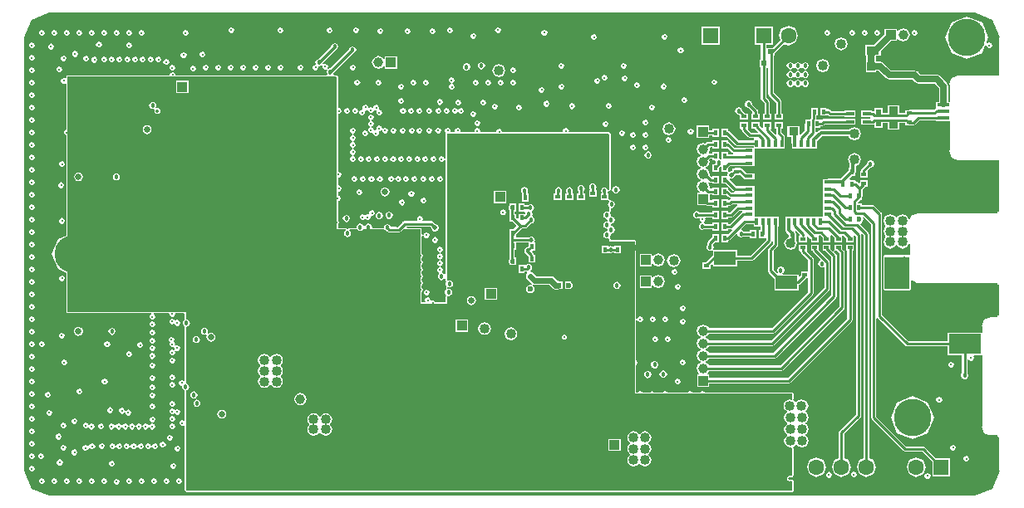
<source format=gbl>
%FSLAX25Y25*%
%MOIN*%
G70*
G01*
G75*
G04 Layer_Physical_Order=6*
G04 Layer_Color=16711680*
%ADD10C,0.01102*%
%ADD11R,0.01969X0.01969*%
%ADD12C,0.06811*%
%ADD13R,0.02200X0.02200*%
%ADD14R,0.24016X0.12047*%
%ADD15R,0.04331X0.02559*%
%ADD16R,0.04331X0.02200*%
%ADD17R,0.02362X0.04724*%
%ADD18R,0.01882X0.01024*%
%ADD19R,0.06890X0.05709*%
%ADD20R,0.05709X0.06890*%
%ADD21R,0.20866X0.07874*%
%ADD22R,0.08858X0.08465*%
%ADD23R,0.03200X0.03800*%
%ADD24R,0.06000X0.12000*%
%ADD25R,0.18000X0.10000*%
%ADD26R,0.03800X0.03200*%
%ADD27R,0.02874X0.01181*%
%ADD28R,0.01181X0.02874*%
%ADD29R,0.01181X0.03268*%
%ADD30R,0.03268X0.01181*%
%ADD31R,0.12047X0.24016*%
%ADD32R,0.09685X0.03110*%
%ADD33R,0.13000X0.07874*%
%ADD34R,0.04803X0.02441*%
%ADD35R,0.01870X0.00984*%
%ADD36R,0.00984X0.01870*%
%ADD37R,0.04331X0.04331*%
%ADD38R,0.02559X0.04331*%
%ADD39R,0.02047X0.04331*%
%ADD40R,0.03937X0.01378*%
%ADD41R,0.01378X0.03937*%
%ADD42R,0.02402X0.04902*%
%ADD43R,0.04095X0.07087*%
%ADD44R,0.04331X0.05512*%
%ADD45R,0.02165X0.01181*%
%ADD46R,0.02953X0.01181*%
%ADD47R,0.01181X0.02165*%
%ADD48R,0.01181X0.02953*%
%ADD49R,0.20630X0.20630*%
%ADD50R,0.02079X0.01024*%
%ADD51R,0.01024X0.02079*%
%ADD52R,0.10630X0.10630*%
%ADD53R,0.04134X0.01772*%
%ADD54R,0.11575X0.14094*%
%ADD55R,0.06890X0.06890*%
%ADD56O,0.02362X0.01181*%
%ADD57R,0.10000X0.14000*%
%ADD58R,0.02441X0.04803*%
%ADD59R,0.10236X0.03937*%
%ADD60R,0.03937X0.10236*%
%ADD61R,0.12992X0.12992*%
%ADD62R,0.07874X0.09843*%
%ADD63R,0.07874X0.07874*%
%ADD64R,0.02756X0.02165*%
%ADD65R,0.10433X0.03150*%
%ADD66R,0.02165X0.02165*%
%ADD67R,0.02165X0.02756*%
%ADD68R,0.03150X0.10433*%
%ADD69R,0.02165X0.02165*%
%ADD70R,0.02756X0.01181*%
%ADD71R,0.02200X0.01575*%
%ADD72R,0.01575X0.02200*%
G04:AMPARAMS|DCode=73|XSize=22mil|YSize=15.75mil|CornerRadius=0mil|HoleSize=0mil|Usage=FLASHONLY|Rotation=83.000|XOffset=0mil|YOffset=0mil|HoleType=Round|Shape=Rectangle|*
%AMROTATEDRECTD73*
4,1,4,0.00648,-0.01188,-0.00916,-0.00996,-0.00648,0.01188,0.00916,0.00996,0.00648,-0.01188,0.0*
%
%ADD73ROTATEDRECTD73*%

G04:AMPARAMS|DCode=74|XSize=22mil|YSize=15.75mil|CornerRadius=0mil|HoleSize=0mil|Usage=FLASHONLY|Rotation=97.000|XOffset=0mil|YOffset=0mil|HoleType=Round|Shape=Rectangle|*
%AMROTATEDRECTD74*
4,1,4,0.00916,-0.00996,-0.00648,-0.01188,-0.00916,0.00996,0.00648,0.01188,0.00916,-0.00996,0.0*
%
%ADD74ROTATEDRECTD74*%

%ADD75R,0.01969X0.03543*%
%ADD76R,0.03543X0.01969*%
%ADD77R,0.01969X0.03347*%
%ADD78R,0.03347X0.01969*%
%ADD79R,0.06496X0.06496*%
%ADD80R,0.05906X0.05906*%
%ADD81R,0.05906X0.05906*%
%ADD82R,0.07874X0.31496*%
%ADD83C,0.01400*%
%ADD84C,0.01000*%
%ADD85C,0.07000*%
%ADD86C,0.02400*%
%ADD87C,0.01575*%
%ADD88C,0.01100*%
%ADD89C,0.07874*%
%ADD90C,0.02362*%
%ADD91C,0.09000*%
%ADD92C,0.02000*%
%ADD93C,0.02047*%
%ADD94C,0.01600*%
%ADD95C,0.01969*%
%ADD96C,0.01200*%
%ADD97C,0.05000*%
%ADD98C,0.03500*%
%ADD99C,0.02200*%
%ADD100C,0.00984*%
%ADD101R,0.12835X0.09900*%
%ADD102R,0.11900X0.24400*%
%ADD103R,0.10700X0.08011*%
%ADD104R,0.10800X0.14300*%
%ADD105R,0.14525X0.03200*%
%ADD106R,0.18522X0.03500*%
%ADD107R,0.00433X0.01700*%
%ADD108R,0.10800X0.20947*%
%ADD109R,0.12402X0.23701*%
%ADD110R,0.09900X0.12520*%
%ADD111R,0.13976X0.55984*%
%ADD112R,0.35039X0.34961*%
%ADD113C,0.06299*%
%ADD114R,0.06299X0.06299*%
%ADD115R,0.03937X0.03937*%
%ADD116C,0.03937*%
%ADD117R,0.03937X0.03937*%
%ADD118C,0.01400*%
%ADD119C,0.01200*%
%ADD120C,0.01800*%
%ADD121C,0.02000*%
%ADD122C,0.04000*%
%ADD123C,0.01969*%
%ADD124C,0.02598*%
%ADD125C,0.00787*%
%ADD126C,0.01000*%
%ADD127C,0.02500*%
%ADD128C,0.02362*%
%ADD129C,0.14961*%
%ADD130C,0.03000*%
%ADD131R,0.11900X0.14889*%
%ADD132C,0.06000*%
%ADD133R,0.01200X0.02200*%
%ADD134R,0.09843X0.05906*%
%ADD135R,0.05906X0.09843*%
%ADD136R,0.04921X0.01575*%
%ADD137R,0.04921X0.01575*%
%ADD138R,0.08661X0.05512*%
%ADD139R,0.26772X0.26772*%
%ADD140R,0.01378X0.03150*%
%ADD141R,0.03150X0.01378*%
%ADD142R,0.03543X0.01575*%
%ADD143R,0.01969X0.01969*%
%ADD144R,0.05118X0.03347*%
%ADD145C,0.00900*%
%ADD146C,0.02500*%
%ADD147R,0.01850X0.03340*%
%ADD148R,0.05908X0.03435*%
%ADD149R,0.09900X0.13110*%
G36*
X11415Y195496D02*
X382282D01*
X382386Y195539D01*
X389456Y192610D01*
X392388Y185533D01*
X392346Y185431D01*
X392342D01*
X392346Y185421D01*
Y170051D01*
X375589D01*
Y170213D01*
X373126Y169192D01*
X372105Y166729D01*
X372267D01*
X372538Y166076D01*
Y159582D01*
X371868D01*
Y165915D01*
X371476Y166862D01*
X371314Y167254D01*
X368555Y170013D01*
X367216Y170567D01*
X360600D01*
X359716Y171452D01*
Y171939D01*
X358908D01*
X358116Y172267D01*
X348895D01*
X345925Y175237D01*
X344586Y175792D01*
X342971D01*
Y176298D01*
X342716D01*
Y177776D01*
X342924Y177984D01*
X344752D01*
Y179812D01*
X348932Y183992D01*
X351191D01*
Y184840D01*
X351681Y184938D01*
X351833Y184571D01*
X353722Y183789D01*
X355611Y184571D01*
X356394Y186461D01*
X355611Y188350D01*
X353722Y189133D01*
X351833Y188350D01*
X351681Y187984D01*
X351191Y188081D01*
Y188929D01*
X346254D01*
Y186671D01*
X341913Y182331D01*
X338634D01*
Y177984D01*
X338928D01*
Y176298D01*
X338771D01*
Y171498D01*
X342971D01*
Y172003D01*
X343801D01*
X346771Y169034D01*
X348110Y168479D01*
X357331D01*
X358476Y167334D01*
X359816Y166779D01*
X366431D01*
X368080Y165130D01*
Y159582D01*
X367014D01*
Y157007D01*
Y156818D01*
X366916D01*
X366150Y156501D01*
X366150Y156501D01*
X366008Y156359D01*
X356116D01*
X356116Y156359D01*
X355860Y156253D01*
X354516D01*
Y155207D01*
X354468Y155159D01*
X352316D01*
Y158073D01*
X347516D01*
Y155159D01*
X345416D01*
Y157073D01*
X342216D01*
Y155952D01*
X341886Y155732D01*
X341403Y155860D01*
X341334Y155997D01*
Y156039D01*
X336791D01*
Y153464D01*
X340481D01*
X340556Y153426D01*
Y152926D01*
X340481Y152889D01*
X336791D01*
Y150314D01*
X341334D01*
Y150355D01*
X341403Y150493D01*
X341886Y150621D01*
X342216Y150400D01*
Y149273D01*
X345416D01*
Y151194D01*
X347516D01*
Y148373D01*
X352316D01*
Y151194D01*
X354468D01*
X354516Y151146D01*
Y150100D01*
X355860D01*
X356116Y149994D01*
X356116Y149994D01*
X357716D01*
X357716Y149994D01*
X358481Y150311D01*
X360264Y152094D01*
X367014D01*
Y151889D01*
X372538D01*
Y140315D01*
X372267Y139662D01*
X372097D01*
X373149Y137124D01*
X375687Y136072D01*
Y136242D01*
X392346D01*
Y115486D01*
X391664D01*
X391655Y115464D01*
X391632Y115454D01*
Y114775D01*
X359545D01*
Y114945D01*
X357007Y113894D01*
X356396Y112419D01*
X355896D01*
X355339Y113764D01*
X353425Y114556D01*
X351512Y113764D01*
X351254Y113141D01*
X350754D01*
X350496Y113764D01*
X348583Y114556D01*
X346669Y113764D01*
X345877Y111850D01*
X346669Y109937D01*
D01*
Y109937D01*
Y109937D01*
D01*
X346669Y109497D01*
X346669D01*
X345877Y107583D01*
X346669Y105670D01*
D01*
Y105670D01*
Y105670D01*
D01*
X346669Y105230D01*
X346669D01*
X345877Y103317D01*
X346669Y101403D01*
X348583Y100611D01*
X350496Y101403D01*
X350804Y102146D01*
X351304D01*
X351612Y101403D01*
X353525Y100611D01*
X355439Y101403D01*
X355906Y102531D01*
X356396Y102433D01*
Y98086D01*
X356299Y98022D01*
X346399D01*
X346017Y97863D01*
X345858Y97480D01*
Y84370D01*
X346017Y83987D01*
X346399Y83829D01*
X356299D01*
X356682Y83987D01*
X356840Y84370D01*
Y87641D01*
X357256Y87919D01*
X358534Y87389D01*
X358584Y87269D01*
X359541Y86872D01*
X391632D01*
Y86190D01*
X391655Y86181D01*
X391664Y86158D01*
X392346D01*
Y73757D01*
X391664D01*
X391655Y73734D01*
X391632Y73725D01*
Y73043D01*
X388876D01*
Y73197D01*
X386337Y72145D01*
X385286Y69607D01*
X385456D01*
Y66806D01*
X385456D01*
X385408D01*
X385103Y66806D01*
X385103Y66806D01*
Y66806D01*
X371408D01*
Y63451D01*
X355862D01*
X345334Y73979D01*
Y114431D01*
X345334Y114431D01*
X345110Y114972D01*
X345017Y115196D01*
X345017Y115196D01*
X342275Y117939D01*
X341510Y118256D01*
X341510Y118256D01*
X337292D01*
Y118773D01*
X335588D01*
X335396Y119235D01*
X336434Y120273D01*
X337292D01*
Y121430D01*
X337398Y121686D01*
X337398Y121686D01*
Y121873D01*
Y124425D01*
X338570Y125597D01*
X339616D01*
Y128172D01*
X336416D01*
Y126957D01*
X335954Y126766D01*
X335381Y127339D01*
X334616Y127656D01*
X334616Y127656D01*
Y127656D01*
X334390Y128107D01*
Y128173D01*
X332435D01*
X332244Y128635D01*
X333369Y129761D01*
X334399D01*
Y130582D01*
X334721Y131361D01*
Y133861D01*
X336136Y134447D01*
X336928Y136361D01*
X336136Y138274D01*
X334222Y139067D01*
X332309Y138274D01*
X331516Y136361D01*
X332123Y134895D01*
Y132961D01*
X331824D01*
Y131889D01*
X328660Y128725D01*
X323451D01*
X323185Y128615D01*
X321376D01*
Y126237D01*
X321376Y126237D01*
X321376Y125803D01*
X321376D01*
Y123425D01*
X321376Y123425D01*
X321376Y123244D01*
X321376D01*
Y120866D01*
X321376Y120866D01*
X321376Y120685D01*
X321376D01*
Y118307D01*
X321376Y118307D01*
X321376Y118126D01*
X321376D01*
Y115748D01*
X321376Y115748D01*
X321376Y115567D01*
X321376D01*
Y113500D01*
X319309D01*
D01*
D01*
X319309Y113500D01*
X319128D01*
Y113500D01*
X316750D01*
D01*
D01*
X316750Y113500D01*
X316569D01*
Y113500D01*
X314191D01*
D01*
D01*
X314191Y113500D01*
X314010D01*
Y113500D01*
X311632D01*
D01*
D01*
X311632Y113500D01*
X311451D01*
Y113500D01*
X309245D01*
X309245Y113500D01*
Y113500D01*
X309073Y113500D01*
X308982D01*
X308892D01*
X308719Y113500D01*
X308719Y113500D01*
Y113500D01*
X306514D01*
Y111690D01*
X306404Y111425D01*
Y108186D01*
X306784Y107268D01*
X307818Y106235D01*
Y105033D01*
X306709Y104574D01*
X305916Y102661D01*
X306709Y100747D01*
X308622Y99955D01*
X310536Y100747D01*
X311328Y102661D01*
X310715Y104141D01*
Y106473D01*
X310402Y107228D01*
X310594Y107690D01*
X310854Y107798D01*
X312353Y106299D01*
X312162Y105837D01*
X312022D01*
Y103262D01*
X315222D01*
Y105377D01*
X315684Y105568D01*
X316657Y104595D01*
X316657Y104595D01*
X316722Y104568D01*
Y103262D01*
X319922D01*
Y105777D01*
X320384Y105968D01*
X321422Y104930D01*
Y103262D01*
X324622D01*
Y105777D01*
X325084Y105968D01*
X326122Y104930D01*
Y103262D01*
X329322D01*
Y105837D01*
D01*
Y105837D01*
X329363Y105878D01*
X329874D01*
X330822Y104930D01*
Y103262D01*
X334022D01*
Y105677D01*
X334324Y105802D01*
X334740Y105524D01*
Y33908D01*
X328257Y27425D01*
X327940Y26660D01*
X327940Y26660D01*
Y16363D01*
X326229Y15654D01*
X325072Y12861D01*
X326229Y10067D01*
X329022Y8910D01*
X331815Y10067D01*
X332972Y12861D01*
X331815Y15654D01*
X330104Y16363D01*
Y26212D01*
X336587Y32695D01*
X336588Y32695D01*
X336746Y33077D01*
X336905Y33460D01*
X336905Y33460D01*
Y106061D01*
X336905Y106061D01*
X336768Y106391D01*
X337183Y106669D01*
X337940Y105912D01*
Y16363D01*
X336229Y15654D01*
X335072Y12861D01*
X336229Y10067D01*
X339022Y8910D01*
X341815Y10067D01*
X342972Y12861D01*
X341815Y15654D01*
X340105Y16363D01*
Y106361D01*
X340105Y106361D01*
X339946Y106743D01*
X339788Y107126D01*
X339787Y107126D01*
X336502Y110411D01*
X336694Y110873D01*
X337292D01*
Y111298D01*
X337371Y111330D01*
X337815Y112402D01*
X337572Y112986D01*
X337988Y113264D01*
X340840Y110412D01*
Y32763D01*
X340840Y32763D01*
X341157Y31998D01*
X353762Y19392D01*
X353762Y19392D01*
X354528Y19075D01*
X361277D01*
X365372Y14980D01*
Y9211D01*
X372672D01*
Y16510D01*
X366903D01*
X362491Y20923D01*
X361725Y21240D01*
X361725Y21240D01*
X354976D01*
X343004Y33211D01*
Y72566D01*
X343487Y72765D01*
X354648Y61603D01*
X354648Y61603D01*
X355031Y61445D01*
X355414Y61286D01*
X355414Y61286D01*
X371408D01*
Y57932D01*
X377325D01*
Y50671D01*
X376907Y49661D01*
X377351Y48589D01*
X378422Y48145D01*
X379494Y48589D01*
X379937Y49661D01*
X379494Y50732D01*
X379490Y50734D01*
Y56062D01*
X379980Y56160D01*
X380080Y55919D01*
X380922Y55570D01*
X381764Y55919D01*
X382113Y56761D01*
X381800Y57516D01*
X382078Y57932D01*
X385103D01*
X385103Y57932D01*
Y57932D01*
X385408Y57932D01*
X385456Y57883D01*
Y29072D01*
X385286D01*
X386337Y26533D01*
X388876Y25481D01*
Y25652D01*
X391615D01*
Y25652D01*
Y25436D01*
X391665Y25316D01*
X391689Y25257D01*
X391689Y25257D01*
X391689D01*
X391764Y25077D01*
Y25077D01*
D01*
D01*
X391764D01*
X391944Y25002D01*
X391944Y25002D01*
X391944Y25002D01*
X392003Y24978D01*
X392123Y24928D01*
D01*
X392338Y24713D01*
Y11416D01*
X392384Y11304D01*
X389456Y4236D01*
X382386Y1308D01*
X382282Y1351D01*
X11415D01*
X11308Y1307D01*
X4236Y4236D01*
X1306Y11309D01*
X1350Y11416D01*
X1350D01*
X1350Y11416D01*
Y185431D01*
X1350Y185431D01*
X1350D01*
X1306Y185538D01*
X4236Y192610D01*
X11308Y195540D01*
X11415Y195496D01*
D02*
G37*
%LPC*%
G36*
X4254Y113428D02*
X3412Y113079D01*
X3064Y112237D01*
X3412Y111395D01*
X4254Y111047D01*
X5096Y111395D01*
X5445Y112237D01*
X5096Y113079D01*
X4254Y113428D01*
D02*
G37*
G36*
X130433Y114232D02*
X129362Y113788D01*
X128918Y112716D01*
X129362Y111645D01*
X130433Y111201D01*
X131505Y111645D01*
X131948Y112716D01*
X131505Y113788D01*
X130433Y114232D01*
D02*
G37*
G36*
X143622Y115376D02*
X142551Y114932D01*
X142107Y113861D01*
X142551Y112789D01*
X143622Y112345D01*
X144694Y112789D01*
X145137Y113861D01*
X144694Y114932D01*
X143622Y115376D01*
D02*
G37*
G36*
X16417Y112962D02*
X15575Y112614D01*
X15227Y111772D01*
X15575Y110930D01*
X16417Y110581D01*
X17259Y110930D01*
X17608Y111772D01*
X17259Y112614D01*
X16417Y112962D01*
D02*
G37*
G36*
X4254Y103428D02*
X3412Y103079D01*
X3064Y102237D01*
X3412Y101395D01*
X4254Y101047D01*
X5096Y101395D01*
X5445Y102237D01*
X5096Y103079D01*
X4254Y103428D01*
D02*
G37*
G36*
X324022Y10951D02*
X323180Y10603D01*
X322832Y9761D01*
X323180Y8919D01*
X324022Y8570D01*
X324864Y8919D01*
X325213Y9761D01*
X324864Y10603D01*
X324022Y10951D01*
D02*
G37*
G36*
X4254Y108428D02*
X3412Y108079D01*
X3064Y107237D01*
X3412Y106395D01*
X4254Y106047D01*
X5096Y106395D01*
X5445Y107237D01*
X5096Y108079D01*
X4254Y108428D01*
D02*
G37*
G36*
X166024Y105285D02*
X165182Y104936D01*
X164833Y104095D01*
X165182Y103253D01*
X166024Y102904D01*
X166866Y103253D01*
X167214Y104095D01*
X166866Y104936D01*
X166024Y105285D01*
D02*
G37*
G36*
X147620Y115525D02*
X146548Y115082D01*
X146105Y114010D01*
X146548Y112938D01*
X147620Y112495D01*
X148691Y112938D01*
X149135Y114010D01*
X148691Y115082D01*
X147620Y115525D01*
D02*
G37*
G36*
X161378Y121033D02*
X160536Y120684D01*
X160187Y119843D01*
X160536Y119001D01*
X161378Y118652D01*
X162220Y119001D01*
X162569Y119843D01*
X162220Y120684D01*
X161378Y121033D01*
D02*
G37*
G36*
X152756Y120325D02*
X151914Y119976D01*
X151565Y119134D01*
X151914Y118292D01*
X152756Y117943D01*
X153598Y118292D01*
X153946Y119134D01*
X153598Y119976D01*
X152756Y120325D01*
D02*
G37*
G36*
X53222Y8351D02*
X52380Y8003D01*
X52031Y7161D01*
X52380Y6319D01*
X53222Y5970D01*
X54064Y6319D01*
X54413Y7161D01*
X54064Y8003D01*
X53222Y8351D01*
D02*
G37*
G36*
X58222D02*
X57380Y8003D01*
X57032Y7161D01*
X57380Y6319D01*
X58222Y5970D01*
X59064Y6319D01*
X59413Y7161D01*
X59064Y8003D01*
X58222Y8351D01*
D02*
G37*
G36*
X4254Y118428D02*
X3412Y118079D01*
X3064Y117237D01*
X3412Y116395D01*
X4254Y116047D01*
X5096Y116395D01*
X5445Y117237D01*
X5096Y118079D01*
X4254Y118428D01*
D02*
G37*
G36*
X140709Y116033D02*
X139867Y115684D01*
X139518Y114842D01*
X139587Y114677D01*
X139233Y114323D01*
X138950Y114441D01*
X138108Y114092D01*
D01*
Y114092D01*
X137842D01*
Y114092D01*
X137000Y114441D01*
X136158Y114092D01*
X135809Y113250D01*
X136158Y112408D01*
X137000Y112059D01*
X137842Y112408D01*
X137842Y112408D01*
X138108D01*
Y112408D01*
X138950Y112059D01*
X139792Y112408D01*
X140141Y113250D01*
X140072Y113416D01*
X140426Y113769D01*
X140709Y113652D01*
X141551Y114001D01*
X141899Y114842D01*
X141551Y115684D01*
X140709Y116033D01*
D02*
G37*
G36*
X363522Y10551D02*
X362680Y10203D01*
X362332Y9361D01*
X362680Y8519D01*
X363522Y8170D01*
X364364Y8519D01*
X364713Y9361D01*
X364364Y10203D01*
X363522Y10551D01*
D02*
G37*
G36*
X279914Y115773D02*
X277340D01*
Y115256D01*
X272061D01*
X271016Y115689D01*
X269944Y115245D01*
X269501Y114173D01*
X269944Y113102D01*
X271016Y112658D01*
X271799Y112982D01*
X272152Y112629D01*
X272049Y112380D01*
X272398Y111538D01*
X272746Y111394D01*
Y110894D01*
X272144Y110645D01*
X271701Y109573D01*
X272144Y108502D01*
X273216Y108058D01*
X274020Y108391D01*
X277340D01*
Y107873D01*
X279914D01*
Y111073D01*
X277340D01*
Y110556D01*
X274324D01*
X274287Y110645D01*
X273710Y110884D01*
Y111384D01*
X274082Y111538D01*
X274431Y112380D01*
X274308Y112675D01*
X274586Y113091D01*
X277340D01*
Y112573D01*
X279914D01*
Y115773D01*
D02*
G37*
G36*
X63222Y8351D02*
X62380Y8003D01*
X62032Y7161D01*
X62380Y6319D01*
X63222Y5970D01*
X64064Y6319D01*
X64413Y7161D01*
X64064Y8003D01*
X63222Y8351D01*
D02*
G37*
G36*
X255500Y98672D02*
X253611Y97889D01*
X253459Y97523D01*
X252969Y97620D01*
Y98469D01*
X248031D01*
Y93532D01*
X252969D01*
Y94380D01*
X253459Y94477D01*
X253611Y94111D01*
X255500Y93328D01*
X257389Y94111D01*
X258172Y96000D01*
X257389Y97889D01*
X255500Y98672D01*
D02*
G37*
G36*
X4254Y83428D02*
X3412Y83079D01*
X3064Y82237D01*
X3412Y81395D01*
X4254Y81047D01*
X5096Y81395D01*
X5445Y82237D01*
X5096Y83079D01*
X4254Y83428D01*
D02*
G37*
G36*
Y13428D02*
X3412Y13079D01*
X3064Y12237D01*
X3412Y11395D01*
X4254Y11047D01*
X5096Y11395D01*
X5445Y12237D01*
X5096Y13079D01*
X4254Y13428D01*
D02*
G37*
G36*
X263400Y86491D02*
X262558Y86142D01*
X262209Y85300D01*
X262558Y84458D01*
X263400Y84109D01*
X264242Y84458D01*
X264591Y85300D01*
X264242Y86142D01*
X263400Y86491D01*
D02*
G37*
G36*
X162676Y84251D02*
X161834Y83903D01*
X161485Y83061D01*
X161834Y82219D01*
X162676Y81870D01*
X163517Y82219D01*
X163866Y83061D01*
X163517Y83903D01*
X162676Y84251D01*
D02*
G37*
G36*
X61063Y14577D02*
X60221Y14228D01*
X59872Y13386D01*
X60221Y12544D01*
X61063Y12195D01*
X61905Y12544D01*
X62254Y13386D01*
X61905Y14228D01*
X61063Y14577D01*
D02*
G37*
G36*
X4254Y73428D02*
X3412Y73079D01*
X3064Y72237D01*
X3412Y71395D01*
X4254Y71047D01*
X5096Y71395D01*
X5445Y72237D01*
X5096Y73079D01*
X4254Y73428D01*
D02*
G37*
G36*
X258222Y73351D02*
X257380Y73003D01*
X257031Y72161D01*
X257380Y71319D01*
X258222Y70970D01*
X259064Y71319D01*
X259413Y72161D01*
X259064Y73003D01*
X258222Y73351D01*
D02*
G37*
G36*
X4254Y78428D02*
X3412Y78079D01*
X3064Y77237D01*
X3412Y76395D01*
X4254Y76047D01*
X5096Y76395D01*
X5445Y77237D01*
X5096Y78079D01*
X4254Y78428D01*
D02*
G37*
G36*
X265422Y77851D02*
X264580Y77503D01*
X264231Y76661D01*
X264580Y75819D01*
X265422Y75470D01*
X266264Y75819D01*
X266613Y76661D01*
X266264Y77503D01*
X265422Y77851D01*
D02*
G37*
G36*
X359022Y16811D02*
X356229Y15654D01*
X355072Y12861D01*
X356229Y10067D01*
X359022Y8910D01*
X361815Y10067D01*
X362972Y12861D01*
X361815Y15654D01*
X359022Y16811D01*
D02*
G37*
G36*
X261700Y98493D02*
X259787Y97701D01*
X258994Y95787D01*
X259787Y93874D01*
X261700Y93081D01*
X263613Y93874D01*
X264406Y95787D01*
X263613Y97701D01*
X261700Y98493D01*
D02*
G37*
G36*
X4254Y93428D02*
X3412Y93079D01*
X3064Y92237D01*
X3412Y91395D01*
X4254Y91047D01*
X5096Y91395D01*
X5445Y92237D01*
X5096Y93079D01*
X4254Y93428D01*
D02*
G37*
G36*
Y98428D02*
X3412Y98079D01*
X3064Y97237D01*
X3412Y96395D01*
X4254Y96047D01*
X5096Y96395D01*
X5445Y97237D01*
X5096Y98079D01*
X4254Y98428D01*
D02*
G37*
G36*
X333922Y11051D02*
X333080Y10703D01*
X332732Y9861D01*
X333080Y9019D01*
X333922Y8670D01*
X334764Y9019D01*
X335113Y9861D01*
X334764Y10703D01*
X333922Y11051D01*
D02*
G37*
G36*
X262050Y92341D02*
X261208Y91992D01*
X260859Y91150D01*
X261208Y90308D01*
X262050Y89959D01*
X262892Y90308D01*
X263241Y91150D01*
X262892Y91992D01*
X262050Y92341D01*
D02*
G37*
G36*
X4254Y88428D02*
X3412Y88079D01*
X3064Y87237D01*
X3412Y86395D01*
X4254Y86047D01*
X5096Y86395D01*
X5445Y87237D01*
X5096Y88079D01*
X4254Y88428D01*
D02*
G37*
G36*
X319022Y16811D02*
X316229Y15654D01*
X315072Y12861D01*
X316229Y10067D01*
X319022Y8910D01*
X321815Y10067D01*
X322972Y12861D01*
X321815Y15654D01*
X319022Y16811D01*
D02*
G37*
G36*
X255500Y90072D02*
X253611Y89289D01*
X253459Y88923D01*
X252969Y89020D01*
Y89868D01*
X248031D01*
Y84931D01*
X252969D01*
Y85780D01*
X253459Y85877D01*
X253611Y85511D01*
X255500Y84728D01*
X257389Y85511D01*
X258172Y87400D01*
X257389Y89289D01*
X255500Y90072D01*
D02*
G37*
G36*
X16417Y89852D02*
X15575Y89503D01*
X15227Y88661D01*
X15575Y87819D01*
X16417Y87471D01*
X17259Y87819D01*
X17608Y88661D01*
X17259Y89503D01*
X16417Y89852D01*
D02*
G37*
G36*
Y135679D02*
X15575Y135330D01*
X15227Y134488D01*
X15575Y133646D01*
X16417Y133298D01*
X17259Y133646D01*
X17608Y134488D01*
X17259Y135330D01*
X16417Y135679D01*
D02*
G37*
G36*
X4254Y133428D02*
X3412Y133079D01*
X3064Y132237D01*
X3412Y131395D01*
X4254Y131047D01*
X5096Y131395D01*
X5445Y132237D01*
X5096Y133079D01*
X4254Y133428D01*
D02*
G37*
G36*
X136266Y137687D02*
X135424Y137338D01*
X135075Y136496D01*
X135424Y135654D01*
X136266Y135305D01*
X137108Y135654D01*
X137457Y136496D01*
X137108Y137338D01*
X136266Y137687D01*
D02*
G37*
G36*
X133031Y149143D02*
X132190Y148795D01*
X131841Y147953D01*
X132190Y147111D01*
X133011Y146771D01*
Y146271D01*
X132190Y145931D01*
X131841Y145089D01*
X132190Y144247D01*
X133011Y143906D01*
Y143406D01*
X132190Y143066D01*
X131841Y142224D01*
X132190Y141383D01*
X133011Y141042D01*
Y140542D01*
X132190Y140202D01*
X131841Y139360D01*
X132190Y138518D01*
X133011Y138178D01*
Y137678D01*
X132190Y137338D01*
X131841Y136496D01*
X132190Y135654D01*
X133031Y135305D01*
X133873Y135654D01*
X134222Y136496D01*
X133873Y137338D01*
X133052Y137678D01*
Y138178D01*
X133873Y138518D01*
X134222Y139360D01*
X133873Y140202D01*
X133052Y140542D01*
Y141042D01*
X133873Y141383D01*
X134222Y142224D01*
X133873Y143066D01*
X133052Y143406D01*
Y143906D01*
X133873Y144247D01*
X134222Y145089D01*
X133873Y145931D01*
X133052Y146271D01*
Y146771D01*
X133873Y147111D01*
X134222Y147953D01*
X133873Y148795D01*
X133031Y149143D01*
D02*
G37*
G36*
X340622Y136076D02*
X339551Y135632D01*
X339118Y134587D01*
X337250Y132720D01*
X336933Y131955D01*
X336933Y131955D01*
X336933D01*
X336524Y131750D01*
X336416D01*
Y129175D01*
X339616D01*
Y131750D01*
X339616Y131750D01*
X339616D01*
X339536Y131944D01*
X340648Y133056D01*
X341694Y133489D01*
X342137Y134561D01*
X341694Y135632D01*
X340622Y136076D01*
D02*
G37*
G36*
X23222Y8351D02*
X22380Y8003D01*
X22031Y7161D01*
X22380Y6319D01*
X23222Y5970D01*
X24064Y6319D01*
X24413Y7161D01*
X24064Y8003D01*
X23222Y8351D01*
D02*
G37*
G36*
X168168Y129773D02*
X167326Y129425D01*
X166977Y128583D01*
X167326Y127741D01*
X168168Y127392D01*
X169010Y127741D01*
X169358Y128583D01*
X169010Y129425D01*
X168168Y129773D01*
D02*
G37*
G36*
X151210D02*
X150368Y129425D01*
X150095Y128763D01*
X149596D01*
Y128763D01*
X149595D01*
X149322Y129422D01*
X148480Y129771D01*
X147638Y129422D01*
X147289Y128580D01*
X147638Y127738D01*
X148480Y127389D01*
X149322Y127738D01*
X149596Y128399D01*
X150095D01*
Y128399D01*
X150096D01*
X150368Y127741D01*
X151210Y127392D01*
X152052Y127741D01*
X152401Y128583D01*
X152052Y129425D01*
X151210Y129773D01*
D02*
G37*
G36*
X18222Y8351D02*
X17380Y8003D01*
X17031Y7161D01*
X17380Y6319D01*
X18222Y5970D01*
X19064Y6319D01*
X19413Y7161D01*
X19064Y8003D01*
X18222Y8351D01*
D02*
G37*
G36*
X139500Y137687D02*
X138658Y137338D01*
X138310Y136496D01*
X138658Y135654D01*
X139500Y135305D01*
X140342Y135654D01*
X140691Y136496D01*
X140342Y137338D01*
X139500Y137687D01*
D02*
G37*
G36*
X162131D02*
X161289Y137338D01*
X160941Y136496D01*
X161289Y135654D01*
X162131Y135305D01*
X162973Y135654D01*
X163322Y136496D01*
X162973Y137338D01*
X162131Y137687D01*
D02*
G37*
G36*
X158907D02*
X158065Y137338D01*
X157716Y136496D01*
X158065Y135654D01*
X158907Y135305D01*
X159749Y135654D01*
X160097Y136496D01*
X159749Y137338D01*
X158907Y137687D01*
D02*
G37*
G36*
X4254Y138428D02*
X3412Y138079D01*
X3064Y137237D01*
X3412Y136395D01*
X4254Y136047D01*
X5096Y136395D01*
X5445Y137237D01*
X5096Y138079D01*
X4254Y138428D01*
D02*
G37*
G36*
X165375Y137687D02*
X164534Y137338D01*
X164185Y136496D01*
X164534Y135654D01*
X165375Y135305D01*
X166217Y135654D01*
X166566Y136496D01*
X166217Y137338D01*
X165375Y137687D01*
D02*
G37*
G36*
X155672D02*
X154830Y137338D01*
X154482Y136496D01*
X154830Y135654D01*
X155672Y135305D01*
X156514Y135654D01*
X156863Y136496D01*
X156514Y137338D01*
X155672Y137687D01*
D02*
G37*
G36*
X145969D02*
X145127Y137338D01*
X144779Y136496D01*
X145127Y135654D01*
X145969Y135305D01*
X146811Y135654D01*
X147160Y136496D01*
X146811Y137338D01*
X145969Y137687D01*
D02*
G37*
G36*
X142735D02*
X141893Y137338D01*
X141544Y136496D01*
X141893Y135654D01*
X142735Y135305D01*
X143577Y135654D01*
X143925Y136496D01*
X143577Y137338D01*
X142735Y137687D01*
D02*
G37*
G36*
X152438D02*
X151596Y137338D01*
X151247Y136496D01*
X151596Y135654D01*
X152438Y135305D01*
X153280Y135654D01*
X153629Y136496D01*
X153280Y137338D01*
X152438Y137687D01*
D02*
G37*
G36*
X149204D02*
X148362Y137338D01*
X148013Y136496D01*
X148362Y135654D01*
X149204Y135305D01*
X150045Y135654D01*
X150394Y136496D01*
X150045Y137338D01*
X149204Y137687D01*
D02*
G37*
G36*
X28222Y8351D02*
X27380Y8003D01*
X27031Y7161D01*
X27380Y6319D01*
X28222Y5970D01*
X29064Y6319D01*
X29413Y7161D01*
X29064Y8003D01*
X28222Y8351D01*
D02*
G37*
G36*
X145922Y125255D02*
X144583Y124700D01*
X144028Y123361D01*
X144583Y122021D01*
X145922Y121467D01*
X147262Y122021D01*
X147816Y123361D01*
X147262Y124700D01*
X145922Y125255D01*
D02*
G37*
G36*
X238522Y125776D02*
X237451Y125332D01*
X237007Y124261D01*
X237451Y123189D01*
X238522Y122745D01*
X239594Y123189D01*
X240037Y124261D01*
X239594Y125332D01*
X238522Y125776D01*
D02*
G37*
G36*
X135591Y124458D02*
X134749Y124110D01*
X134400Y123268D01*
X134749Y122426D01*
X135591Y122077D01*
X136432Y122426D01*
X136781Y123268D01*
X136432Y124110D01*
X135591Y124458D01*
D02*
G37*
G36*
X156535Y123828D02*
X155693Y123480D01*
X155345Y122638D01*
X155693Y121796D01*
X156535Y121447D01*
X157377Y121796D01*
X157726Y122638D01*
X157377Y123480D01*
X156535Y123828D01*
D02*
G37*
G36*
X43222Y8351D02*
X42380Y8003D01*
X42031Y7161D01*
X42380Y6319D01*
X43222Y5970D01*
X44064Y6319D01*
X44413Y7161D01*
X44064Y8003D01*
X43222Y8351D01*
D02*
G37*
G36*
X48222D02*
X47380Y8003D01*
X47032Y7161D01*
X47380Y6319D01*
X48222Y5970D01*
X49064Y6319D01*
X49413Y7161D01*
X49064Y8003D01*
X48222Y8351D01*
D02*
G37*
G36*
X4254Y123428D02*
X3412Y123079D01*
X3064Y122237D01*
X3412Y121395D01*
X4254Y121047D01*
X5096Y121395D01*
X5445Y122237D01*
X5096Y123079D01*
X4254Y123428D01*
D02*
G37*
G36*
X33222Y8351D02*
X32380Y8003D01*
X32032Y7161D01*
X32380Y6319D01*
X33222Y5970D01*
X34064Y6319D01*
X34413Y7161D01*
X34064Y8003D01*
X33222Y8351D01*
D02*
G37*
G36*
X16102Y127293D02*
X15260Y126944D01*
X14912Y126102D01*
X15260Y125260D01*
X16102Y124912D01*
X16944Y125260D01*
X17293Y126102D01*
X16944Y126944D01*
X16102Y127293D01*
D02*
G37*
G36*
X157801Y129773D02*
X156959Y129425D01*
X156611Y128583D01*
X156959Y127741D01*
X157801Y127392D01*
X158643Y127741D01*
X158992Y128583D01*
X158643Y129425D01*
X157801Y129773D01*
D02*
G37*
G36*
X154346D02*
X153504Y129425D01*
X153155Y128583D01*
X153504Y127741D01*
X154346Y127392D01*
X155188Y127741D01*
X155536Y128583D01*
X155188Y129425D01*
X154346Y129773D01*
D02*
G37*
G36*
X164812D02*
X163970Y129425D01*
X163622Y128583D01*
X163970Y127741D01*
X164812Y127392D01*
X165654Y127741D01*
X166003Y128583D01*
X165654Y129425D01*
X164812Y129773D01*
D02*
G37*
G36*
X161257D02*
X160415Y129425D01*
X160066Y128583D01*
X160415Y127741D01*
X161257Y127392D01*
X162099Y127741D01*
X162447Y128583D01*
X162099Y129425D01*
X161257Y129773D01*
D02*
G37*
G36*
X143879D02*
X143037Y129425D01*
X142689Y128583D01*
X143037Y127741D01*
X143879Y127392D01*
X144721Y127741D01*
X145070Y128583D01*
X144721Y129425D01*
X143879Y129773D01*
D02*
G37*
G36*
X133613D02*
X132771Y129425D01*
X132422Y128583D01*
X132771Y127741D01*
X133613Y127392D01*
X134455Y127741D01*
X134804Y128583D01*
X134455Y129425D01*
X133613Y129773D01*
D02*
G37*
G36*
X4254Y128428D02*
X3412Y128079D01*
X3064Y127237D01*
X3412Y126395D01*
X4254Y126047D01*
X5096Y126395D01*
X5445Y127237D01*
X5096Y128079D01*
X4254Y128428D01*
D02*
G37*
G36*
X140524Y129773D02*
X139682Y129425D01*
X139333Y128583D01*
X139682Y127741D01*
X140524Y127392D01*
X141366Y127741D01*
X141715Y128583D01*
X141366Y129425D01*
X140524Y129773D01*
D02*
G37*
G36*
X137068D02*
X136226Y129425D01*
X135878Y128583D01*
X136226Y127741D01*
X137068Y127392D01*
X137910Y127741D01*
X138259Y128583D01*
X137910Y129425D01*
X137068Y129773D01*
D02*
G37*
G36*
X16933Y21838D02*
X16091Y21490D01*
X15743Y20648D01*
X16091Y19806D01*
X16933Y19457D01*
X17775Y19806D01*
X18124Y20648D01*
X17775Y21490D01*
X16933Y21838D01*
D02*
G37*
G36*
X60551Y39351D02*
X59709Y39003D01*
X59361Y38161D01*
X59709Y37319D01*
X60551Y36970D01*
X61393Y37319D01*
X61742Y38161D01*
X61393Y39003D01*
X60551Y39351D01*
D02*
G37*
G36*
X368189Y41072D02*
X367347Y40724D01*
X366998Y39882D01*
X367347Y39040D01*
X368189Y38691D01*
X369031Y39040D01*
X369380Y39882D01*
X369031Y40724D01*
X368189Y41072D01*
D02*
G37*
G36*
X373780Y21821D02*
X372938Y21472D01*
X372589Y20630D01*
X372938Y19788D01*
X373780Y19439D01*
X374621Y19788D01*
X374970Y20630D01*
X374621Y21472D01*
X373780Y21821D01*
D02*
G37*
G36*
X52677Y38470D02*
X51835Y38121D01*
X51486Y37279D01*
X51835Y36438D01*
X52677Y36089D01*
X53519Y36438D01*
X53868Y37279D01*
X53519Y38121D01*
X52677Y38470D01*
D02*
G37*
G36*
X60551Y36351D02*
X59709Y36003D01*
X59361Y35161D01*
X59709Y34319D01*
X60551Y33970D01*
X61393Y34319D01*
X61393D01*
D01*
X61723D01*
X61756Y34237D01*
X62598Y33888D01*
X63440Y34237D01*
X63789Y35079D01*
X63440Y35921D01*
X62598Y36269D01*
X61757Y35921D01*
X61756D01*
D01*
X61427D01*
X61393Y36003D01*
X60551Y36351D01*
D02*
G37*
G36*
X40422Y36651D02*
X39580Y36303D01*
X39232Y35461D01*
X39580Y34619D01*
X40422Y34270D01*
X41264Y34619D01*
X41277Y34650D01*
X41777D01*
X42080Y33919D01*
X42922Y33570D01*
X43764Y33919D01*
X44113Y34761D01*
X43764Y35603D01*
X42922Y35951D01*
X42080Y35603D01*
X42067Y35571D01*
X41567D01*
X41264Y36303D01*
X40422Y36651D01*
D02*
G37*
G36*
X4254Y38428D02*
X3412Y38079D01*
X3064Y37237D01*
X3412Y36395D01*
X4254Y36047D01*
X5096Y36395D01*
X5445Y37237D01*
X5096Y38079D01*
X4254Y38428D01*
D02*
G37*
G36*
X35722Y36951D02*
X34880Y36603D01*
X34532Y35761D01*
X34880Y34919D01*
X35722Y34570D01*
X36564Y34919D01*
X36913Y35761D01*
X36564Y36603D01*
X35722Y36951D01*
D02*
G37*
G36*
X52677Y42919D02*
X51835Y42570D01*
X51486Y41728D01*
X51835Y40886D01*
X52677Y40537D01*
X53519Y40886D01*
X53868Y41728D01*
X53519Y42570D01*
X52677Y42919D01*
D02*
G37*
G36*
X263222Y48351D02*
X262380Y48003D01*
X262032Y47161D01*
X262380Y46319D01*
X263222Y45970D01*
X264064Y46319D01*
X264413Y47161D01*
X264064Y48003D01*
X263222Y48351D01*
D02*
G37*
G36*
X33522D02*
X32680Y48003D01*
X32331Y47161D01*
X32680Y46319D01*
X33522Y45970D01*
X34364Y46319D01*
X34713Y47161D01*
X34364Y48003D01*
X33522Y48351D01*
D02*
G37*
G36*
X52677Y49816D02*
X51835Y49467D01*
X51486Y48625D01*
X51835Y47783D01*
X52677Y47434D01*
X53519Y47783D01*
X53868Y48625D01*
X53519Y49467D01*
X52677Y49816D01*
D02*
G37*
G36*
X4254Y48428D02*
X3412Y48079D01*
X3064Y47237D01*
X3412Y46395D01*
X4254Y46047D01*
X5096Y46395D01*
X5445Y47237D01*
X5096Y48079D01*
X4254Y48428D01*
D02*
G37*
G36*
X60551Y47096D02*
X59709Y46747D01*
X59361Y45906D01*
X59709Y45064D01*
X60551Y44715D01*
X61393Y45064D01*
X61742Y45906D01*
X61393Y46747D01*
X60551Y47096D01*
D02*
G37*
G36*
X4254Y43428D02*
X3412Y43079D01*
X3064Y42237D01*
X3412Y41395D01*
X4254Y41047D01*
X5096Y41395D01*
X5445Y42237D01*
X5096Y43079D01*
X4254Y43428D01*
D02*
G37*
G36*
X10748Y43041D02*
X9906Y42692D01*
X9557Y41850D01*
X9906Y41008D01*
X10748Y40660D01*
X11590Y41008D01*
X11939Y41850D01*
X11590Y42692D01*
X10748Y43041D01*
D02*
G37*
G36*
X52677Y46067D02*
X51835Y45719D01*
X51486Y44877D01*
X51835Y44035D01*
X52677Y43686D01*
X53519Y44035D01*
X53868Y44877D01*
X53519Y45719D01*
X52677Y46067D01*
D02*
G37*
G36*
X23425Y44419D02*
X22583Y44070D01*
X22235Y43228D01*
X22583Y42386D01*
X23425Y42038D01*
X24267Y42386D01*
X24616Y43228D01*
X24267Y44070D01*
X23425Y44419D01*
D02*
G37*
G36*
X4254Y23428D02*
X3412Y23079D01*
X3064Y22237D01*
X3412Y21395D01*
X4254Y21047D01*
X5096Y21395D01*
X5445Y22237D01*
X5096Y23079D01*
X4254Y23428D01*
D02*
G37*
G36*
Y28428D02*
X3412Y28079D01*
X3064Y27237D01*
X3412Y26395D01*
X4254Y26047D01*
X5096Y26395D01*
X5445Y27237D01*
X5096Y28079D01*
X4254Y28428D01*
D02*
G37*
G36*
X60551Y30391D02*
X59709Y30042D01*
X59361Y29200D01*
X59709Y28358D01*
X60551Y28009D01*
X61393Y28358D01*
X61742Y29200D01*
X61393Y30042D01*
X60551Y30391D01*
D02*
G37*
G36*
X25901Y30700D02*
X25060Y30351D01*
X24711Y29510D01*
X25060Y28668D01*
X25901Y28319D01*
X26743Y28668D01*
X26757Y28700D01*
X27257D01*
X27426Y28292D01*
X28268Y27943D01*
X29110Y28292D01*
X29458Y29134D01*
X29110Y29976D01*
X28268Y30325D01*
X27426Y29976D01*
X27412Y29943D01*
X26912D01*
X26743Y30351D01*
X25901Y30700D01*
D02*
G37*
G36*
X357422Y41287D02*
X351314Y38758D01*
X348784Y32650D01*
X351314Y26542D01*
X357422Y24012D01*
X363530Y26542D01*
X366060Y32650D01*
X363530Y38758D01*
X357422Y41287D01*
D02*
G37*
G36*
X53722Y22411D02*
X52880Y22062D01*
X52550Y21266D01*
X52050D01*
X51721Y22062D01*
X50879Y22411D01*
X50037Y22062D01*
X49707Y21266D01*
X49207D01*
X48877Y22062D01*
X48035Y22411D01*
X47194Y22062D01*
X46864Y21266D01*
X46364D01*
X46034Y22062D01*
X45192Y22411D01*
X44350Y22062D01*
X44021Y21266D01*
X43521D01*
X43191Y22062D01*
X42349Y22411D01*
X41507Y22062D01*
X41177Y21266D01*
X40677D01*
X40347Y22062D01*
X39505Y22411D01*
X38664Y22062D01*
X38334Y21266D01*
X37834D01*
X37504Y22062D01*
X36662Y22411D01*
X35820Y22062D01*
X35472Y21220D01*
X35820Y20379D01*
X36662Y20030D01*
X37504Y20379D01*
X37834Y21175D01*
X38334D01*
X38664Y20379D01*
X39505Y20030D01*
X40347Y20379D01*
X40677Y21175D01*
X41177D01*
X41507Y20379D01*
X42349Y20030D01*
X43191Y20379D01*
X43521Y21175D01*
X44021D01*
X44350Y20379D01*
X45192Y20030D01*
X46034Y20379D01*
X46364Y21175D01*
X46864D01*
X47194Y20379D01*
X48035Y20030D01*
X48877Y20379D01*
X49207Y21175D01*
X49707D01*
X50037Y20379D01*
X50879Y20030D01*
X51721Y20379D01*
X52050Y21175D01*
X52550D01*
X52880Y20379D01*
X53722Y20030D01*
X54564Y20379D01*
X54913Y21220D01*
X54564Y22062D01*
X53722Y22411D01*
D02*
G37*
G36*
X28504D02*
X27662Y22062D01*
X27313Y21220D01*
D01*
X27313D01*
X27184Y21167D01*
X26722Y21358D01*
X26690Y21437D01*
X25848Y21785D01*
X25006Y21437D01*
X24658Y20595D01*
X25006Y19753D01*
X25848Y19404D01*
X26690Y19753D01*
X27039Y20595D01*
D01*
X27039D01*
X27168Y20648D01*
X27630Y20457D01*
X27662Y20379D01*
X28504Y20030D01*
X29346Y20379D01*
X29695Y21220D01*
X29346Y22062D01*
X28504Y22411D01*
D02*
G37*
G36*
X15113Y26307D02*
X14272Y25958D01*
X13923Y25116D01*
X14272Y24274D01*
X15113Y23926D01*
X15955Y24274D01*
X16304Y25116D01*
X15955Y25958D01*
X15113Y26307D01*
D02*
G37*
G36*
X59560Y25891D02*
X58718Y25542D01*
X58369Y24700D01*
X58718Y23858D01*
X59560Y23509D01*
X60402Y23858D01*
X60751Y24700D01*
X60402Y25542D01*
X59560Y25891D01*
D02*
G37*
G36*
X32098Y30403D02*
X31256Y30055D01*
X30907Y29213D01*
X31256Y28371D01*
X32098Y28022D01*
X32940Y28371D01*
X33288Y29213D01*
X32940Y30055D01*
X32098Y30403D01*
D02*
G37*
G36*
X56850Y23002D02*
X56008Y22653D01*
X55660Y21811D01*
X56008Y20969D01*
X56850Y20620D01*
X57692Y20969D01*
X58041Y21811D01*
X57692Y22653D01*
X56850Y23002D01*
D02*
G37*
G36*
X4254Y33428D02*
X3412Y33079D01*
X3064Y32237D01*
X3412Y31395D01*
X4254Y31047D01*
X5096Y31395D01*
X5445Y32237D01*
X5096Y33079D01*
X4254Y33428D01*
D02*
G37*
G36*
X11307Y35851D02*
X10465Y35503D01*
X10116Y34661D01*
X10465Y33819D01*
X11307Y33470D01*
X12149Y33819D01*
X12498Y34661D01*
X12149Y35503D01*
X11307Y35851D01*
D02*
G37*
G36*
X32450Y22490D02*
X31608Y22141D01*
X31259Y21299D01*
X31608Y20457D01*
X32450Y20109D01*
X33292Y20457D01*
X33640Y21299D01*
X33292Y22141D01*
X32450Y22490D01*
D02*
G37*
G36*
X60551Y33351D02*
X59709Y33003D01*
X59361Y32161D01*
X59709Y31319D01*
X60551Y30970D01*
X61393Y31319D01*
X61742Y32161D01*
X61393Y33003D01*
X60551Y33351D01*
D02*
G37*
G36*
X52677Y30325D02*
X51835Y29976D01*
X51563Y29319D01*
X51063D01*
X50791Y29976D01*
X49949Y30325D01*
X49108Y29976D01*
X48836Y29319D01*
X48335D01*
X48063Y29976D01*
X47222Y30325D01*
X46380Y29976D01*
X46108Y29319D01*
X45608D01*
X45336Y29976D01*
X44494Y30325D01*
X43652Y29976D01*
X43380Y29319D01*
X42880D01*
X42608Y29976D01*
X41766Y30325D01*
X40924Y29976D01*
X40652Y29319D01*
X40152D01*
X39880Y29976D01*
X39038Y30325D01*
X38196Y29976D01*
X37924Y29319D01*
X37424D01*
X37152Y29976D01*
X36310Y30325D01*
X35469Y29976D01*
X35120Y29134D01*
X35469Y28292D01*
X36310Y27943D01*
X37152Y28292D01*
X37424Y28949D01*
X37924D01*
X38196Y28292D01*
X39038Y27943D01*
X39880Y28292D01*
X40152Y28949D01*
X40652D01*
X40924Y28292D01*
X41766Y27943D01*
X42608Y28292D01*
X42880Y28949D01*
X43380D01*
X43652Y28292D01*
X44494Y27943D01*
X45336Y28292D01*
X45608Y28949D01*
X46108D01*
X46380Y28292D01*
X47222Y27943D01*
X48063Y28292D01*
X48335Y28949D01*
X48836D01*
X49108Y28292D01*
X49949Y27943D01*
X50791Y28292D01*
X51063Y28949D01*
X51563D01*
X51835Y28292D01*
X52677Y27943D01*
X53519Y28292D01*
X53868Y29134D01*
X53519Y29976D01*
X52677Y30325D01*
D02*
G37*
G36*
X16986Y30753D02*
X16145Y30405D01*
X15796Y29563D01*
X16145Y28721D01*
X16986Y28372D01*
X17828Y28721D01*
X18177Y29563D01*
X17828Y30405D01*
X16986Y30753D01*
D02*
G37*
G36*
X52800Y33161D02*
X51958Y32812D01*
X51609Y31970D01*
X51958Y31128D01*
X52800Y30779D01*
X53642Y31128D01*
X53991Y31970D01*
X53642Y32812D01*
X52800Y33161D01*
D02*
G37*
G36*
X21455Y32573D02*
X20613Y32225D01*
X20264Y31383D01*
X20613Y30541D01*
X21455Y30192D01*
X22297Y30541D01*
X22646Y31383D01*
X22297Y32225D01*
X21455Y32573D01*
D02*
G37*
G36*
X7907Y18351D02*
X7065Y18003D01*
X6717Y17161D01*
X7065Y16319D01*
X7907Y15970D01*
X8749Y16319D01*
X9098Y17161D01*
X8749Y18003D01*
X7907Y18351D01*
D02*
G37*
G36*
X4254Y18428D02*
X3412Y18079D01*
X3064Y17237D01*
X3412Y16395D01*
X4254Y16047D01*
X5096Y16395D01*
X5445Y17237D01*
X5096Y18079D01*
X4254Y18428D01*
D02*
G37*
G36*
X16339Y66899D02*
X15497Y66551D01*
X15148Y65709D01*
X15497Y64867D01*
X16339Y64518D01*
X17180Y64867D01*
X17529Y65709D01*
X17180Y66551D01*
X16339Y66899D01*
D02*
G37*
G36*
X379122Y17351D02*
X378280Y17003D01*
X377931Y16161D01*
X378280Y15319D01*
X379122Y14970D01*
X379964Y15319D01*
X380313Y16161D01*
X379964Y17003D01*
X379122Y17351D01*
D02*
G37*
G36*
X60276Y65246D02*
X59434Y64897D01*
X59085Y64055D01*
X59434Y63213D01*
X59434D01*
X59709Y63003D01*
X59361Y62161D01*
X59709Y61319D01*
X60551Y60970D01*
X61132Y61211D01*
X61486Y60857D01*
X61408Y60669D01*
X61620Y60158D01*
X61560Y60098D01*
X61560Y60098D01*
X61266Y59804D01*
X60551Y60100D01*
X59709Y59751D01*
X59361Y58910D01*
X59709Y58068D01*
X60551Y57719D01*
X61393Y58068D01*
X61742Y58910D01*
X61530Y59421D01*
X61589Y59481D01*
X61589Y59481D01*
X61883Y59775D01*
X62598Y59479D01*
X63440Y59827D01*
X63789Y60669D01*
X63440Y61511D01*
X62598Y61860D01*
X62018Y61619D01*
X61664Y61973D01*
X61742Y62161D01*
X61393Y63003D01*
X61393D01*
X61118Y63213D01*
X61118D01*
X61118D01*
X61466Y64055D01*
X61118Y64897D01*
X60276Y65246D01*
D02*
G37*
G36*
X21380Y19965D02*
X20538Y19617D01*
X20189Y18775D01*
X20538Y17933D01*
X21380Y17584D01*
X22222Y17933D01*
X22570Y18775D01*
X22222Y19617D01*
X21380Y19965D01*
D02*
G37*
G36*
X52677Y64758D02*
X51835Y64410D01*
X51486Y63568D01*
X51835Y62726D01*
X52677Y62377D01*
X53519Y62726D01*
X53868Y63568D01*
X53519Y64410D01*
X52677Y64758D01*
D02*
G37*
G36*
X259222Y65351D02*
X258380Y65003D01*
X258032Y64161D01*
X258380Y63319D01*
X259222Y62970D01*
X260064Y63319D01*
X260413Y64161D01*
X260064Y65003D01*
X259222Y65351D01*
D02*
G37*
G36*
X254222D02*
X253380Y65003D01*
X253031Y64161D01*
X253380Y63319D01*
X254222Y62970D01*
X255064Y63319D01*
X255413Y64161D01*
X255064Y65003D01*
X254222Y65351D01*
D02*
G37*
G36*
X23022Y69275D02*
X21683Y68721D01*
X21128Y67381D01*
X21683Y66042D01*
X23022Y65487D01*
X24362Y66042D01*
X24916Y67381D01*
X24362Y68721D01*
X23022Y69275D01*
D02*
G37*
G36*
X60551Y72509D02*
X59709Y72160D01*
X59361Y71318D01*
X59709Y70476D01*
X60551Y70127D01*
X61242Y70414D01*
X61704Y70223D01*
X61830Y69919D01*
X62672Y69570D01*
X63514Y69919D01*
X63863Y70761D01*
X63514Y71603D01*
X62672Y71951D01*
X61981Y71665D01*
X61519Y71856D01*
X61393Y72160D01*
X60551Y72509D01*
D02*
G37*
G36*
X52677Y71456D02*
X51835Y71107D01*
X51486Y70265D01*
X51835Y69423D01*
X52677Y69074D01*
X53519Y69423D01*
X53868Y70265D01*
X53519Y71107D01*
X52677Y71456D01*
D02*
G37*
G36*
X253222Y73351D02*
X252380Y73003D01*
X252031Y72161D01*
X252380Y71319D01*
X253222Y70970D01*
X254064Y71319D01*
X254413Y72161D01*
X254064Y73003D01*
X253222Y73351D01*
D02*
G37*
G36*
X265422Y72551D02*
X264580Y72203D01*
X264231Y71361D01*
X264580Y70519D01*
X265422Y70170D01*
X266264Y70519D01*
X266613Y71361D01*
X266264Y72203D01*
X265422Y72551D01*
D02*
G37*
G36*
X36422Y15451D02*
X35580Y15103D01*
X35232Y14261D01*
X35580Y13419D01*
X36422Y13070D01*
X37264Y13419D01*
X37613Y14261D01*
X37264Y15103D01*
X36422Y15451D01*
D02*
G37*
G36*
X36496Y68897D02*
X35425Y68453D01*
X34981Y67381D01*
X35425Y66310D01*
X36496Y65866D01*
X37568Y66310D01*
X38011Y67381D01*
X37568Y68453D01*
X36496Y68897D01*
D02*
G37*
G36*
X52677Y68107D02*
X51835Y67758D01*
X51486Y66916D01*
X51835Y66074D01*
X52677Y65726D01*
X53519Y66074D01*
X53868Y66916D01*
X53519Y67758D01*
X52677Y68107D01*
D02*
G37*
G36*
X4254Y68428D02*
X3412Y68079D01*
X3064Y67237D01*
X3412Y66395D01*
X4254Y66047D01*
X5096Y66395D01*
X5445Y67237D01*
X5096Y68079D01*
X4254Y68428D01*
D02*
G37*
G36*
X15522Y15951D02*
X14680Y15603D01*
X14332Y14761D01*
X14680Y13919D01*
X15522Y13570D01*
X16364Y13919D01*
X16713Y14761D01*
X16364Y15603D01*
X15522Y15951D01*
D02*
G37*
G36*
X372913Y55167D02*
X372072Y54818D01*
X371723Y53976D01*
X372072Y53135D01*
X372913Y52786D01*
X373755Y53135D01*
X374104Y53976D01*
X373755Y54818D01*
X372913Y55167D01*
D02*
G37*
G36*
X254095Y55492D02*
X253023Y55048D01*
X252579Y53976D01*
X253023Y52905D01*
X254095Y52461D01*
X255166Y52905D01*
X255610Y53976D01*
X255166Y55048D01*
X254095Y55492D01*
D02*
G37*
G36*
X17244Y56112D02*
X16402Y55763D01*
X16053Y54921D01*
X16402Y54079D01*
X17244Y53731D01*
X18086Y54079D01*
X18435Y54921D01*
X18086Y55763D01*
X17244Y56112D01*
D02*
G37*
G36*
X265222Y56051D02*
X264380Y55703D01*
X264032Y54861D01*
X264380Y54019D01*
X265222Y53670D01*
X266064Y54019D01*
X266413Y54861D01*
X266064Y55703D01*
X265222Y56051D01*
D02*
G37*
G36*
X52677Y54813D02*
X51835Y54464D01*
X51486Y53622D01*
X51835Y52780D01*
X52677Y52432D01*
X53519Y52780D01*
X53868Y53622D01*
X53519Y54464D01*
X52677Y54813D01*
D02*
G37*
G36*
X251322Y51576D02*
X250251Y51132D01*
X249807Y50061D01*
X250251Y48989D01*
X251322Y48545D01*
X252394Y48989D01*
X252837Y50061D01*
X252394Y51132D01*
X251322Y51576D01*
D02*
G37*
G36*
X60551Y50047D02*
X59709Y49698D01*
X59361Y48856D01*
X59709Y48015D01*
X60551Y47666D01*
X61393Y48015D01*
X61742Y48856D01*
X61393Y49698D01*
X60551Y50047D01*
D02*
G37*
G36*
X4254Y53428D02*
X3412Y53079D01*
X3064Y52237D01*
X3412Y51395D01*
X4254Y51047D01*
X5096Y51395D01*
X5445Y52237D01*
X5096Y53079D01*
X4254Y53428D01*
D02*
G37*
G36*
X257522Y51676D02*
X256451Y51232D01*
X256007Y50161D01*
X256451Y49089D01*
X257522Y48645D01*
X258594Y49089D01*
X259037Y50161D01*
X258594Y51232D01*
X257522Y51676D01*
D02*
G37*
G36*
X60551Y56849D02*
X59709Y56501D01*
X59361Y55659D01*
X59709Y54817D01*
X60551Y54468D01*
X61393Y54817D01*
X61742Y55659D01*
X61393Y56501D01*
X60551Y56849D01*
D02*
G37*
G36*
X8222Y63351D02*
X7380Y63003D01*
X7032Y62161D01*
X7380Y61319D01*
X8222Y60970D01*
X9064Y61319D01*
X9413Y62161D01*
X9064Y63003D01*
X8222Y63351D01*
D02*
G37*
G36*
X47756Y63080D02*
X46914Y62732D01*
X46565Y61890D01*
X46914Y61048D01*
X47756Y60699D01*
X48598Y61048D01*
X48946Y61890D01*
X48598Y62732D01*
X47756Y63080D01*
D02*
G37*
G36*
X4254Y63428D02*
X3412Y63079D01*
X3064Y62237D01*
X3412Y61395D01*
X4254Y61047D01*
X5096Y61395D01*
X5445Y62237D01*
X5096Y63079D01*
X4254Y63428D01*
D02*
G37*
G36*
X34528Y63395D02*
X33686Y63047D01*
X33337Y62205D01*
X33686Y61363D01*
X34528Y61014D01*
X35370Y61363D01*
X35718Y62205D01*
X35370Y63047D01*
X34528Y63395D01*
D02*
G37*
G36*
X52677Y61810D02*
X51835Y61461D01*
X51486Y60619D01*
X51835Y59777D01*
X52677Y59429D01*
X53519Y59777D01*
X53868Y60619D01*
X53519Y61461D01*
X52677Y61810D01*
D02*
G37*
G36*
Y58661D02*
X51835Y58313D01*
X51486Y57471D01*
X51835Y56629D01*
X52677Y56280D01*
X53519Y56629D01*
X53868Y57471D01*
X53519Y58313D01*
X52677Y58661D01*
D02*
G37*
G36*
X4254Y58428D02*
X3412Y58079D01*
X3064Y57237D01*
X3412Y56395D01*
X4254Y56047D01*
X5096Y56395D01*
X5445Y57237D01*
X5096Y58079D01*
X4254Y58428D01*
D02*
G37*
G36*
X62750Y21531D02*
X61908Y21182D01*
X61559Y20340D01*
X61908Y19498D01*
X62750Y19149D01*
X63592Y19498D01*
X63941Y20340D01*
X63592Y21182D01*
X62750Y21531D01*
D02*
G37*
G36*
X43222Y59351D02*
X42380Y59003D01*
X42031Y58161D01*
X42380Y57319D01*
X43222Y56970D01*
X44064Y57319D01*
X44413Y58161D01*
X44064Y59003D01*
X43222Y59351D01*
D02*
G37*
G36*
X251484Y139692D02*
X250413Y139248D01*
X249969Y138177D01*
X250413Y137105D01*
X251484Y136661D01*
X252556Y137105D01*
X252999Y138177D01*
X252556Y139248D01*
X251484Y139692D01*
D02*
G37*
G36*
X33222Y177664D02*
X32380Y177316D01*
X32032Y176474D01*
X32380Y175632D01*
X33222Y175283D01*
X34064Y175632D01*
X34413Y176474D01*
X34064Y177316D01*
X33222Y177664D01*
D02*
G37*
G36*
X29460Y177647D02*
X28618Y177299D01*
X28269Y176457D01*
X28618Y175615D01*
X29460Y175266D01*
X30302Y175615D01*
X30651Y176457D01*
X30302Y177299D01*
X29460Y177647D01*
D02*
G37*
G36*
X39467Y177664D02*
X38625Y177316D01*
X38276Y176474D01*
X38625Y175632D01*
X39467Y175283D01*
X40309Y175632D01*
X40657Y176474D01*
X40309Y177316D01*
X39467Y177664D01*
D02*
G37*
G36*
X36345D02*
X35503Y177316D01*
X35154Y176474D01*
X35503Y175632D01*
X36345Y175283D01*
X37186Y175632D01*
X37535Y176474D01*
X37186Y177316D01*
X36345Y177664D01*
D02*
G37*
G36*
X314466Y175576D02*
X313395Y175132D01*
X313216Y174701D01*
X312716D01*
X312538Y175132D01*
X311466Y175576D01*
X310395Y175132D01*
X310216Y174701D01*
X309716D01*
X309538Y175132D01*
X308466Y175576D01*
X307395Y175132D01*
X306951Y174061D01*
X307395Y172989D01*
X308466Y172545D01*
X309538Y172989D01*
X309716Y173420D01*
X310216D01*
X310395Y172989D01*
X311466Y172545D01*
X312538Y172989D01*
X312716Y173420D01*
X313216D01*
X313395Y172989D01*
X314466Y172545D01*
X315538Y172989D01*
X315982Y174061D01*
X315538Y175132D01*
X314466Y175576D01*
D02*
G37*
G36*
X216560Y175234D02*
X215718Y174886D01*
X215370Y174044D01*
X215718Y173202D01*
X216560Y172853D01*
X217402Y173202D01*
X217751Y174044D01*
X217402Y174886D01*
X216560Y175234D01*
D02*
G37*
G36*
X143300Y177972D02*
X141411Y177189D01*
X140628Y175300D01*
X141411Y173411D01*
X143300Y172628D01*
X145189Y173411D01*
X145341Y173777D01*
X145832Y173680D01*
Y172831D01*
X150768D01*
Y177769D01*
X145832D01*
Y176920D01*
X145341Y176823D01*
X145189Y177189D01*
X143300Y177972D01*
D02*
G37*
G36*
X58217Y176754D02*
X57375Y176405D01*
X57026Y175563D01*
X57375Y174721D01*
X58217Y174372D01*
X59058Y174721D01*
X59407Y175563D01*
X59058Y176405D01*
X58217Y176754D01*
D02*
G37*
G36*
X241560Y175234D02*
X240718Y174886D01*
X240370Y174044D01*
X240718Y173202D01*
X241560Y172853D01*
X242402Y173202D01*
X242751Y174044D01*
X242402Y174886D01*
X241560Y175234D01*
D02*
G37*
G36*
X42589Y177664D02*
X41747Y177316D01*
X41399Y176474D01*
X41747Y175632D01*
X42589Y175283D01*
X43431Y175632D01*
X43780Y176474D01*
X43431Y177316D01*
X42589Y177664D01*
D02*
G37*
G36*
X4254Y178428D02*
X3412Y178079D01*
X3064Y177237D01*
X3412Y176395D01*
X4254Y176047D01*
X5096Y176395D01*
X5445Y177237D01*
X5096Y178079D01*
X4254Y178428D01*
D02*
G37*
G36*
X17144Y178155D02*
X16302Y177806D01*
X15953Y176964D01*
X16302Y176122D01*
X17144Y175774D01*
X17986Y176122D01*
X18335Y176964D01*
X17986Y177806D01*
X17144Y178155D01*
D02*
G37*
G36*
X72756Y179695D02*
X71914Y179346D01*
X71565Y178504D01*
X71914Y177662D01*
X72756Y177313D01*
X73598Y177662D01*
X73946Y178504D01*
X73598Y179346D01*
X72756Y179695D01*
D02*
G37*
G36*
X65197Y179498D02*
X64355Y179149D01*
X64006Y178307D01*
X64355Y177465D01*
X65197Y177117D01*
X66039Y177465D01*
X66387Y178307D01*
X66039Y179149D01*
X65197Y179498D01*
D02*
G37*
G36*
X26059Y178102D02*
X25217Y177753D01*
X24868Y176911D01*
X25217Y176069D01*
X26059Y175721D01*
X26901Y176069D01*
X27250Y176911D01*
X26901Y177753D01*
X26059Y178102D01*
D02*
G37*
G36*
X48834Y177664D02*
X47992Y177316D01*
X47643Y176474D01*
X47992Y175632D01*
X48834Y175283D01*
X49676Y175632D01*
X50025Y176474D01*
X49676Y177316D01*
X48834Y177664D01*
D02*
G37*
G36*
X45712D02*
X44870Y177316D01*
X44521Y176474D01*
X44870Y175632D01*
X45712Y175283D01*
X46554Y175632D01*
X46902Y176474D01*
X46554Y177316D01*
X45712Y177664D01*
D02*
G37*
G36*
X55079D02*
X54237Y177316D01*
X53888Y176474D01*
X54237Y175632D01*
X55079Y175283D01*
X55921Y175632D01*
X56269Y176474D01*
X55921Y177316D01*
X55079Y177664D01*
D02*
G37*
G36*
X51956D02*
X51114Y177316D01*
X50766Y176474D01*
X51114Y175632D01*
X51956Y175283D01*
X52798Y175632D01*
X53147Y176474D01*
X52798Y177316D01*
X51956Y177664D01*
D02*
G37*
G36*
X68937Y174104D02*
X68095Y173755D01*
X67746Y172913D01*
X68095Y172072D01*
X68937Y171723D01*
X69779Y172072D01*
X70128Y172913D01*
X69779Y173755D01*
X68937Y174104D01*
D02*
G37*
G36*
X321522Y176867D02*
X319609Y176074D01*
X318816Y174161D01*
X319609Y172247D01*
X321522Y171455D01*
X323435Y172247D01*
X324228Y174161D01*
X323435Y176074D01*
X321522Y176867D01*
D02*
G37*
G36*
X60690Y174437D02*
X59849Y174088D01*
X59500Y173247D01*
X59849Y172405D01*
X60690Y172056D01*
X61532Y172405D01*
X61881Y173247D01*
X61532Y174088D01*
X60690Y174437D01*
D02*
G37*
G36*
X178667Y175070D02*
X177596Y174626D01*
X177152Y173555D01*
X177596Y172483D01*
X178667Y172039D01*
X179739Y172483D01*
X180182Y173555D01*
X179739Y174626D01*
X178667Y175070D01*
D02*
G37*
G36*
X15232Y173709D02*
X14390Y173360D01*
X14041Y172518D01*
X14390Y171676D01*
X15232Y171327D01*
X16073Y171676D01*
X16422Y172518D01*
X16073Y173360D01*
X15232Y173709D01*
D02*
G37*
G36*
X197222Y173351D02*
X196380Y173003D01*
X196031Y172161D01*
X196380Y171319D01*
X197222Y170970D01*
X198064Y171319D01*
X198413Y172161D01*
X198064Y173003D01*
X197222Y173351D01*
D02*
G37*
G36*
X125787Y183208D02*
X124716Y182764D01*
X124283Y181719D01*
X119501Y176937D01*
X118456Y176505D01*
X118012Y175433D01*
X118232Y174903D01*
X118041Y174441D01*
X117325Y174144D01*
X116976Y173302D01*
X117325Y172460D01*
X118167Y172112D01*
X119009Y172460D01*
X119358Y173302D01*
X119227Y173617D01*
X119528Y173918D01*
X119528Y173918D01*
X119528Y173918D01*
X120536Y174335D01*
X120890Y173982D01*
X120789Y173740D01*
X121138Y172898D01*
X121980Y172549D01*
X122484Y172758D01*
X122837Y172405D01*
X122461Y171496D01*
X122792Y170696D01*
X122515Y170280D01*
X62107Y170259D01*
X62017Y170394D01*
X62017Y170394D01*
X62017D01*
X61669Y171236D01*
X60827Y171584D01*
X59985Y171236D01*
X59636Y170394D01*
X59636Y170394D01*
X59636Y170394D01*
X59546Y170259D01*
X18670Y170245D01*
X18482Y170167D01*
X18288Y170086D01*
X18287Y170086D01*
X18287Y170086D01*
X18208Y169894D01*
X18129Y169704D01*
X18129Y169260D01*
X17713Y168982D01*
X17091Y169240D01*
X16249Y168891D01*
X15900Y168049D01*
X16249Y167208D01*
X17091Y166859D01*
X17712Y167116D01*
X18128Y166838D01*
X18121Y148310D01*
X17380Y148003D01*
X17031Y147161D01*
X17380Y146319D01*
X18120Y146012D01*
X18106Y105931D01*
X14719Y104528D01*
X12189Y98421D01*
X14719Y92313D01*
X18101Y90912D01*
X18095Y75590D01*
X18095Y75590D01*
X18095Y75590D01*
X18162Y75428D01*
X18253Y75207D01*
X18254Y75207D01*
X18254Y75207D01*
X18607Y74854D01*
X18607Y74854D01*
X18607Y74853D01*
X18777Y74783D01*
X18990Y74695D01*
X18990Y74695D01*
X18990Y74695D01*
X52098D01*
X52196Y74205D01*
X51835Y74055D01*
X51486Y73213D01*
X51835Y72372D01*
X52677Y72023D01*
X53519Y72372D01*
X53868Y73213D01*
X53519Y74055D01*
X53159Y74205D01*
X53256Y74695D01*
X59171D01*
X59361Y74411D01*
X59360Y74411D01*
X59361D01*
X59709Y73569D01*
X60551Y73221D01*
X61393Y73569D01*
X61742Y74411D01*
X61742Y74411D01*
X61742Y74411D01*
X61931Y74695D01*
X65325D01*
X65679Y74341D01*
X65678Y72132D01*
X65688Y72106D01*
X65680Y72079D01*
X65680Y72079D01*
X65680Y72079D01*
X65618Y71905D01*
X65201Y71732D01*
X64757Y70661D01*
X65201Y69589D01*
X65616Y69417D01*
X65679Y69241D01*
X65679Y69241D01*
X65679D01*
X65686Y69216D01*
X65676Y69188D01*
D01*
X65676Y69188D01*
X65676Y69188D01*
X65664Y47848D01*
X65249Y47571D01*
X64500Y47881D01*
X63658Y47532D01*
X63309Y46690D01*
X63658Y45848D01*
X64500Y45499D01*
X64500Y45499D01*
Y45499D01*
X64598Y45401D01*
X64457Y45061D01*
X64901Y43989D01*
X65662Y43674D01*
X65655Y31809D01*
X65240Y31532D01*
X64590Y31801D01*
X63748Y31452D01*
X63399Y30610D01*
X63748Y29768D01*
X64590Y29419D01*
X65238Y29688D01*
X65654Y29410D01*
X65640Y3700D01*
X65640Y3700D01*
X65640Y3700D01*
X65721Y3504D01*
X65798Y3318D01*
X65798Y3318D01*
X65798Y3317D01*
X66152Y2964D01*
X66152Y2964D01*
X66152Y2964D01*
X66338Y2887D01*
X66535Y2805D01*
X66535Y2805D01*
X66535Y2805D01*
X309213D01*
X309595Y2964D01*
X309754Y3347D01*
Y7169D01*
X309722Y7245D01*
X309731Y7326D01*
X309646Y7429D01*
X309595Y7552D01*
X309520Y7583D01*
X309468Y7647D01*
X309027Y7882D01*
X308945Y7890D01*
X308877Y7936D01*
X308747Y7910D01*
X308614Y7923D01*
X308551Y7871D01*
X308471Y7855D01*
X308440Y7834D01*
X308222Y7791D01*
X308004Y7834D01*
X307819Y7958D01*
X307696Y8143D01*
X307652Y8361D01*
X307696Y8579D01*
X307819Y8764D01*
X308004Y8887D01*
X308222Y8930D01*
X308440Y8887D01*
X308471Y8867D01*
X308551Y8850D01*
X308614Y8799D01*
X308747Y8812D01*
X308877Y8786D01*
X308945Y8831D01*
X309027Y8839D01*
X309468Y9075D01*
X309520Y9138D01*
X309595Y9170D01*
X309646Y9292D01*
X309731Y9395D01*
X309722Y9477D01*
X309754Y9552D01*
Y20555D01*
X309743Y20581D01*
X309751Y20608D01*
X309683Y20735D01*
X309852Y21205D01*
X310436Y21447D01*
X310572Y21777D01*
X311072D01*
X311209Y21447D01*
X313122Y20655D01*
X315036Y21447D01*
X315828Y23361D01*
X315036Y25274D01*
X314525Y25486D01*
Y25986D01*
X315036Y26197D01*
X315828Y28111D01*
X315036Y30024D01*
X314525Y30236D01*
Y30736D01*
X315036Y30947D01*
X315828Y32861D01*
X315036Y34774D01*
X314611Y34950D01*
Y35450D01*
X314927Y35581D01*
X315719Y37495D01*
X314927Y39408D01*
X313013Y40200D01*
X311100Y39408D01*
X310930Y38998D01*
X310430D01*
X310260Y39408D01*
X309835Y39584D01*
X309667Y40055D01*
X309751Y40212D01*
X309743Y40239D01*
X309754Y40265D01*
Y42283D01*
X309595Y42666D01*
X309213Y42825D01*
X274138D01*
X274064Y43003D01*
X273222Y43351D01*
X272380Y43003D01*
X272306Y42825D01*
X269138D01*
X269064Y43003D01*
X268222Y43351D01*
X267380Y43003D01*
X267306Y42825D01*
X259138D01*
X259064Y43003D01*
X258222Y43351D01*
X257380Y43003D01*
X257307Y42825D01*
X254041D01*
X253992Y42942D01*
X253150Y43291D01*
X252308Y42942D01*
X252259Y42825D01*
X249138D01*
X249064Y43003D01*
X248222Y43351D01*
X247380Y43003D01*
X247306Y42825D01*
X246644D01*
Y53652D01*
X246741Y53692D01*
X247185Y54764D01*
X246741Y55835D01*
X246644Y55876D01*
Y71816D01*
X247121Y71911D01*
Y71911D01*
X247134Y71913D01*
Y71913D01*
X247380Y71319D01*
X248222Y70970D01*
X249064Y71319D01*
X249413Y72161D01*
X249064Y73003D01*
X248222Y73351D01*
X247380Y73003D01*
X247134Y72408D01*
Y72408D01*
X247121Y72411D01*
Y72411D01*
X246644Y72506D01*
Y99370D01*
X250640D01*
X251864Y99878D01*
X252372Y101102D01*
X251864Y102327D01*
X250640Y102834D01*
X246644D01*
Y103543D01*
X246485Y103926D01*
X246102Y104085D01*
X236761D01*
X236408Y104438D01*
X236408Y104508D01*
X236397Y104534D01*
X236406Y104561D01*
X236320Y104722D01*
X236250Y104891D01*
X236224Y104901D01*
X236210Y104926D01*
X236066Y105045D01*
X236072Y105086D01*
X236072Y105086D01*
X236072Y105086D01*
X236515Y106157D01*
X236512Y106165D01*
X236703Y106627D01*
X237735Y107054D01*
X238178Y108126D01*
X237735Y109197D01*
X236699Y109626D01*
X236508Y110089D01*
X236510Y110094D01*
X236502Y110114D01*
X236693Y110575D01*
X237698Y110992D01*
X238141Y112063D01*
X237698Y113135D01*
X236662Y113564D01*
X236471Y114025D01*
X236473Y114032D01*
X236032Y115097D01*
X236033Y115098D01*
X236220Y115251D01*
X236223Y115256D01*
X236260Y115287D01*
X236260D01*
X236260Y115287D01*
X236330Y115456D01*
X236416Y115617D01*
X236408Y115644D01*
X236418Y115669D01*
X236419Y116641D01*
X236727Y116847D01*
X236727Y116847D01*
Y116847D01*
X237798Y117291D01*
X238242Y118362D01*
X237798Y119434D01*
X236727Y119878D01*
X236727Y119878D01*
X236727Y119878D01*
X236308Y120006D01*
X236264Y120114D01*
X235910Y120467D01*
X235910Y120467D01*
X235910Y120467D01*
X235719Y120547D01*
X235606Y120594D01*
Y122660D01*
X235466D01*
X235188Y123075D01*
X235426Y123651D01*
X235440Y123647D01*
X235938Y123696D01*
X236099Y123782D01*
X236267Y123851D01*
X236278Y123878D01*
X236303Y123891D01*
X236356Y124065D01*
X236426Y124234D01*
X236446Y146575D01*
X236446Y146575D01*
X236446Y146575D01*
X236367Y146766D01*
X236288Y146958D01*
X236288Y146958D01*
X236288Y146958D01*
X235934Y147311D01*
X235934Y147312D01*
X235934Y147312D01*
X235747Y147389D01*
X235552Y147470D01*
X235551Y147470D01*
X235551Y147470D01*
X219970Y147451D01*
X219691Y147867D01*
X219695Y147874D01*
X219346Y148716D01*
X218504Y149065D01*
X217662Y148716D01*
X217313Y147874D01*
X217318Y147863D01*
X217040Y147448D01*
X193083Y147419D01*
X192962Y147598D01*
X192962Y147599D01*
X192962D01*
X192614Y148440D01*
X191772Y148789D01*
X190930Y148440D01*
X190581Y147599D01*
X190581Y147598D01*
X190581Y147598D01*
X190459Y147415D01*
X184429Y147408D01*
X184183Y147776D01*
X184183Y147776D01*
X184183D01*
X183834Y148617D01*
X182992Y148966D01*
X182150Y148617D01*
X181801Y147776D01*
X181801Y147776D01*
X181801Y147776D01*
X181554Y147405D01*
X176490Y147399D01*
X176212Y147814D01*
X176269Y147953D01*
X175921Y148795D01*
X175079Y149143D01*
X174237Y148795D01*
X173888Y147953D01*
X173947Y147811D01*
X173669Y147395D01*
X172472Y147394D01*
X172194Y147809D01*
X172254Y147953D01*
X171905Y148795D01*
X171063Y149143D01*
X170221Y148795D01*
X169872Y147953D01*
X170221Y147111D01*
X170267Y147092D01*
X170247Y147041D01*
X170168Y146850D01*
Y136892D01*
X169677Y136794D01*
X169452Y137338D01*
X168610Y137687D01*
X167768Y137338D01*
X167419Y136496D01*
X167768Y135654D01*
X168610Y135305D01*
X169452Y135654D01*
X169677Y136198D01*
X170168Y136100D01*
Y90475D01*
X169677Y90377D01*
X169622Y90512D01*
X168997Y90770D01*
X168806Y91232D01*
X169143Y92047D01*
X168795Y92889D01*
X168167Y93149D01*
Y93649D01*
X168795Y93909D01*
X169143Y94751D01*
X168795Y95593D01*
X168167Y95852D01*
Y96352D01*
X168795Y96612D01*
X169143Y97454D01*
X168795Y98296D01*
X168167Y98556D01*
Y99056D01*
X168795Y99316D01*
X169143Y100157D01*
X168795Y100999D01*
X167953Y101348D01*
X167111Y100999D01*
X166762Y100157D01*
X167111Y99316D01*
X167738Y99056D01*
Y98556D01*
X167111Y98296D01*
X166762Y97454D01*
X167111Y96612D01*
X167738Y96352D01*
Y95852D01*
X167111Y95593D01*
X166762Y94751D01*
X167111Y93909D01*
X167738Y93649D01*
Y93149D01*
X167111Y92889D01*
X166762Y92047D01*
X167111Y91205D01*
X167529Y91032D01*
Y90532D01*
X167479Y90512D01*
X167035Y89440D01*
X167479Y88368D01*
X168550Y87925D01*
X169622Y88368D01*
X169681Y88512D01*
X170172Y88416D01*
X170175Y87913D01*
X170207Y87839D01*
X170199Y87758D01*
X170285Y87655D01*
X170337Y87532D01*
X170337Y87532D01*
X170337Y87532D01*
Y87532D01*
X170438Y87470D01*
X170463Y87439D01*
X170641Y87345D01*
D01*
X170641Y87345D01*
X170642Y87345D01*
X170253Y86407D01*
X170655Y85437D01*
X170581Y85298D01*
X170482Y85176D01*
X170487Y85120D01*
X170461Y85071D01*
X170414Y84574D01*
X170430Y84521D01*
X170414Y84468D01*
X170489Y84329D01*
X170489Y84329D01*
X170351Y84082D01*
X170351Y84082D01*
X170351Y84082D01*
X169907Y83011D01*
X170351Y81939D01*
X170351D01*
X170387Y81818D01*
X170380Y81698D01*
D01*
D01*
D01*
X170380D01*
X170312Y81530D01*
X170227Y81370D01*
X170236Y81342D01*
X170225Y81314D01*
X170239Y79321D01*
X169887Y78966D01*
X166124D01*
X165880Y79556D01*
X165038Y79905D01*
X164656Y79747D01*
X164260Y79911D01*
Y79911D01*
X164260Y79911D01*
X163911Y80753D01*
X163069Y81102D01*
X162227Y80753D01*
X161879Y79911D01*
X162098Y79382D01*
X161820Y78966D01*
X160581D01*
Y83075D01*
X160928Y83219D01*
X161276Y84061D01*
X160928Y84903D01*
X160581Y85046D01*
Y85814D01*
X160928Y85958D01*
X161276Y86800D01*
X160928Y87642D01*
X160581Y87785D01*
Y88553D01*
X160928Y88697D01*
X161276Y89539D01*
X160928Y90381D01*
X160581Y90525D01*
Y91292D01*
X160928Y91436D01*
X161276Y92278D01*
X160928Y93120D01*
X160581Y93264D01*
Y94031D01*
X160928Y94175D01*
X161276Y95017D01*
X160928Y95859D01*
X160581Y96003D01*
Y96770D01*
X160928Y96914D01*
X161276Y97756D01*
X160928Y98598D01*
X160581Y98742D01*
Y105182D01*
X160872Y105886D01*
X161372D01*
X161680Y105142D01*
X162522Y104794D01*
X163364Y105142D01*
X163713Y105984D01*
X163364Y106826D01*
X162522Y107175D01*
X161680Y106826D01*
X161372Y106082D01*
X160872D01*
X160581Y106786D01*
Y108386D01*
X160422Y108768D01*
X160039Y108927D01*
X154793D01*
X154475Y109313D01*
X154504Y109458D01*
X163999D01*
X164424Y109033D01*
X164400Y108976D01*
X164876Y107828D01*
X166024Y107353D01*
X167172Y107828D01*
X167647Y108976D01*
X167172Y110124D01*
X166024Y110600D01*
X165949Y110569D01*
X165213Y111305D01*
X164448Y111622D01*
X164448Y111622D01*
X161211D01*
X160933Y112038D01*
X161121Y112490D01*
X160772Y113332D01*
X159930Y113681D01*
X159088Y113332D01*
X158739Y112490D01*
X158926Y112038D01*
X158649Y111622D01*
X153767D01*
X153002Y111305D01*
X152959Y111202D01*
X151084Y109327D01*
X148285D01*
X147991Y110036D01*
X146920Y110479D01*
X145848Y110036D01*
X145404Y108964D01*
X145404Y108964D01*
X145404Y108964D01*
X145380Y108927D01*
X140994D01*
X140837Y109161D01*
X140838Y109161D01*
X140837D01*
X140394Y110232D01*
X139322Y110676D01*
X138251Y110232D01*
X137920Y109434D01*
X137420D01*
X137090Y110230D01*
X136019Y110674D01*
X134947Y110230D01*
X134503Y109158D01*
X134503Y109158D01*
X134503Y109158D01*
X134349Y108927D01*
X131721D01*
X131599Y108876D01*
X131466Y108863D01*
X131414Y108800D01*
X131339Y108768D01*
X131288Y108646D01*
X131203Y108543D01*
X131172Y108439D01*
X130672D01*
X130641Y108543D01*
X130556Y108646D01*
X130506Y108768D01*
X130430Y108800D01*
X130378Y108863D01*
X130246Y108876D01*
X130123Y108927D01*
X127549D01*
X127195Y109281D01*
X127196Y110089D01*
X127242Y110108D01*
X127591Y110950D01*
X127242Y111792D01*
X127197Y111811D01*
X127200Y119677D01*
X127850Y119946D01*
X128199Y120787D01*
X127850Y121629D01*
X127202Y121898D01*
X127202Y123408D01*
X127449Y123573D01*
X127449Y123573D01*
Y123573D01*
X128291Y123922D01*
X128640Y124764D01*
X128291Y125606D01*
X127449Y125954D01*
X127449Y125954D01*
X127449Y125954D01*
X127204Y126118D01*
X127205Y129203D01*
X128047Y129552D01*
X128395Y130394D01*
X128047Y131236D01*
X127207Y131583D01*
X127218Y154632D01*
X127402Y154754D01*
X127402Y154754D01*
Y154754D01*
X128244Y155103D01*
X128592Y155945D01*
X128244Y156787D01*
X127402Y157135D01*
X127402Y157135D01*
X127402Y157135D01*
X127220Y157257D01*
X127226Y169386D01*
X127226Y169386D01*
X127226Y169386D01*
X127146Y169579D01*
X127068Y169769D01*
X127068Y169769D01*
X127067Y169769D01*
X126714Y170123D01*
X126714Y170123D01*
X126714Y170123D01*
X126524Y170202D01*
X126331Y170281D01*
X126331Y170281D01*
X126331Y170281D01*
X125438Y170281D01*
X125161Y170697D01*
X125481Y171470D01*
X132940Y178929D01*
X133985Y179362D01*
X134429Y180433D01*
X133985Y181505D01*
X132913Y181948D01*
X131842Y181505D01*
X131409Y180459D01*
X123950Y173001D01*
X123243Y172708D01*
X122889Y173061D01*
X123171Y173740D01*
X122822Y174582D01*
X121980Y174931D01*
X121201Y174608D01*
X120848Y174962D01*
X121032Y175407D01*
X125814Y180188D01*
X126859Y180621D01*
X127303Y181693D01*
X126859Y182764D01*
X125787Y183208D01*
D02*
G37*
G36*
X314466Y172026D02*
X313395Y171582D01*
X313216Y171151D01*
X312716D01*
X312538Y171582D01*
X311466Y172026D01*
X310395Y171582D01*
X310216Y171151D01*
X309716D01*
X309538Y171582D01*
X308466Y172026D01*
X307395Y171582D01*
X306951Y170511D01*
X307395Y169439D01*
X308466Y168995D01*
X309538Y169439D01*
X309716Y169870D01*
X310216D01*
X310395Y169439D01*
X311466Y168995D01*
X312538Y169439D01*
X312716Y169870D01*
X313216D01*
X313395Y169439D01*
X314466Y168995D01*
X315538Y169439D01*
X315982Y170511D01*
X315538Y171582D01*
X314466Y172026D01*
D02*
G37*
G36*
X4254Y173428D02*
X3412Y173079D01*
X3064Y172237D01*
X3412Y171395D01*
X4254Y171047D01*
X5096Y171395D01*
X5445Y172237D01*
X5096Y173079D01*
X4254Y173428D01*
D02*
G37*
G36*
X74167Y174493D02*
X73325Y174144D01*
X72976Y173302D01*
X73325Y172460D01*
X74167Y172112D01*
X75009Y172460D01*
X75358Y173302D01*
X75009Y174144D01*
X74167Y174493D01*
D02*
G37*
G36*
X112167D02*
X111325Y174144D01*
X110976Y173302D01*
X111325Y172460D01*
X112167Y172112D01*
X113009Y172460D01*
X113358Y173302D01*
X113009Y174144D01*
X112167Y174493D01*
D02*
G37*
G36*
X104167D02*
X103325Y174144D01*
X102976Y173302D01*
X103325Y172460D01*
X104167Y172112D01*
X105009Y172460D01*
X105358Y173302D01*
X105009Y174144D01*
X104167Y174493D01*
D02*
G37*
G36*
X184610Y175570D02*
X183538Y175126D01*
X183094Y174055D01*
X183538Y172983D01*
X184610Y172539D01*
X185681Y172983D01*
X186125Y174055D01*
X185681Y175126D01*
X184610Y175570D01*
D02*
G37*
G36*
X133167Y174493D02*
X132325Y174144D01*
X131976Y173302D01*
X132325Y172460D01*
X133167Y172112D01*
X134009Y172460D01*
X134358Y173302D01*
X134009Y174144D01*
X133167Y174493D01*
D02*
G37*
G36*
X99167D02*
X98325Y174144D01*
X97976Y173302D01*
X98325Y172460D01*
X99167Y172112D01*
X100009Y172460D01*
X100358Y173302D01*
X100009Y174144D01*
X99167Y174493D01*
D02*
G37*
G36*
X84167D02*
X83325Y174144D01*
X82976Y173302D01*
X83325Y172460D01*
X84167Y172112D01*
X85009Y172460D01*
X85358Y173302D01*
X85009Y174144D01*
X84167Y174493D01*
D02*
G37*
G36*
X79167D02*
X78325Y174144D01*
X77976Y173302D01*
X78325Y172460D01*
X79167Y172112D01*
X80009Y172460D01*
X80358Y173302D01*
X80009Y174144D01*
X79167Y174493D01*
D02*
G37*
G36*
X94167D02*
X93325Y174144D01*
X92976Y173302D01*
X93325Y172460D01*
X94167Y172112D01*
X95009Y172460D01*
X95358Y173302D01*
X95009Y174144D01*
X94167Y174493D01*
D02*
G37*
G36*
X89167D02*
X88325Y174144D01*
X87976Y173302D01*
X88325Y172460D01*
X89167Y172112D01*
X90009Y172460D01*
X90358Y173302D01*
X90009Y174144D01*
X89167Y174493D01*
D02*
G37*
G36*
X338222Y188351D02*
X337380Y188003D01*
X337032Y187161D01*
X337380Y186319D01*
X338222Y185970D01*
X339064Y186319D01*
X339413Y187161D01*
X339064Y188003D01*
X338222Y188351D01*
D02*
G37*
G36*
X333222D02*
X332380Y188003D01*
X332031Y187161D01*
X332380Y186319D01*
X333222Y185970D01*
X334064Y186319D01*
X334413Y187161D01*
X334064Y188003D01*
X333222Y188351D01*
D02*
G37*
G36*
X358222D02*
X357380Y188003D01*
X357031Y187161D01*
X357380Y186319D01*
X358222Y185970D01*
X359064Y186319D01*
X359413Y187161D01*
X359064Y188003D01*
X358222Y188351D01*
D02*
G37*
G36*
X343222D02*
X342380Y188003D01*
X342032Y187161D01*
X342380Y186319D01*
X343222Y185970D01*
X344064Y186319D01*
X344413Y187161D01*
X344064Y188003D01*
X343222Y188351D01*
D02*
G37*
G36*
X323222D02*
X322380Y188003D01*
X322031Y187161D01*
X322380Y186319D01*
X323222Y185970D01*
X324064Y186319D01*
X324413Y187161D01*
X324064Y188003D01*
X323222Y188351D01*
D02*
G37*
G36*
X43222D02*
X42380Y188003D01*
X42031Y187161D01*
X42380Y186319D01*
X43222Y185970D01*
X44064Y186319D01*
X44413Y187161D01*
X44064Y188003D01*
X43222Y188351D01*
D02*
G37*
G36*
X38222D02*
X37380Y188003D01*
X37031Y187161D01*
X37380Y186319D01*
X38222Y185970D01*
X39064Y186319D01*
X39413Y187161D01*
X39064Y188003D01*
X38222Y188351D01*
D02*
G37*
G36*
X66022D02*
X65180Y188003D01*
X64832Y187161D01*
X65180Y186319D01*
X66022Y185970D01*
X66864Y186319D01*
X67213Y187161D01*
X66864Y188003D01*
X66022Y188351D01*
D02*
G37*
G36*
X48222D02*
X47380Y188003D01*
X47032Y187161D01*
X47380Y186319D01*
X48222Y185970D01*
X49064Y186319D01*
X49413Y187161D01*
X49064Y188003D01*
X48222Y188351D01*
D02*
G37*
G36*
X209860Y188534D02*
X209018Y188186D01*
X208669Y187344D01*
X209018Y186502D01*
X209860Y186153D01*
X210702Y186502D01*
X211051Y187344D01*
X210702Y188186D01*
X209860Y188534D01*
D02*
G37*
G36*
X191208Y189518D02*
X190366Y189170D01*
X190017Y188328D01*
X190366Y187486D01*
X191208Y187137D01*
X192050Y187486D01*
X192399Y188328D01*
X192050Y189170D01*
X191208Y189518D01*
D02*
G37*
G36*
X104022Y189451D02*
X103180Y189103D01*
X102831Y188261D01*
X103180Y187419D01*
X104022Y187070D01*
X104864Y187419D01*
X105213Y188261D01*
X104864Y189103D01*
X104022Y189451D01*
D02*
G37*
G36*
X134322Y189551D02*
X133480Y189203D01*
X133132Y188361D01*
X133480Y187519D01*
X134322Y187170D01*
X135164Y187519D01*
X135513Y188361D01*
X135164Y189203D01*
X134322Y189551D01*
D02*
G37*
G36*
X84222D02*
X83380Y189203D01*
X83031Y188361D01*
X83380Y187519D01*
X84222Y187170D01*
X85064Y187519D01*
X85413Y188361D01*
X85064Y189203D01*
X84222Y189551D01*
D02*
G37*
G36*
X171922Y189351D02*
X171080Y189003D01*
X170731Y188161D01*
X171080Y187319D01*
X171922Y186970D01*
X172764Y187319D01*
X173113Y188161D01*
X172764Y189003D01*
X171922Y189351D01*
D02*
G37*
G36*
X165017Y189060D02*
X164175Y188711D01*
X163827Y187869D01*
X164175Y187028D01*
X165017Y186679D01*
X165859Y187028D01*
X166208Y187869D01*
X165859Y188711D01*
X165017Y189060D01*
D02*
G37*
G36*
X155017D02*
X154175Y188711D01*
X153827Y187869D01*
X154175Y187028D01*
X155017Y186679D01*
X155859Y187028D01*
X156208Y187869D01*
X155859Y188711D01*
X155017Y189060D01*
D02*
G37*
G36*
X123722Y189351D02*
X122880Y189003D01*
X122531Y188161D01*
X122880Y187319D01*
X123722Y186970D01*
X124564Y187319D01*
X124913Y188161D01*
X124564Y189003D01*
X123722Y189351D01*
D02*
G37*
G36*
X144055Y189261D02*
X143213Y188913D01*
X142865Y188071D01*
X143213Y187229D01*
X144055Y186880D01*
X144897Y187229D01*
X145246Y188071D01*
X144897Y188913D01*
X144055Y189261D01*
D02*
G37*
G36*
X4254Y183428D02*
X3412Y183079D01*
X3064Y182237D01*
X3412Y181395D01*
X4254Y181047D01*
X5096Y181395D01*
X5445Y182237D01*
X5096Y183079D01*
X4254Y183428D01*
D02*
G37*
G36*
X379295Y193938D02*
X373187Y191408D01*
X370657Y185300D01*
X373187Y179192D01*
X379295Y176662D01*
X385403Y179192D01*
X386582Y182038D01*
X387082D01*
X387380Y181319D01*
X388222Y180970D01*
X389064Y181319D01*
X389413Y182161D01*
X389064Y183003D01*
X388222Y183351D01*
X387503Y183053D01*
X387149Y183407D01*
X387933Y185300D01*
X385403Y191408D01*
X379295Y193938D01*
D02*
G37*
G36*
X31204Y183751D02*
X30362Y183403D01*
X30013Y182561D01*
X30362Y181719D01*
X31204Y181370D01*
X32046Y181719D01*
X32395Y182561D01*
X32046Y183403D01*
X31204Y183751D01*
D02*
G37*
G36*
X307722Y190111D02*
X304929Y188954D01*
X303772Y186161D01*
X304481Y184450D01*
X301276Y181245D01*
X299182D01*
Y181245D01*
X299158D01*
X298804Y181598D01*
Y182511D01*
X301372D01*
Y189810D01*
X294073D01*
Y182511D01*
X296640D01*
Y176545D01*
X296282D01*
Y173576D01*
X296640D01*
Y160900D01*
X296640Y160900D01*
X296957Y160135D01*
X298140Y158952D01*
Y154935D01*
X297622D01*
Y152360D01*
X300822D01*
Y154935D01*
X300305D01*
Y159400D01*
X300305Y159400D01*
X299988Y160165D01*
X298804Y161348D01*
Y173576D01*
X299250Y173576D01*
Y173576D01*
X299286D01*
X299640Y173223D01*
Y162861D01*
X299640Y162861D01*
X299957Y162095D01*
X302840Y159212D01*
Y154935D01*
X302322D01*
Y152360D01*
X305522D01*
Y154935D01*
X305005D01*
Y159661D01*
X304688Y160426D01*
X304687Y160426D01*
X301804Y163309D01*
Y178276D01*
X302150D01*
Y179058D01*
X306011Y182919D01*
X307722Y182210D01*
X310515Y183367D01*
X311672Y186161D01*
X310515Y188954D01*
X307722Y190111D01*
D02*
G37*
G36*
X43222Y183351D02*
X42380Y183003D01*
X42031Y182161D01*
X42380Y181319D01*
X43222Y180970D01*
X44064Y181319D01*
X44413Y182161D01*
X44064Y183003D01*
X43222Y183351D01*
D02*
G37*
G36*
X264522Y181451D02*
X263680Y181103D01*
X263332Y180261D01*
X263680Y179419D01*
X264522Y179070D01*
X265364Y179419D01*
X265713Y180261D01*
X265364Y181103D01*
X264522Y181451D01*
D02*
G37*
G36*
X21573Y179975D02*
X20731Y179626D01*
X20382Y178784D01*
X20731Y177942D01*
X21573Y177594D01*
X22415Y177942D01*
X22764Y178784D01*
X22415Y179626D01*
X21573Y179975D01*
D02*
G37*
G36*
X11904Y182951D02*
X11062Y182603D01*
X10713Y181761D01*
X11062Y180919D01*
X11904Y180570D01*
X12746Y180919D01*
X13095Y181761D01*
X12746Y182603D01*
X11904Y182951D01*
D02*
G37*
G36*
X328884Y185574D02*
X326971Y184781D01*
X326178Y182868D01*
X326971Y180954D01*
X328884Y180162D01*
X330798Y180954D01*
X331590Y182868D01*
X330798Y184781D01*
X328884Y185574D01*
D02*
G37*
G36*
X280028Y189791D02*
X272728D01*
Y182492D01*
X280028D01*
Y189791D01*
D02*
G37*
G36*
X23222Y188351D02*
X22380Y188003D01*
X22031Y187161D01*
X22380Y186319D01*
X23222Y185970D01*
X24064Y186319D01*
X24413Y187161D01*
X24064Y188003D01*
X23222Y188351D01*
D02*
G37*
G36*
X18222D02*
X17380Y188003D01*
X17031Y187161D01*
X17380Y186319D01*
X18222Y185970D01*
X19064Y186319D01*
X19413Y187161D01*
X19064Y188003D01*
X18222Y188351D01*
D02*
G37*
G36*
X33222D02*
X32380Y188003D01*
X32032Y187161D01*
X32380Y186319D01*
X33222Y185970D01*
X34064Y186319D01*
X34413Y187161D01*
X34064Y188003D01*
X33222Y188351D01*
D02*
G37*
G36*
X28222D02*
X27380Y188003D01*
X27031Y187161D01*
X27380Y186319D01*
X28222Y185970D01*
X29064Y186319D01*
X29413Y187161D01*
X29064Y188003D01*
X28222Y188351D01*
D02*
G37*
G36*
X13222D02*
X12380Y188003D01*
X12032Y187161D01*
X12380Y186319D01*
X13222Y185970D01*
X14064Y186319D01*
X14413Y187161D01*
X14064Y188003D01*
X13222Y188351D01*
D02*
G37*
G36*
X258122Y186851D02*
X257280Y186503D01*
X256931Y185661D01*
X257280Y184819D01*
X258122Y184470D01*
X258964Y184819D01*
X259313Y185661D01*
X258964Y186503D01*
X258122Y186851D01*
D02*
G37*
G36*
X229767Y186756D02*
X228925Y186407D01*
X228577Y185565D01*
X228925Y184723D01*
X229767Y184374D01*
X230609Y184723D01*
X230958Y185565D01*
X230609Y186407D01*
X229767Y186756D01*
D02*
G37*
G36*
X8222Y188351D02*
X7380Y188003D01*
X7032Y187161D01*
X7380Y186319D01*
X8222Y185970D01*
X9064Y186319D01*
X9413Y187161D01*
X9064Y188003D01*
X8222Y188351D01*
D02*
G37*
G36*
X181496Y187214D02*
X180654Y186865D01*
X180305Y186024D01*
X180654Y185182D01*
X181496Y184833D01*
X182338Y185182D01*
X182687Y186024D01*
X182338Y186865D01*
X181496Y187214D01*
D02*
G37*
G36*
X191622Y174767D02*
X189709Y173974D01*
X188916Y172061D01*
X189709Y170147D01*
X191622Y169355D01*
X193535Y170147D01*
X194328Y172061D01*
X193535Y173974D01*
X191622Y174767D01*
D02*
G37*
G36*
X4254Y153428D02*
X3412Y153079D01*
X3064Y152237D01*
X3412Y151395D01*
X4254Y151047D01*
X5096Y151395D01*
X5445Y152237D01*
X5096Y153079D01*
X4254Y153428D01*
D02*
G37*
G36*
X319414Y157173D02*
X316840D01*
Y155829D01*
X316734Y155573D01*
Y153274D01*
X316438Y152560D01*
X316438Y152560D01*
X316438Y152560D01*
X316380Y152473D01*
X314440D01*
Y151129D01*
X314334Y150873D01*
Y148130D01*
X312578Y146374D01*
X312116Y146565D01*
Y149773D01*
X307316D01*
Y145573D01*
X308963D01*
Y142921D01*
X309073Y142656D01*
Y140846D01*
X311451D01*
Y140846D01*
X311451D01*
X311451Y140846D01*
X311632D01*
Y140846D01*
X314010D01*
Y140846D01*
X314010D01*
X314010Y140846D01*
X314191D01*
Y140846D01*
X316569D01*
Y140846D01*
X316569D01*
X316569Y140846D01*
X316750D01*
Y140846D01*
X319128D01*
Y142656D01*
X319238Y142921D01*
Y143852D01*
X321248Y145862D01*
X331930D01*
X332309Y144947D01*
X334222Y144155D01*
X336136Y144947D01*
X336928Y146861D01*
X336136Y148774D01*
X334222Y149567D01*
X332309Y148774D01*
X332178Y148460D01*
X320710D01*
X319791Y148079D01*
X319321Y147609D01*
X318964Y147461D01*
X318548Y147739D01*
Y149273D01*
X320590D01*
Y149791D01*
X321216D01*
X321216Y149791D01*
X321981Y150108D01*
X322393Y150519D01*
X330098D01*
Y150314D01*
X334641D01*
Y152889D01*
X330098D01*
Y152684D01*
X321944D01*
X321179Y152367D01*
X321179Y152367D01*
X321052Y152240D01*
X320590Y152432D01*
Y152473D01*
X319154D01*
X318898Y152856D01*
X318898Y152856D01*
X318898D01*
D01*
Y153973D01*
X319414D01*
Y157173D01*
D02*
G37*
G36*
X287836Y157462D02*
X286765Y157018D01*
X286321Y155947D01*
X286765Y154875D01*
X287810Y154442D01*
X288222Y154030D01*
Y152362D01*
X291422D01*
Y154937D01*
X290376D01*
X289341Y155973D01*
X288908Y157018D01*
X287836Y157462D01*
D02*
G37*
G36*
X291722Y160076D02*
X290651Y159632D01*
X290207Y158561D01*
X290651Y157489D01*
X291696Y157056D01*
X293355Y155397D01*
X293164Y154935D01*
X292922D01*
Y152360D01*
X296122D01*
Y154935D01*
X295604D01*
Y155761D01*
X295604Y155761D01*
X295380Y156302D01*
X295287Y156526D01*
X295287Y156526D01*
X293227Y158587D01*
X292794Y159632D01*
X291722Y160076D01*
D02*
G37*
G36*
X250478Y152380D02*
X249636Y152031D01*
X249287Y151189D01*
X249636Y150347D01*
X250478Y149999D01*
X251320Y150347D01*
X251669Y151189D01*
X251320Y152031D01*
X250478Y152380D01*
D02*
G37*
G36*
X167205Y149143D02*
X166363Y148795D01*
X166014Y147953D01*
X166363Y147111D01*
X167205Y146762D01*
X168047Y147111D01*
X168395Y147953D01*
X168047Y148795D01*
X167205Y149143D01*
D02*
G37*
G36*
X163622D02*
X162780Y148795D01*
X162431Y147953D01*
X162780Y147111D01*
X163622Y146762D01*
X164464Y147111D01*
X164813Y147953D01*
X164464Y148795D01*
X163622Y149143D01*
D02*
G37*
G36*
X182992Y152214D02*
X182150Y151865D01*
X181801Y151024D01*
X182150Y150182D01*
X182992Y149833D01*
X183834Y150182D01*
X184183Y151024D01*
X183834Y151865D01*
X182992Y152214D01*
D02*
G37*
G36*
X234488Y151939D02*
X233646Y151590D01*
X233298Y150748D01*
X233646Y149906D01*
X234488Y149557D01*
X235330Y149906D01*
X235679Y150748D01*
X235330Y151590D01*
X234488Y151939D01*
D02*
G37*
G36*
X322990Y157173D02*
X320415D01*
Y153973D01*
X322990D01*
Y154015D01*
X323452Y154206D01*
X323673Y153986D01*
X323673Y153986D01*
X324438Y153669D01*
X330098D01*
Y153464D01*
X334641D01*
Y156039D01*
X330098D01*
Y155833D01*
X324886D01*
X324381Y156339D01*
X323616Y156656D01*
X323616Y156656D01*
X322990D01*
Y157173D01*
D02*
G37*
G36*
X156496Y157135D02*
X155654Y156787D01*
X155305Y155945D01*
X155654Y155103D01*
X156496Y154754D01*
X157338Y155103D01*
X157687Y155945D01*
X157338Y156787D01*
X156496Y157135D01*
D02*
G37*
G36*
X153189D02*
X152347Y156787D01*
X151998Y155945D01*
X152347Y155103D01*
X153189Y154754D01*
X154031Y155103D01*
X154380Y155945D01*
X154031Y156787D01*
X153189Y157135D01*
D02*
G37*
G36*
X163661D02*
X162820Y156787D01*
X162471Y155945D01*
X162820Y155103D01*
X163661Y154754D01*
X164503Y155103D01*
X164852Y155945D01*
X164503Y156787D01*
X163661Y157135D01*
D02*
G37*
G36*
X159803D02*
X158961Y156787D01*
X158613Y155945D01*
X158961Y155103D01*
X159803Y154754D01*
X160645Y155103D01*
X160994Y155945D01*
X160645Y156787D01*
X159803Y157135D01*
D02*
G37*
G36*
X134006D02*
X133165Y156787D01*
X132816Y155945D01*
X133165Y155103D01*
X134006Y154754D01*
X134848Y155103D01*
X135197Y155945D01*
X134848Y156787D01*
X134006Y157135D01*
D02*
G37*
G36*
X8222Y8351D02*
X7380Y8003D01*
X7032Y7161D01*
X7380Y6319D01*
X8222Y5970D01*
X9064Y6319D01*
X9413Y7161D01*
X9064Y8003D01*
X8222Y8351D01*
D02*
G37*
G36*
X181320Y155861D02*
X180478Y155512D01*
X180129Y154670D01*
X180478Y153828D01*
X181320Y153479D01*
X182162Y153828D01*
X182511Y154670D01*
X182162Y155512D01*
X181320Y155861D01*
D02*
G37*
G36*
X130769Y157135D02*
X129927Y156787D01*
X129578Y155945D01*
X129927Y155103D01*
X130769Y154754D01*
X131611Y155103D01*
X131960Y155945D01*
X131611Y156787D01*
X130769Y157135D01*
D02*
G37*
G36*
X174010Y157141D02*
X173168Y156792D01*
X172819Y155950D01*
X173168Y155108D01*
X174010Y154759D01*
X174852Y155108D01*
X174958Y155363D01*
X175458D01*
X175588Y155048D01*
X176430Y154699D01*
X177272Y155048D01*
X177621Y155890D01*
X177272Y156732D01*
X176430Y157081D01*
X175588Y156732D01*
X175482Y156477D01*
X174982D01*
X174852Y156792D01*
X174010Y157141D01*
D02*
G37*
G36*
X250478Y147380D02*
X249636Y147031D01*
X249287Y146189D01*
X249636Y145347D01*
X250478Y144999D01*
X251320Y145347D01*
X251669Y146189D01*
X251320Y147031D01*
X250478Y147380D01*
D02*
G37*
G36*
X245478D02*
X244636Y147031D01*
X244287Y146189D01*
X244636Y145347D01*
X245478Y144999D01*
X246320Y145347D01*
X246669Y146189D01*
X246320Y147031D01*
X245478Y147380D01*
D02*
G37*
G36*
X137953Y148002D02*
X137111Y147653D01*
X136762Y146811D01*
X137111Y145969D01*
X137953Y145620D01*
X138795Y145969D01*
X139143Y146811D01*
X138795Y147653D01*
X137953Y148002D01*
D02*
G37*
G36*
X275933Y150059D02*
X270996D01*
Y145122D01*
X275933D01*
Y146091D01*
X277342D01*
Y145573D01*
X279916D01*
Y148773D01*
X277342D01*
Y148256D01*
X275933D01*
Y150059D01*
D02*
G37*
G36*
X291422Y151361D02*
X288222D01*
Y148786D01*
X288438D01*
X288740Y148485D01*
D01*
X288740D01*
Y148485D01*
D01*
X288740D01*
X289057Y147720D01*
X291481Y145295D01*
X292246Y144978D01*
X292246Y144978D01*
X293719D01*
Y144004D01*
X287716D01*
X283781Y147939D01*
X283492Y148058D01*
Y148773D01*
X280918D01*
Y145573D01*
X283085D01*
X286503Y142156D01*
X286503Y142156D01*
X287268Y141839D01*
X293719D01*
Y141157D01*
X289880D01*
Y141051D01*
X286269D01*
X284081Y143239D01*
X283492Y143482D01*
Y144073D01*
X280918D01*
Y140873D01*
X283385D01*
X285055Y139203D01*
X285055Y139203D01*
X285279Y139110D01*
X285589Y138982D01*
X285491Y138492D01*
X283492D01*
Y139373D01*
X280918D01*
Y136814D01*
X280502Y136536D01*
X279922Y136776D01*
X279922Y136776D01*
X279922Y136776D01*
X279916Y136780D01*
Y139373D01*
X277342D01*
Y138856D01*
X275986D01*
X275708Y139271D01*
X276255Y140591D01*
X276095Y140975D01*
X276373Y141391D01*
X277342D01*
Y140873D01*
X279916D01*
Y144073D01*
X277342D01*
Y143556D01*
X275416D01*
X275416Y143556D01*
X274875Y143331D01*
X274651Y143239D01*
X274651Y143239D01*
X274355Y142943D01*
X273583Y143262D01*
X271693Y142480D01*
X270911Y140591D01*
X271693Y138701D01*
X272564Y138341D01*
Y137841D01*
X271693Y137480D01*
X270911Y135591D01*
X271693Y133701D01*
X272564Y133341D01*
Y132841D01*
X271693Y132480D01*
X270911Y130591D01*
X271693Y128701D01*
X272564Y128341D01*
Y127841D01*
X271693Y127480D01*
X270911Y125591D01*
X271693Y123701D01*
X272060Y123549D01*
X271962Y123059D01*
X271114D01*
Y118122D01*
X274436D01*
X274450Y118108D01*
X274450Y118108D01*
X275216Y117791D01*
X277342D01*
Y117273D01*
X279916D01*
Y120473D01*
X277342D01*
Y119956D01*
X276051D01*
Y122491D01*
X277342D01*
Y121973D01*
X279916D01*
Y125173D01*
X277342D01*
Y124656D01*
X276317D01*
X276040Y125071D01*
X276255Y125591D01*
X275639Y127076D01*
X275993Y127430D01*
X276187Y127349D01*
X276569Y127191D01*
X276569Y127191D01*
X277342D01*
Y126673D01*
X279916D01*
Y129873D01*
X277342D01*
Y129685D01*
X276880Y129494D01*
X276116Y130257D01*
X276255Y130591D01*
X275472Y132480D01*
X274601Y132841D01*
Y133341D01*
X275472Y133701D01*
X276255Y135591D01*
X275971Y136275D01*
X276249Y136691D01*
X277342D01*
Y136173D01*
X278335D01*
X278612Y135758D01*
X278407Y135261D01*
X278519Y134989D01*
X278241Y134573D01*
X277340D01*
Y133229D01*
X277234Y132973D01*
X277340Y132717D01*
Y131373D01*
X279914D01*
Y133041D01*
X280454Y133580D01*
X280915Y133389D01*
Y131373D01*
X283134D01*
X283412Y130957D01*
X283123Y130261D01*
X283123Y130261D01*
X283123Y130261D01*
X282864Y129873D01*
X280918D01*
Y126673D01*
X282685D01*
X285510Y123849D01*
X285510Y123849D01*
X285892Y123690D01*
X286043Y123628D01*
X285945Y123137D01*
X284882D01*
X283681Y124339D01*
X283492Y124417D01*
Y125173D01*
X280918D01*
Y121973D01*
X282985D01*
X283669Y121290D01*
X283669Y121290D01*
X284051Y121131D01*
X284434Y120973D01*
X284434Y120973D01*
Y120973D01*
X284434Y120973D01*
Y120452D01*
X283973Y120261D01*
X283973Y120261D01*
D01*
D01*
D01*
D01*
X283973Y120261D01*
D01*
D01*
X283973Y120261D01*
X283908D01*
X283492Y120434D01*
Y120473D01*
X280918D01*
Y117273D01*
X283492D01*
Y117791D01*
X284116D01*
X284116Y117791D01*
X284881Y118108D01*
X285187Y118414D01*
X287169D01*
X287266Y117923D01*
X286957Y117795D01*
X286733Y117702D01*
X286733Y117702D01*
X284286Y115256D01*
X283490D01*
Y115773D01*
X280915D01*
Y112573D01*
X283490D01*
Y113091D01*
X284735D01*
X284735Y113091D01*
X285500Y113408D01*
X287947Y115855D01*
X289210D01*
X289307Y115364D01*
X289157Y115302D01*
X288774Y115143D01*
X288774Y115143D01*
X284186Y110556D01*
X283490D01*
Y111073D01*
X280915D01*
Y107873D01*
X283490D01*
Y108391D01*
X284635D01*
X284635Y108391D01*
X284965Y108528D01*
X285242Y108112D01*
X283571Y106440D01*
X283490Y106473D01*
Y106473D01*
X283490Y106473D01*
X280915D01*
Y103273D01*
X283490D01*
Y103702D01*
X283535Y103791D01*
X283535Y103791D01*
Y103791D01*
X284300Y104108D01*
X286761Y106569D01*
X287251Y106471D01*
X287669Y105464D01*
X288740Y105020D01*
X289635Y105391D01*
X292239D01*
Y104873D01*
X294814D01*
Y108073D01*
X292239D01*
Y107556D01*
X289833D01*
X289812Y107607D01*
X288804Y108024D01*
X288707Y108515D01*
X290535Y110343D01*
X293719D01*
Y109350D01*
X295924D01*
X295924Y109350D01*
Y109350D01*
X296096Y109350D01*
X296277D01*
Y109350D01*
X296384Y109350D01*
Y108073D01*
X295815D01*
Y104873D01*
X298390D01*
Y105910D01*
X298777Y106227D01*
X298943Y106194D01*
Y104231D01*
X292567Y97856D01*
X287045D01*
Y100050D01*
X277816D01*
X277538Y100466D01*
X277831Y101173D01*
X277387Y102245D01*
X277507Y102534D01*
X278247Y103273D01*
X279914D01*
Y106473D01*
X277340D01*
Y105428D01*
X275450Y103539D01*
X275133Y102773D01*
X275133Y102773D01*
Y101977D01*
X274801Y101173D01*
X275244Y100102D01*
X276316Y99658D01*
X276968Y99928D01*
X277384Y99650D01*
Y97730D01*
X277196Y97653D01*
X276972Y97560D01*
X276972Y97560D01*
X274361Y94950D01*
X273316D01*
Y92375D01*
X276516D01*
Y94042D01*
X276922Y94448D01*
X277384Y94257D01*
Y93539D01*
X287045D01*
Y95691D01*
X293016D01*
X293016Y95691D01*
X293781Y96008D01*
X300791Y103017D01*
X300791Y103017D01*
X300884Y103242D01*
X301012Y103551D01*
X301502Y103453D01*
Y102590D01*
X299851Y100939D01*
X299534Y100173D01*
X299534Y100173D01*
Y91673D01*
X299534Y91673D01*
X299851Y90908D01*
X302187Y88572D01*
Y83696D01*
X311848D01*
Y86016D01*
X312260Y86187D01*
X314870Y88797D01*
X315689D01*
Y83259D01*
X301074Y68643D01*
X275739D01*
X275405Y69450D01*
X273516Y70233D01*
X271627Y69450D01*
X270844Y67561D01*
X271627Y65671D01*
X272497Y65311D01*
Y64811D01*
X271627Y64450D01*
X270844Y62561D01*
X271627Y60671D01*
X272497Y60311D01*
Y59811D01*
X271627Y59450D01*
X270844Y57561D01*
X271627Y55671D01*
X272497Y55311D01*
Y54811D01*
X271627Y54450D01*
X270844Y52561D01*
X271627Y50671D01*
X271993Y50520D01*
X271896Y50029D01*
X271047D01*
Y45092D01*
X275984D01*
Y46478D01*
X307822D01*
X307822Y46478D01*
X308588Y46795D01*
X333187Y71395D01*
X333188Y71395D01*
X333505Y72161D01*
Y99686D01*
X334022D01*
Y102261D01*
X330822D01*
Y99686D01*
X331340D01*
Y72609D01*
X307374Y48643D01*
X275984D01*
Y50029D01*
X275136D01*
X275039Y50520D01*
X275405Y50671D01*
X275739Y51478D01*
X304822D01*
X304822Y51478D01*
X305588Y51795D01*
X329978Y76186D01*
X329978Y76186D01*
X330071Y76410D01*
X330295Y76951D01*
X330295Y76951D01*
Y99170D01*
X330295Y99170D01*
X330071Y99711D01*
X329978Y99936D01*
X329978Y99936D01*
X329322Y100591D01*
Y102261D01*
X326122D01*
Y99745D01*
Y99745D01*
X325660Y99553D01*
X324622Y100591D01*
Y102261D01*
X321422D01*
Y99686D01*
X322466D01*
X324902Y97250D01*
Y81871D01*
X301674Y58643D01*
X275739D01*
X275405Y59450D01*
X274534Y59811D01*
Y60311D01*
X275405Y60671D01*
X275739Y61478D01*
X301231D01*
X301231Y61478D01*
X301996Y61795D01*
X323995Y83795D01*
X323995Y83795D01*
X324088Y84019D01*
X324312Y84560D01*
X324312Y84560D01*
Y95274D01*
X324312Y95274D01*
X324088Y95815D01*
X323995Y96039D01*
X323995Y96039D01*
X319922Y100113D01*
Y102261D01*
X316722D01*
Y99686D01*
X317445D01*
X317557Y99417D01*
X320614Y96360D01*
X320516Y95869D01*
X320039Y95671D01*
X319595Y94600D01*
X320039Y93528D01*
X321110Y93085D01*
X321732Y93342D01*
X322148Y93064D01*
Y85008D01*
X300782Y63643D01*
X275739D01*
X275405Y64450D01*
X274534Y64811D01*
Y65311D01*
X275405Y65671D01*
X275739Y66478D01*
X301522D01*
X301522Y66478D01*
X302288Y66795D01*
X317537Y82045D01*
X317854Y82810D01*
X317854Y82810D01*
Y96411D01*
X317854Y96411D01*
X317630Y96952D01*
X317537Y97176D01*
X317537Y97176D01*
X315165Y99549D01*
X315222Y99686D01*
X315222D01*
X315222Y99686D01*
Y102261D01*
X312022D01*
Y99686D01*
X312288D01*
X312540Y99561D01*
X312540Y99561D01*
X312540D01*
X312857Y98795D01*
X315689Y95963D01*
Y91372D01*
X312716D01*
Y89704D01*
X312310Y89298D01*
X311848Y89490D01*
Y90208D01*
X305430D01*
X305332Y90698D01*
X305717Y90858D01*
X306161Y91929D01*
X305717Y93001D01*
X304646Y93445D01*
X303574Y93001D01*
X303130Y91929D01*
X303517Y90997D01*
X303101Y90719D01*
X301698Y92122D01*
Y99725D01*
X303350Y101376D01*
X303350Y101376D01*
X303508Y101759D01*
X303667Y102142D01*
X303667Y102142D01*
Y109350D01*
X303774D01*
Y113500D01*
X301568D01*
X301568Y113500D01*
Y113500D01*
X301396Y113500D01*
X301305D01*
X301215D01*
X301042Y113500D01*
X301042Y113500D01*
Y113500D01*
X299009D01*
X299009Y113500D01*
Y113500D01*
X298837Y113500D01*
X298746D01*
X298656D01*
X298483Y113500D01*
X298483Y113500D01*
Y113500D01*
X296450D01*
X296450Y113500D01*
Y113500D01*
X296277Y113500D01*
X296187D01*
X296096D01*
X295924Y113500D01*
X295924Y113500D01*
Y113500D01*
X294029D01*
Y115394D01*
X294029Y115394D01*
D01*
D01*
X294029Y115567D01*
Y115590D01*
Y115657D01*
X294029Y115748D01*
D01*
X294029Y115920D01*
X294029Y115920D01*
X294029D01*
Y117954D01*
X294029Y117954D01*
D01*
D01*
X294029Y118126D01*
Y118149D01*
Y118217D01*
X294029Y118307D01*
D01*
X294029Y118480D01*
X294029Y118480D01*
X294029D01*
Y120513D01*
X294029Y120513D01*
D01*
D01*
X294029Y120685D01*
Y120708D01*
Y120776D01*
X294029Y120866D01*
D01*
X294029Y121039D01*
X294029Y121039D01*
X294029D01*
Y123072D01*
X294029Y123072D01*
D01*
D01*
X294029Y123244D01*
Y123267D01*
Y123335D01*
X294029Y123425D01*
D01*
X294029Y123598D01*
X294029Y123598D01*
X294029D01*
Y125803D01*
X289880D01*
Y125697D01*
X286723D01*
X284007Y128413D01*
X284285Y128828D01*
X284747Y128637D01*
X285895Y129113D01*
X286370Y130261D01*
X286370Y130261D01*
X286370Y130261D01*
X286380Y130275D01*
X288384D01*
X289691Y128967D01*
X289691Y128967D01*
X289880Y128889D01*
Y128543D01*
X294029D01*
Y130921D01*
X290799D01*
X289081Y132639D01*
X288316Y132956D01*
X288316Y132956D01*
X286359D01*
X286359Y132956D01*
X286103Y132850D01*
X285216D01*
Y132261D01*
X284812Y131857D01*
X284747Y131884D01*
X283906Y131536D01*
X283490Y131814D01*
Y132712D01*
X283598Y132973D01*
Y133052D01*
X284314Y133768D01*
X289880D01*
Y133661D01*
X294029D01*
Y136039D01*
D01*
Y136039D01*
X294029Y136039D01*
Y136221D01*
X294029D01*
Y138426D01*
X294029Y138426D01*
D01*
D01*
X294029Y138598D01*
Y138622D01*
Y138689D01*
X294029Y138779D01*
D01*
X294029Y138952D01*
X294029Y138952D01*
X294029D01*
Y140846D01*
X296096D01*
Y140846D01*
X296096D01*
X296096Y140846D01*
X296277D01*
Y140846D01*
X298656D01*
Y140846D01*
X298655D01*
X298656Y140846D01*
X298837D01*
Y140846D01*
X301215D01*
Y140846D01*
X301215D01*
X301215Y140846D01*
X301396D01*
Y140846D01*
X303601D01*
X303601Y140846D01*
Y140846D01*
X303774Y140846D01*
X303864D01*
X303955D01*
X304127Y140846D01*
X304127Y140846D01*
Y140846D01*
X306333D01*
Y144996D01*
X306226D01*
Y145639D01*
X305909Y146405D01*
X305909Y146405D01*
X305005Y147309D01*
Y148784D01*
X305522D01*
Y151359D01*
X302322D01*
Y148784D01*
X302840D01*
Y146861D01*
X302840Y146861D01*
X302906Y146701D01*
X302490Y146424D01*
X300591Y148322D01*
X300782Y148784D01*
X300822D01*
Y151359D01*
X297622D01*
Y149145D01*
X297160Y148953D01*
X296122Y149991D01*
Y151359D01*
X292922D01*
Y148784D01*
X294268D01*
X295447Y147605D01*
X295256Y147143D01*
X292695D01*
X291314Y148524D01*
X291422Y148786D01*
X291422D01*
X291422Y148786D01*
Y151361D01*
D02*
G37*
G36*
X250478Y142380D02*
X249636Y142031D01*
X249287Y141189D01*
X249636Y140347D01*
X250478Y139999D01*
X251320Y140347D01*
X251669Y141189D01*
X251320Y142031D01*
X250478Y142380D01*
D02*
G37*
G36*
X245478D02*
X244636Y142031D01*
X244287Y141189D01*
X244636Y140347D01*
X245478Y139999D01*
X246320Y140347D01*
X246669Y141189D01*
X246320Y142031D01*
X245478Y142380D01*
D02*
G37*
G36*
X259600Y145341D02*
X258758Y144992D01*
X258409Y144150D01*
X258758Y143308D01*
X259600Y142959D01*
X260442Y143308D01*
X260791Y144150D01*
X260442Y144992D01*
X259600Y145341D01*
D02*
G37*
G36*
X4254Y143428D02*
X3412Y143079D01*
X3064Y142237D01*
X3412Y141395D01*
X4254Y141047D01*
X5096Y141395D01*
X5445Y142237D01*
X5096Y143079D01*
X4254Y143428D01*
D02*
G37*
G36*
X240905Y148277D02*
X240064Y147929D01*
X239715Y147087D01*
X240064Y146245D01*
X240905Y145896D01*
X241747Y146245D01*
X242096Y147087D01*
X241747Y147929D01*
X240905Y148277D01*
D02*
G37*
G36*
X153122Y149143D02*
X152280Y148795D01*
X151932Y147953D01*
X152280Y147111D01*
X153122Y146762D01*
X153964Y147111D01*
X154313Y147953D01*
X153964Y148795D01*
X153122Y149143D01*
D02*
G37*
G36*
X149222D02*
X148380Y148795D01*
X148031Y147953D01*
X148380Y147111D01*
X149222Y146762D01*
X150064Y147111D01*
X150413Y147953D01*
X150064Y148795D01*
X149222Y149143D01*
D02*
G37*
G36*
X159803D02*
X158961Y148795D01*
X158613Y147953D01*
X158961Y147111D01*
X159803Y146762D01*
X160645Y147111D01*
X160994Y147953D01*
X160645Y148795D01*
X159803Y149143D01*
D02*
G37*
G36*
X156722D02*
X155880Y148795D01*
X155532Y147953D01*
X155880Y147111D01*
X156722Y146762D01*
X157564Y147111D01*
X157913Y147953D01*
X157564Y148795D01*
X156722Y149143D01*
D02*
G37*
G36*
X140222Y154551D02*
X139380Y154203D01*
X139032Y153361D01*
X139380Y152519D01*
X139883Y152311D01*
Y151811D01*
X139380Y151603D01*
X139032Y150761D01*
X139380Y149919D01*
X139847Y149725D01*
Y149225D01*
X139473Y149070D01*
X139124Y148228D01*
X139473Y147386D01*
X140315Y147038D01*
X140573Y147144D01*
X141093Y146929D01*
Y146929D01*
X141093Y146929D01*
X141442Y146087D01*
X142283Y145738D01*
X143125Y146087D01*
X143474Y146929D01*
X143393Y147126D01*
X143618Y147670D01*
X143618D01*
X143618Y147670D01*
X144460Y148019D01*
X144476Y148058D01*
X144731Y147953D01*
X145080Y147111D01*
X145922Y146762D01*
X146764Y147111D01*
X147113Y147953D01*
X146764Y148795D01*
X145922Y149143D01*
X145080Y148795D01*
X145064Y148755D01*
X144809Y148861D01*
X144460Y149703D01*
X143618Y150051D01*
X142776Y149703D01*
X142428Y148861D01*
X142509Y148664D01*
X142343Y148264D01*
X141881Y148073D01*
X141506Y148228D01*
Y148228D01*
X141506Y148228D01*
X141157Y149070D01*
X140690Y149264D01*
Y149764D01*
X141064Y149919D01*
X141413Y150761D01*
X141064Y151603D01*
X140562Y151811D01*
Y152311D01*
X141064Y152519D01*
X141413Y153361D01*
X141064Y154203D01*
X140222Y154551D01*
D02*
G37*
G36*
X4254Y148428D02*
X3412Y148079D01*
X3064Y147237D01*
X3412Y146395D01*
X4254Y146047D01*
X5096Y146395D01*
X5445Y147237D01*
X5096Y148079D01*
X4254Y148428D01*
D02*
G37*
G36*
X259778Y151395D02*
X257864Y150603D01*
X257072Y148689D01*
X257864Y146776D01*
X259778Y145983D01*
X261691Y146776D01*
X262484Y148689D01*
X261691Y150603D01*
X259778Y151395D01*
D02*
G37*
G36*
X13222Y8351D02*
X12380Y8003D01*
X12032Y7161D01*
X12380Y6319D01*
X13222Y5970D01*
X14064Y6319D01*
X14413Y7161D01*
X14064Y8003D01*
X13222Y8351D01*
D02*
G37*
G36*
X268522Y148851D02*
X267680Y148503D01*
X267332Y147661D01*
X267680Y146819D01*
X268522Y146470D01*
X269364Y146819D01*
X269713Y147661D01*
X269364Y148503D01*
X268522Y148851D01*
D02*
G37*
G36*
X143222Y168351D02*
X142380Y168003D01*
X142032Y167161D01*
X142380Y166319D01*
X143222Y165970D01*
X144064Y166319D01*
X144413Y167161D01*
X144064Y168003D01*
X143222Y168351D01*
D02*
G37*
G36*
X246922Y167451D02*
X246080Y167103D01*
X245731Y166261D01*
X246080Y165419D01*
X246922Y165070D01*
X247764Y165419D01*
X248113Y166261D01*
X247764Y167103D01*
X246922Y167451D01*
D02*
G37*
G36*
X157222Y168351D02*
X156380Y168003D01*
X156032Y167161D01*
X156380Y166319D01*
X157222Y165970D01*
X158064Y166319D01*
X158413Y167161D01*
X158064Y168003D01*
X157222Y168351D01*
D02*
G37*
G36*
X182222D02*
X181380Y168003D01*
X181032Y167161D01*
X181380Y166319D01*
X182222Y165970D01*
X183064Y166319D01*
X183413Y167161D01*
X183064Y168003D01*
X182222Y168351D01*
D02*
G37*
G36*
X162222D02*
X161380Y168003D01*
X161031Y167161D01*
X161380Y166319D01*
X162222Y165970D01*
X163064Y166319D01*
X163413Y167161D01*
X163064Y168003D01*
X162222Y168351D01*
D02*
G37*
G36*
X172600Y169441D02*
X171758Y169092D01*
X171409Y168250D01*
X171758Y167408D01*
X172429Y167130D01*
D01*
Y166681D01*
X172429D01*
Y166630D01*
X171880Y166403D01*
X171531Y165561D01*
X171880Y164719D01*
X172722Y164370D01*
X173564Y164719D01*
X173913Y165561D01*
X173564Y166403D01*
X172893Y166681D01*
D01*
Y167130D01*
X172893D01*
Y167181D01*
X173442Y167408D01*
X173791Y168250D01*
X173442Y169092D01*
X172600Y169441D01*
D02*
G37*
G36*
X208780Y165561D02*
X207938Y165212D01*
X207589Y164370D01*
X207938Y163528D01*
X208780Y163179D01*
X209621Y163528D01*
X209970Y164370D01*
X209621Y165212D01*
X208780Y165561D01*
D02*
G37*
G36*
X152422Y166851D02*
X151580Y166503D01*
X151232Y165661D01*
X151580Y164819D01*
X152422Y164470D01*
X153264Y164819D01*
X153613Y165661D01*
X153264Y166503D01*
X152422Y166851D01*
D02*
G37*
G36*
X257822Y166951D02*
X256980Y166603D01*
X256631Y165761D01*
X256980Y164919D01*
X257822Y164570D01*
X258664Y164919D01*
X259013Y165761D01*
X258664Y166603D01*
X257822Y166951D01*
D02*
G37*
G36*
X216811Y166939D02*
X215969Y166590D01*
X215620Y165748D01*
X215969Y164906D01*
X216811Y164557D01*
X217653Y164906D01*
X218002Y165748D01*
X217653Y166590D01*
X216811Y166939D01*
D02*
G37*
G36*
X231060Y169234D02*
X230218Y168886D01*
X229870Y168044D01*
X230218Y167202D01*
X231060Y166853D01*
X231902Y167202D01*
X232251Y168044D01*
X231902Y168886D01*
X231060Y169234D01*
D02*
G37*
G36*
X278000Y168482D02*
X277235Y168165D01*
X276918Y167400D01*
X277235Y166635D01*
X278000Y166318D01*
X278765Y166635D01*
X279082Y167400D01*
X278765Y168165D01*
X278000Y168482D01*
D02*
G37*
G36*
X314466Y168476D02*
X313395Y168032D01*
X313216Y167601D01*
X312716D01*
X312538Y168032D01*
X311466Y168476D01*
X310395Y168032D01*
X310216Y167601D01*
X309716D01*
X309538Y168032D01*
X308466Y168476D01*
X307395Y168032D01*
X306951Y166961D01*
X307395Y165889D01*
X308466Y165445D01*
X309538Y165889D01*
X309716Y166320D01*
X310216D01*
X310395Y165889D01*
X311466Y165445D01*
X312538Y165889D01*
X312716Y166320D01*
X313216D01*
X313395Y165889D01*
X314466Y165445D01*
X315538Y165889D01*
X315982Y166961D01*
X315538Y168032D01*
X314466Y168476D01*
D02*
G37*
G36*
X233960Y170434D02*
X233118Y170086D01*
X232769Y169244D01*
X233118Y168402D01*
X233960Y168053D01*
X234802Y168402D01*
X235151Y169244D01*
X234802Y170086D01*
X233960Y170434D01*
D02*
G37*
G36*
X242060Y170234D02*
X241218Y169886D01*
X240869Y169044D01*
X241218Y168202D01*
X242060Y167853D01*
X242902Y168202D01*
X243251Y169044D01*
X242902Y169886D01*
X242060Y170234D01*
D02*
G37*
G36*
X192222Y168351D02*
X191380Y168003D01*
X191032Y167161D01*
X191380Y166319D01*
X192222Y165970D01*
X193064Y166319D01*
X193413Y167161D01*
X193064Y168003D01*
X192222Y168351D01*
D02*
G37*
G36*
X187222D02*
X186380Y168003D01*
X186031Y167161D01*
X186380Y166319D01*
X187222Y165970D01*
X188064Y166319D01*
X188413Y167161D01*
X188064Y168003D01*
X187222Y168351D01*
D02*
G37*
G36*
X197222D02*
X196380Y168003D01*
X196031Y167161D01*
X196380Y166319D01*
X197222Y165970D01*
X198064Y166319D01*
X198413Y167161D01*
X198064Y168003D01*
X197222Y168351D01*
D02*
G37*
G36*
X134843Y168474D02*
X134001Y168125D01*
X133652Y167283D01*
X134001Y166442D01*
X134843Y166093D01*
X135684Y166442D01*
X136033Y167283D01*
X135684Y168125D01*
X134843Y168474D01*
D02*
G37*
G36*
X4254Y168428D02*
X3412Y168079D01*
X3064Y167237D01*
X3412Y166395D01*
X4254Y166047D01*
X5096Y166395D01*
X5445Y167237D01*
X5096Y168079D01*
X4254Y168428D01*
D02*
G37*
G36*
X189921Y158907D02*
X189079Y158558D01*
X188731Y157717D01*
X189079Y156875D01*
X189921Y156526D01*
X190763Y156875D01*
X191112Y157717D01*
X190763Y158558D01*
X189921Y158907D01*
D02*
G37*
G36*
X138071Y158474D02*
X137229Y158125D01*
X136880Y157283D01*
X137020Y156946D01*
X136815Y156451D01*
X136815D01*
X136815Y156451D01*
X135973Y156103D01*
X135624Y155261D01*
X135973Y154419D01*
X136815Y154070D01*
X137657Y154419D01*
X138006Y155261D01*
X137866Y155598D01*
X138071Y156093D01*
X138071D01*
X138071Y156093D01*
X138754Y156376D01*
X139032Y156261D01*
Y156261D01*
X139032Y156261D01*
X139380Y155419D01*
X140222Y155070D01*
X141064Y155419D01*
X141413Y156261D01*
X141413Y156261D01*
X141413D01*
X141637Y156354D01*
X142362Y156053D01*
X142362Y156053D01*
Y156053D01*
X142559Y155578D01*
X142428Y155261D01*
X142776Y154419D01*
X143618Y154070D01*
X144460Y154419D01*
X144809Y155261D01*
X144460Y156103D01*
X143618Y156451D01*
X143618Y156451D01*
Y156451D01*
X143421Y156927D01*
X143553Y157244D01*
X143204Y158086D01*
X142362Y158435D01*
X141520Y158086D01*
X141172Y157244D01*
X141172Y157244D01*
X141172D01*
X140947Y157151D01*
X140222Y157451D01*
X139539Y157168D01*
X139261Y157283D01*
Y157283D01*
X139261Y157283D01*
X138913Y158125D01*
X138071Y158474D01*
D02*
G37*
G36*
X235591Y159104D02*
X234749Y158755D01*
X234400Y157913D01*
X234749Y157071D01*
X235591Y156723D01*
X236433Y157071D01*
X236781Y157913D01*
X236433Y158755D01*
X235591Y159104D01*
D02*
G37*
G36*
X220945Y158986D02*
X220103Y158637D01*
X219754Y157795D01*
X220103Y156953D01*
X220945Y156605D01*
X221787Y156953D01*
X222135Y157795D01*
X221787Y158637D01*
X220945Y158986D01*
D02*
G37*
G36*
X252953Y158513D02*
X252111Y158165D01*
X251762Y157323D01*
X252111Y156481D01*
X252953Y156132D01*
X253795Y156481D01*
X254143Y157323D01*
X253795Y158165D01*
X252953Y158513D01*
D02*
G37*
G36*
X170630Y157135D02*
X169788Y156787D01*
X169439Y155945D01*
X169788Y155103D01*
X170630Y154754D01*
X171472Y155103D01*
X171821Y155945D01*
X171472Y156787D01*
X170630Y157135D01*
D02*
G37*
G36*
X167480D02*
X166638Y156787D01*
X166290Y155945D01*
X166638Y155103D01*
X167480Y154754D01*
X168322Y155103D01*
X168671Y155945D01*
X168322Y156787D01*
X167480Y157135D01*
D02*
G37*
G36*
X4254Y158428D02*
X3412Y158079D01*
X3064Y157237D01*
X3412Y156395D01*
X4254Y156047D01*
X5096Y156395D01*
X5445Y157237D01*
X5096Y158079D01*
X4254Y158428D01*
D02*
G37*
G36*
X199646Y158395D02*
X198804Y158047D01*
X198455Y157205D01*
X198804Y156363D01*
X199646Y156014D01*
X200488Y156363D01*
X200836Y157205D01*
X200488Y158047D01*
X199646Y158395D01*
D02*
G37*
G36*
X210748Y159970D02*
X209906Y159621D01*
X209557Y158780D01*
X209906Y157938D01*
X210748Y157589D01*
X211590Y157938D01*
X211939Y158780D01*
X211590Y159621D01*
X210748Y159970D01*
D02*
G37*
G36*
X152422Y161054D02*
X151580Y160705D01*
X151232Y159863D01*
X151580Y159021D01*
X152422Y158672D01*
X153264Y159021D01*
X153613Y159863D01*
X153264Y160705D01*
X152422Y161054D01*
D02*
G37*
G36*
X168022Y160651D02*
X167180Y160303D01*
X166832Y159461D01*
X167180Y158619D01*
X168022Y158270D01*
X168864Y158619D01*
X169213Y159461D01*
X168864Y160303D01*
X168022Y160651D01*
D02*
G37*
G36*
X265922Y161351D02*
X265080Y161003D01*
X264732Y160161D01*
X265080Y159319D01*
X265922Y158970D01*
X266764Y159319D01*
X267113Y160161D01*
X266764Y161003D01*
X265922Y161351D01*
D02*
G37*
G36*
X38322Y8151D02*
X37480Y7803D01*
X37132Y6961D01*
X37480Y6119D01*
X38322Y5770D01*
X39164Y6119D01*
X39513Y6961D01*
X39164Y7803D01*
X38322Y8151D01*
D02*
G37*
G36*
X4254Y163428D02*
X3412Y163079D01*
X3064Y162237D01*
X3412Y161395D01*
X4254Y161047D01*
X5096Y161395D01*
X5445Y162237D01*
X5096Y163079D01*
X4254Y163428D01*
D02*
G37*
G36*
X185315Y160364D02*
X184473Y160015D01*
X184124Y159173D01*
X184473Y158331D01*
X185315Y157983D01*
X186157Y158331D01*
X186506Y159173D01*
X186157Y160015D01*
X185315Y160364D01*
D02*
G37*
G36*
X175236Y160403D02*
X174394Y160054D01*
X174045Y159212D01*
X174394Y158370D01*
X175236Y158022D01*
X176078Y158370D01*
X176426Y159212D01*
X176078Y160054D01*
X175236Y160403D01*
D02*
G37*
%LPD*%
G36*
X126685Y169387D02*
X126654Y108386D01*
X130123D01*
X130268Y107907D01*
X129913Y107670D01*
X129603Y107207D01*
X129495Y106661D01*
X129603Y106114D01*
X129913Y105651D01*
X130376Y105342D01*
X130922Y105233D01*
X131468Y105342D01*
X131931Y105651D01*
X132241Y106114D01*
X132350Y106661D01*
X132241Y107207D01*
X131931Y107670D01*
X131576Y107907D01*
X131721Y108386D01*
X134851D01*
X135009Y108149D01*
X135473Y107840D01*
X136019Y107731D01*
X136565Y107840D01*
X137028Y108149D01*
X137186Y108386D01*
X145622D01*
X145910Y107955D01*
X146373Y107645D01*
X146902Y107540D01*
X146918Y107524D01*
X147249Y107303D01*
X147639Y107225D01*
X151533D01*
X151923Y107303D01*
X152254Y107524D01*
X153115Y108386D01*
X160039D01*
Y78425D01*
X170787D01*
X170766Y81318D01*
X171151Y81637D01*
X171422Y81583D01*
X171968Y81692D01*
X172431Y82001D01*
X172741Y82464D01*
X172850Y83011D01*
X172741Y83557D01*
X172431Y84020D01*
X171968Y84329D01*
X171422Y84438D01*
X171128Y84380D01*
X170953Y84523D01*
X171000Y85020D01*
X171179Y85117D01*
X171222Y85088D01*
X171769Y84980D01*
X172315Y85088D01*
X172778Y85398D01*
X173087Y85861D01*
X173196Y86407D01*
X173087Y86953D01*
X172778Y87416D01*
X172315Y87726D01*
X171769Y87835D01*
X171222Y87726D01*
X171158Y87683D01*
X170717Y87917D01*
X170709Y88976D01*
Y146850D01*
X235552Y146929D01*
X235905Y146575D01*
X235885Y124234D01*
X235387Y124186D01*
X235335Y124450D01*
X235025Y124913D01*
X234562Y125223D01*
X234016Y125331D01*
X233470Y125223D01*
X233007Y124913D01*
X232697Y124450D01*
X232589Y123904D01*
X232697Y123358D01*
X232869Y123100D01*
X232633Y122660D01*
X232406D01*
Y120085D01*
X235527D01*
X235881Y119731D01*
X235718Y119371D01*
X235718D01*
X235408Y118908D01*
X235299Y118362D01*
X235408Y117816D01*
X235718Y117353D01*
X235879Y117245D01*
X235877Y115670D01*
X235490Y115353D01*
X234958Y115459D01*
X234411Y115350D01*
X233948Y115041D01*
X233639Y114578D01*
X233530Y114032D01*
X233639Y113485D01*
X233948Y113022D01*
X234411Y112713D01*
X234946Y112606D01*
X235224Y112191D01*
X235199Y112063D01*
X235226Y111928D01*
X234948Y111513D01*
X234448Y111413D01*
X233985Y111104D01*
X233676Y110641D01*
X233567Y110094D01*
X233676Y109548D01*
X233985Y109085D01*
X234448Y108776D01*
X234983Y108669D01*
X235261Y108254D01*
X235236Y108126D01*
X235261Y107997D01*
X234983Y107582D01*
X234454Y107476D01*
X233991Y107167D01*
X233681Y106704D01*
X233573Y106157D01*
X233681Y105611D01*
X233991Y105148D01*
X234454Y104839D01*
X235000Y104730D01*
X235481Y104826D01*
X235867Y104508D01*
X235866Y103543D01*
X246102D01*
Y102734D01*
X246063D01*
X245439Y102610D01*
X244910Y102256D01*
X244556Y101727D01*
X244432Y101102D01*
X244556Y100478D01*
X244910Y99949D01*
X245439Y99595D01*
X246063Y99471D01*
X246102D01*
Y42283D01*
X309213D01*
Y40265D01*
X308826Y39948D01*
X308347Y40044D01*
X307371Y39849D01*
X306544Y39297D01*
X305992Y38470D01*
X305798Y37495D01*
X305992Y36519D01*
X306544Y35692D01*
X307028Y35369D01*
Y34869D01*
X306720Y34663D01*
X306167Y33836D01*
X305973Y32861D01*
X306167Y31885D01*
X306720Y31058D01*
X307203Y30736D01*
Y30236D01*
X306720Y29913D01*
X306167Y29086D01*
X305973Y28111D01*
X306167Y27135D01*
X306720Y26308D01*
X307203Y25986D01*
Y25486D01*
X306720Y25163D01*
X306167Y24336D01*
X305973Y23361D01*
X306167Y22385D01*
X306720Y21558D01*
X307547Y21006D01*
X308522Y20812D01*
X308826Y20872D01*
X309213Y20555D01*
Y9552D01*
X308772Y9317D01*
X308651Y9397D01*
X308222Y9482D01*
X307793Y9397D01*
X307429Y9154D01*
X307186Y8790D01*
X307101Y8361D01*
X307186Y7931D01*
X307429Y7568D01*
X307793Y7324D01*
X308222Y7239D01*
X308651Y7324D01*
X308772Y7405D01*
X309213Y7169D01*
Y3347D01*
X66535D01*
X66181Y3700D01*
X66203Y43679D01*
X66518Y43742D01*
X66981Y44051D01*
X67291Y44514D01*
X67400Y45061D01*
X67291Y45607D01*
X66981Y46070D01*
X66518Y46380D01*
X66205Y46442D01*
X66217Y69188D01*
X66272Y69233D01*
X66818Y69342D01*
X67281Y69651D01*
X67591Y70114D01*
X67699Y70661D01*
X67591Y71207D01*
X67281Y71670D01*
X66818Y71979D01*
X66272Y72088D01*
X66219Y72132D01*
X66220Y75236D01*
X18990D01*
X18636Y75590D01*
X18670Y169703D01*
X126331Y169740D01*
X126685Y169387D01*
D02*
G37*
G36*
X328130Y98722D02*
Y77399D01*
X304374Y53643D01*
X275739D01*
X275405Y54450D01*
X274534Y54811D01*
Y55311D01*
X275405Y55671D01*
X275739Y56478D01*
X302122D01*
X302122Y56478D01*
X302888Y56795D01*
X326750Y80658D01*
X326750Y80658D01*
X326842Y80882D01*
X327067Y81423D01*
X327067Y81423D01*
Y97699D01*
X326750Y98464D01*
X326750Y98464D01*
X325989Y99224D01*
X326181Y99686D01*
X327166D01*
X328130Y98722D01*
D02*
G37*
%LPC*%
G36*
X240421Y24280D02*
X235484D01*
Y19342D01*
X240421D01*
Y24280D01*
D02*
G37*
G36*
X194569Y123869D02*
X189631D01*
Y118931D01*
X194569D01*
Y123869D01*
D02*
G37*
G36*
X201986Y118660D02*
X199412D01*
Y115460D01*
X201958D01*
X201958Y115460D01*
X201958D01*
X202000Y115408D01*
X202000D01*
X202200Y115164D01*
Y115164D01*
X202275Y115074D01*
X202188Y114640D01*
X202036Y114600D01*
D01*
X202036Y114600D01*
X202036D01*
X202036D01*
X202036Y114600D01*
X199462D01*
Y112776D01*
X199000Y112584D01*
X198458Y113126D01*
Y114600D01*
X198011D01*
Y115460D01*
X198408D01*
Y118660D01*
X195834D01*
Y118097D01*
X195807Y118079D01*
X195497Y117616D01*
X195388Y117070D01*
X195497Y116524D01*
X195807Y116061D01*
X195834Y116043D01*
Y115460D01*
X195869D01*
Y113130D01*
X195884Y113059D01*
Y111400D01*
X197156D01*
X198552Y110004D01*
Y109504D01*
X197352Y108303D01*
X195889D01*
Y106732D01*
X195877Y106713D01*
X195795Y106303D01*
Y104230D01*
Y96342D01*
X195611Y96066D01*
X195503Y95520D01*
X195611Y94974D01*
X195921Y94511D01*
X195944Y94495D01*
Y93990D01*
X198518D01*
Y97190D01*
X197936D01*
Y100203D01*
X198464D01*
Y103029D01*
X203578D01*
X203611Y102981D01*
X203696Y102924D01*
X203690Y102903D01*
X203690D01*
X203690Y102903D01*
Y101841D01*
X202846Y100997D01*
X202604Y100949D01*
X202141Y100639D01*
X201831Y100176D01*
X201723Y99630D01*
X201831Y99084D01*
X202141Y98621D01*
X202604Y98311D01*
X202904Y98252D01*
X203595Y97560D01*
Y96603D01*
X203677Y96193D01*
X203690Y96175D01*
Y95003D01*
X206264D01*
Y98203D01*
X205697D01*
X205655Y98413D01*
X205423Y98760D01*
X205423Y98760D01*
X204942Y99241D01*
X205133Y99703D01*
X206264D01*
Y102903D01*
X206108D01*
X205872Y103344D01*
X205939Y103444D01*
X206047Y103990D01*
X205939Y104536D01*
X205629Y104999D01*
X205166Y105309D01*
X204620Y105417D01*
X204074Y105309D01*
X203867Y105171D01*
X198464D01*
Y106388D01*
X200896Y108819D01*
X202160D01*
X202570Y108901D01*
X202917Y109133D01*
X204633Y110849D01*
X205046Y110931D01*
X205509Y111241D01*
X205819Y111704D01*
X205927Y112250D01*
X205819Y112796D01*
X205509Y113259D01*
X205046Y113569D01*
X204884Y113961D01*
X204919Y114014D01*
X205027Y114560D01*
X204919Y115106D01*
X204783Y115310D01*
X204896Y115691D01*
X204896D01*
X204896Y115691D01*
X204896D01*
X204896D01*
X205359Y116001D01*
X205669Y116464D01*
X205777Y117010D01*
X205669Y117556D01*
X205359Y118019D01*
X204896Y118329D01*
X204350Y118437D01*
X203804Y118329D01*
X203386Y118050D01*
X201986D01*
Y118660D01*
D02*
G37*
G36*
X215516Y125331D02*
X214970Y125223D01*
X214507Y124913D01*
X214197Y124450D01*
X214089Y123904D01*
X214186Y123412D01*
Y122660D01*
X213606D01*
Y120085D01*
X216806D01*
Y122660D01*
X216806D01*
X216806Y123315D01*
X216835Y123358D01*
X216943Y123904D01*
X216835Y124450D01*
X216525Y124913D01*
X216062Y125223D01*
X215516Y125331D01*
D02*
G37*
G36*
X201860Y125367D02*
X201314Y125259D01*
X200851Y124949D01*
X200541Y124486D01*
X200433Y123940D01*
X200541Y123394D01*
X200846Y122937D01*
Y121203D01*
X200889Y120986D01*
Y119603D01*
X203464D01*
Y122803D01*
X203314D01*
X203079Y123244D01*
X203179Y123394D01*
X203287Y123940D01*
X203179Y124486D01*
X202869Y124949D01*
X202406Y125259D01*
X201860Y125367D01*
D02*
G37*
G36*
X203545Y94430D02*
X202999Y94321D01*
X202536Y94012D01*
X202510Y93973D01*
X201992Y93973D01*
Y93973D01*
X199417D01*
Y90773D01*
X201992D01*
Y91354D01*
X202902D01*
X202942Y91223D01*
X203015Y90854D01*
X202978Y90829D01*
X202602Y90267D01*
X202470Y89603D01*
X202602Y88940D01*
X202978Y88378D01*
X204778Y86578D01*
X205036Y86405D01*
X205010Y86341D01*
X205010Y86341D01*
X204845Y85943D01*
X204200Y86071D01*
X203544Y85941D01*
X202988Y85569D01*
X202616Y85013D01*
X202486Y84357D01*
X202616Y83701D01*
X202988Y83145D01*
X203544Y82774D01*
X204200Y82643D01*
X204856Y82774D01*
X205412Y83145D01*
X205784Y83701D01*
X205914Y84357D01*
X205784Y85013D01*
X205412Y85569D01*
X205160Y85738D01*
X205186Y85802D01*
X205186D01*
X205351Y86200D01*
X206004Y86070D01*
X206285Y86126D01*
X206566Y86070D01*
X211166D01*
X211638Y86164D01*
X213127Y84674D01*
X213690Y84299D01*
X214353Y84167D01*
X214353Y84167D01*
X215188D01*
X215851Y84299D01*
X215853Y84300D01*
X217050D01*
Y87500D01*
X215853D01*
X215851Y87501D01*
X215188Y87633D01*
X215071D01*
X213726Y88978D01*
X213163Y89354D01*
X212500Y89486D01*
X212075Y89402D01*
X211834D01*
X211829Y89405D01*
X211166Y89536D01*
X206722D01*
X205429Y90829D01*
X204867Y91205D01*
X204358Y91306D01*
X204260Y91796D01*
X204554Y91993D01*
X204864Y92456D01*
X204973Y93002D01*
X204864Y93549D01*
X204554Y94012D01*
X204091Y94321D01*
X203545Y94430D01*
D02*
G37*
G36*
X238966Y87301D02*
X238420Y87192D01*
X237957Y86883D01*
X237647Y86419D01*
X237539Y85873D01*
X237647Y85327D01*
X237957Y84864D01*
X238420Y84554D01*
X238966Y84446D01*
X239512Y84554D01*
X239975Y84864D01*
X240285Y85327D01*
X240393Y85873D01*
X240285Y86419D01*
X239975Y86883D01*
X239512Y87192D01*
X238966Y87301D01*
D02*
G37*
G36*
X193272Y116312D02*
X192843Y116227D01*
X192479Y115984D01*
X192236Y115620D01*
X192150Y115191D01*
X192236Y114761D01*
X192479Y114398D01*
X192843Y114155D01*
X193272Y114069D01*
X193701Y114155D01*
X194065Y114398D01*
X194308Y114761D01*
X194394Y115191D01*
X194308Y115620D01*
X194065Y115984D01*
X193701Y116227D01*
X193272Y116312D01*
D02*
G37*
G36*
X235429Y101873D02*
X232854D01*
Y98673D01*
X235429D01*
Y98739D01*
X235870Y98975D01*
X235900Y98954D01*
X236447Y98846D01*
X236993Y98954D01*
X237405Y99230D01*
X237846Y98994D01*
Y98661D01*
X240421D01*
Y101861D01*
X237846D01*
Y101552D01*
X237405Y101317D01*
X236993Y101592D01*
X236447Y101701D01*
X235900Y101592D01*
X235870Y101571D01*
X235429Y101807D01*
Y101873D01*
D02*
G37*
G36*
X50522Y150145D02*
X49839Y150009D01*
X49260Y149622D01*
X48874Y149044D01*
X48738Y148361D01*
X48874Y147678D01*
X49260Y147099D01*
X49839Y146712D01*
X50522Y146576D01*
X51205Y146712D01*
X51784Y147099D01*
X52171Y147678D01*
X52306Y148361D01*
X52171Y149044D01*
X51784Y149622D01*
X51205Y150009D01*
X50522Y150145D01*
D02*
G37*
G36*
X38222Y130888D02*
X37676Y130780D01*
X37213Y130470D01*
X36903Y130007D01*
X36795Y129461D01*
X36903Y128914D01*
X37213Y128451D01*
X37676Y128142D01*
X38222Y128033D01*
X38768Y128142D01*
X39232Y128451D01*
X39541Y128914D01*
X39650Y129461D01*
X39541Y130007D01*
X39232Y130470D01*
X38768Y130780D01*
X38222Y130888D01*
D02*
G37*
G36*
X67114Y167980D02*
X62177D01*
Y163043D01*
X67114D01*
Y167980D01*
D02*
G37*
G36*
X52722Y159588D02*
X52176Y159479D01*
X51713Y159170D01*
X51403Y158707D01*
X51295Y158161D01*
X51403Y157615D01*
X51713Y157151D01*
X52176Y156842D01*
X52722Y156733D01*
X53261Y156840D01*
X53539Y156425D01*
X53494Y156359D01*
X53401Y155890D01*
X53494Y155422D01*
X53760Y155025D01*
X54157Y154760D01*
X54625Y154667D01*
X55093Y154760D01*
X55490Y155025D01*
X55755Y155422D01*
X55848Y155890D01*
X55755Y156359D01*
X55490Y156755D01*
X55093Y157021D01*
X54625Y157114D01*
X54206Y157031D01*
X53929Y157446D01*
X54041Y157615D01*
X54150Y158161D01*
X54041Y158707D01*
X53731Y159170D01*
X53268Y159479D01*
X52722Y159588D01*
D02*
G37*
G36*
X224610Y126147D02*
X224064Y126039D01*
X223601Y125729D01*
X223291Y125266D01*
X223183Y124720D01*
X223291Y124174D01*
X223586Y123732D01*
Y122660D01*
X223006D01*
Y120085D01*
X226206D01*
Y122660D01*
X225625D01*
Y123720D01*
X225929Y124174D01*
X226037Y124720D01*
X225929Y125266D01*
X225619Y125729D01*
X225156Y126039D01*
X224610Y126147D01*
D02*
G37*
G36*
X219916Y125331D02*
X219370Y125223D01*
X218907Y124913D01*
X218597Y124450D01*
X218489Y123904D01*
X218597Y123358D01*
X218769Y123100D01*
X218533Y122660D01*
X218306D01*
Y120085D01*
X221506D01*
Y122660D01*
X221299D01*
X221063Y123100D01*
X221235Y123358D01*
X221343Y123904D01*
X221235Y124450D01*
X220925Y124913D01*
X220462Y125223D01*
X219916Y125331D01*
D02*
G37*
G36*
X23022Y131245D02*
X22339Y131109D01*
X21760Y130722D01*
X21374Y130143D01*
X21238Y129461D01*
X21374Y128778D01*
X21760Y128199D01*
X22339Y127812D01*
X23022Y127676D01*
X23705Y127812D01*
X24284Y128199D01*
X24671Y128778D01*
X24806Y129461D01*
X24671Y130143D01*
X24284Y130722D01*
X23705Y131109D01*
X23022Y131245D01*
D02*
G37*
G36*
X229316Y126731D02*
X228770Y126623D01*
X228307Y126313D01*
X227997Y125850D01*
X227888Y125304D01*
X227997Y124758D01*
X228169Y124501D01*
X227933Y124060D01*
X227706D01*
Y121485D01*
X230906D01*
Y124060D01*
X230699D01*
X230463Y124501D01*
X230635Y124758D01*
X230743Y125304D01*
X230635Y125850D01*
X230325Y126313D01*
X229862Y126623D01*
X229316Y126731D01*
D02*
G37*
G36*
X69272Y43288D02*
X68726Y43180D01*
X68263Y42870D01*
X67953Y42407D01*
X67845Y41861D01*
X67953Y41314D01*
X68263Y40851D01*
X68726Y40542D01*
X69272Y40433D01*
X69818Y40542D01*
X70281Y40851D01*
X70591Y41314D01*
X70700Y41861D01*
X70591Y42407D01*
X70281Y42870D01*
X69818Y43180D01*
X69272Y43288D01*
D02*
G37*
G36*
X112022Y42678D02*
X111059Y42486D01*
X110242Y41940D01*
X109697Y41124D01*
X109505Y40161D01*
X109697Y39197D01*
X110242Y38381D01*
X111059Y37835D01*
X112022Y37644D01*
X112985Y37835D01*
X113802Y38381D01*
X114347Y39197D01*
X114539Y40161D01*
X114347Y41124D01*
X113802Y41940D01*
X112985Y42486D01*
X112022Y42678D01*
D02*
G37*
G36*
X70272Y65488D02*
X69726Y65380D01*
X69263Y65070D01*
X68953Y64607D01*
X68845Y64061D01*
X68953Y63514D01*
X69263Y63051D01*
X69726Y62742D01*
X70272Y62633D01*
X70818Y62742D01*
X71281Y63051D01*
X71591Y63514D01*
X71700Y64061D01*
X71591Y64607D01*
X71281Y65070D01*
X70818Y65380D01*
X70272Y65488D01*
D02*
G37*
G36*
X102422Y58410D02*
X101447Y58216D01*
X100620Y57663D01*
X100222Y57068D01*
X99722D01*
X99325Y57663D01*
X98498Y58216D01*
X97522Y58410D01*
X96547Y58216D01*
X95720Y57663D01*
X95167Y56836D01*
X94973Y55861D01*
X95167Y54885D01*
X95720Y54058D01*
X95866Y53961D01*
Y53461D01*
X95720Y53363D01*
X95167Y52536D01*
X94973Y51561D01*
X95167Y50585D01*
X95720Y49758D01*
X95866Y49661D01*
Y49161D01*
X95720Y49063D01*
X95167Y48236D01*
X94973Y47261D01*
X95167Y46285D01*
X95720Y45458D01*
X96547Y44906D01*
X97522Y44712D01*
X98498Y44906D01*
X99325Y45458D01*
X99722Y46053D01*
X100222D01*
X100620Y45458D01*
X101447Y44906D01*
X102422Y44712D01*
X103398Y44906D01*
X104225Y45458D01*
X104777Y46285D01*
X104971Y47261D01*
X104777Y48236D01*
X104225Y49063D01*
X104078Y49161D01*
Y49661D01*
X104225Y49758D01*
X104777Y50585D01*
X104971Y51561D01*
X104777Y52536D01*
X104225Y53363D01*
X104078Y53461D01*
Y53961D01*
X104225Y54058D01*
X104777Y54885D01*
X104971Y55861D01*
X104777Y56836D01*
X104225Y57663D01*
X103398Y58216D01*
X102422Y58410D01*
D02*
G37*
G36*
X80472Y35945D02*
X79789Y35809D01*
X79210Y35422D01*
X78824Y34844D01*
X78688Y34161D01*
X78824Y33478D01*
X79210Y32899D01*
X79789Y32512D01*
X80472Y32376D01*
X81155Y32512D01*
X81734Y32899D01*
X82121Y33478D01*
X82256Y34161D01*
X82121Y34844D01*
X81734Y35422D01*
X81155Y35809D01*
X80472Y35945D01*
D02*
G37*
G36*
X250222Y27360D02*
X249247Y27166D01*
X248420Y26613D01*
X248172Y26243D01*
X247672D01*
X247425Y26613D01*
X246598Y27166D01*
X245622Y27360D01*
X244647Y27166D01*
X243820Y26613D01*
X243267Y25786D01*
X243073Y24811D01*
X243267Y23835D01*
X243820Y23008D01*
X244153Y22786D01*
Y22286D01*
X243820Y22063D01*
X243267Y21236D01*
X243073Y20261D01*
X243267Y19285D01*
X243820Y18458D01*
X244153Y18236D01*
Y17736D01*
X243820Y17513D01*
X243267Y16686D01*
X243073Y15711D01*
X243267Y14735D01*
X243820Y13908D01*
X244647Y13356D01*
X245622Y13162D01*
X246598Y13356D01*
X247425Y13908D01*
X247672Y14279D01*
X248172D01*
X248420Y13908D01*
X249247Y13356D01*
X250222Y13162D01*
X251198Y13356D01*
X252025Y13908D01*
X252577Y14735D01*
X252771Y15711D01*
X252577Y16686D01*
X252025Y17513D01*
X251691Y17736D01*
Y18236D01*
X252025Y18458D01*
X252577Y19285D01*
X252771Y20261D01*
X252577Y21236D01*
X252025Y22063D01*
X251691Y22286D01*
Y22786D01*
X252025Y23008D01*
X252577Y23835D01*
X252771Y24811D01*
X252577Y25786D01*
X252025Y26613D01*
X251198Y27166D01*
X250222Y27360D01*
D02*
G37*
G36*
X70472Y39988D02*
X69926Y39880D01*
X69463Y39570D01*
X69153Y39107D01*
X69045Y38561D01*
X69153Y38014D01*
X69463Y37551D01*
X69926Y37242D01*
X70472Y37133D01*
X71018Y37242D01*
X71481Y37551D01*
X71791Y38014D01*
X71899Y38561D01*
X71791Y39107D01*
X71481Y39570D01*
X71018Y39880D01*
X70472Y39988D01*
D02*
G37*
G36*
X122222Y34610D02*
X121247Y34416D01*
X120420Y33863D01*
X120022Y33268D01*
X119522D01*
X119124Y33863D01*
X118298Y34416D01*
X117322Y34610D01*
X116347Y34416D01*
X115520Y33863D01*
X114967Y33036D01*
X114773Y32061D01*
X114967Y31085D01*
X115520Y30258D01*
Y29863D01*
X114967Y29036D01*
X114773Y28061D01*
X114967Y27085D01*
X115520Y26258D01*
X116347Y25706D01*
X117322Y25512D01*
X118298Y25706D01*
X119124Y26258D01*
X119522Y26853D01*
X120022D01*
X120420Y26258D01*
X121247Y25706D01*
X122222Y25512D01*
X123198Y25706D01*
X124024Y26258D01*
X124577Y27085D01*
X124771Y28061D01*
X124577Y29036D01*
X124024Y29863D01*
Y30258D01*
X124577Y31085D01*
X124771Y32061D01*
X124577Y33036D01*
X124024Y33863D01*
X123198Y34416D01*
X122222Y34610D01*
D02*
G37*
G36*
X180600Y81484D02*
X179917Y81349D01*
X179338Y80962D01*
X178952Y80383D01*
X178816Y79700D01*
X178952Y79017D01*
X179338Y78438D01*
X179917Y78052D01*
X180600Y77916D01*
X181283Y78052D01*
X181862Y78438D01*
X182248Y79017D01*
X182384Y79700D01*
X182248Y80383D01*
X181862Y80962D01*
X181283Y81349D01*
X180600Y81484D01*
D02*
G37*
G36*
X179279Y72154D02*
X174343D01*
Y67216D01*
X179279D01*
Y72154D01*
D02*
G37*
G36*
X220626Y87500D02*
X218052D01*
Y84300D01*
X220626D01*
Y84698D01*
X220875Y84864D01*
X221185Y85327D01*
X221293Y85873D01*
X221185Y86419D01*
X220875Y86883D01*
X220626Y87049D01*
Y87500D01*
D02*
G37*
G36*
X190868Y84888D02*
X185932D01*
Y79952D01*
X190868D01*
Y84888D01*
D02*
G37*
G36*
X196400Y68949D02*
X195424Y68755D01*
X194598Y68202D01*
X194045Y67375D01*
X193851Y66400D01*
X194045Y65425D01*
X194598Y64598D01*
X195424Y64045D01*
X196400Y63851D01*
X197376Y64045D01*
X198202Y64598D01*
X198755Y65425D01*
X198949Y66400D01*
X198755Y67375D01*
X198202Y68202D01*
X197376Y68755D01*
X196400Y68949D01*
D02*
G37*
G36*
X73550Y68888D02*
X73004Y68779D01*
X72541Y68470D01*
X72231Y68007D01*
X72123Y67461D01*
X72231Y66914D01*
X72541Y66451D01*
X73004Y66142D01*
X73550Y66033D01*
X74096Y66142D01*
X74240Y66238D01*
X74594Y65885D01*
X74459Y65683D01*
X74323Y65000D01*
X74459Y64317D01*
X74846Y63738D01*
X75425Y63352D01*
X76108Y63216D01*
X76790Y63352D01*
X77369Y63738D01*
X77756Y64317D01*
X77892Y65000D01*
X77756Y65683D01*
X77369Y66262D01*
X76790Y66649D01*
X76108Y66784D01*
X75425Y66649D01*
X75165Y66475D01*
X74811Y66828D01*
X74869Y66914D01*
X74977Y67461D01*
X74869Y68007D01*
X74559Y68470D01*
X74096Y68779D01*
X73550Y68888D01*
D02*
G37*
G36*
X185878Y71049D02*
X184902Y70855D01*
X184075Y70302D01*
X183523Y69476D01*
X183329Y68500D01*
X183523Y67524D01*
X184075Y66698D01*
X184902Y66145D01*
X185878Y65951D01*
X186853Y66145D01*
X187680Y66698D01*
X188233Y67524D01*
X188427Y68500D01*
X188233Y69476D01*
X187680Y70302D01*
X186853Y70855D01*
X185878Y71049D01*
D02*
G37*
G36*
X217850Y66222D02*
X217421Y66136D01*
X217057Y65893D01*
X216814Y65529D01*
X216728Y65100D01*
X216814Y64671D01*
X217057Y64307D01*
X217421Y64064D01*
X217850Y63978D01*
X218279Y64064D01*
X218643Y64307D01*
X218886Y64671D01*
X218971Y65100D01*
X218886Y65529D01*
X218643Y65893D01*
X218279Y66136D01*
X217850Y66222D01*
D02*
G37*
%LPD*%
D13*
X343816Y150873D02*
D03*
Y146673D02*
D03*
Y155473D02*
D03*
Y159673D02*
D03*
D23*
X335271Y173898D02*
D03*
X340871D02*
D03*
D26*
X349916Y144873D02*
D03*
Y150473D02*
D03*
Y161573D02*
D03*
Y155973D02*
D03*
X309716Y147673D02*
D03*
Y153273D02*
D03*
D33*
X378408Y62369D02*
D03*
Y36385D02*
D03*
D71*
X234006Y121372D02*
D03*
Y117794D02*
D03*
X229306Y122772D02*
D03*
Y119194D02*
D03*
X224606Y121372D02*
D03*
Y117794D02*
D03*
X219906Y121372D02*
D03*
Y117794D02*
D03*
X215206Y121372D02*
D03*
Y117794D02*
D03*
X211166Y88114D02*
D03*
Y91692D02*
D03*
X206566Y88114D02*
D03*
Y91692D02*
D03*
X356116Y154965D02*
D03*
Y151387D02*
D03*
X358116Y170652D02*
D03*
Y174230D02*
D03*
X353822Y170652D02*
D03*
Y174230D02*
D03*
X349528D02*
D03*
Y170652D02*
D03*
X338016Y126884D02*
D03*
Y130462D02*
D03*
X286816Y131562D02*
D03*
Y127984D02*
D03*
X314316Y93662D02*
D03*
Y90084D02*
D03*
X274916D02*
D03*
Y93662D02*
D03*
X332422Y100974D02*
D03*
Y104550D02*
D03*
X327722Y100974D02*
D03*
Y104550D02*
D03*
X323022Y100974D02*
D03*
Y104550D02*
D03*
X318322Y100974D02*
D03*
Y104550D02*
D03*
X313622Y100974D02*
D03*
Y104550D02*
D03*
X299222Y153648D02*
D03*
Y150072D02*
D03*
X303922Y153648D02*
D03*
Y150072D02*
D03*
X294522Y153648D02*
D03*
Y150072D02*
D03*
X289822Y150074D02*
D03*
Y153650D02*
D03*
D72*
X234141Y100273D02*
D03*
X230563D02*
D03*
X202177Y121203D02*
D03*
X205755D02*
D03*
X197177Y106703D02*
D03*
X200755D02*
D03*
X204977Y101303D02*
D03*
X208555D02*
D03*
X239133Y100261D02*
D03*
X242711D02*
D03*
X200705Y92373D02*
D03*
X197127D02*
D03*
X200699Y117060D02*
D03*
X197121D02*
D03*
X200749Y113000D02*
D03*
X197171D02*
D03*
X197231Y95590D02*
D03*
X200809D02*
D03*
X197177Y101803D02*
D03*
X200755D02*
D03*
X204977Y96603D02*
D03*
X208555D02*
D03*
X305527Y106473D02*
D03*
X309105D02*
D03*
X333111Y131361D02*
D03*
X329533D02*
D03*
X321703Y155573D02*
D03*
X318127D02*
D03*
X319303Y150873D02*
D03*
X315727D02*
D03*
X278629Y128273D02*
D03*
X282205D02*
D03*
X278629Y137773D02*
D03*
X282205D02*
D03*
X278629Y142473D02*
D03*
X282205D02*
D03*
X278629Y147173D02*
D03*
X282205D02*
D03*
X333103Y126573D02*
D03*
X329527D02*
D03*
X332429Y121873D02*
D03*
X336005D02*
D03*
X278629Y123573D02*
D03*
X282205D02*
D03*
X282203Y132973D02*
D03*
X278627D02*
D03*
X278629Y118873D02*
D03*
X282205D02*
D03*
X332429Y112473D02*
D03*
X336005D02*
D03*
X297103Y106473D02*
D03*
X293527D02*
D03*
X282203Y104873D02*
D03*
X278627D02*
D03*
X282203Y109473D02*
D03*
X278627D02*
D03*
X282203Y114173D02*
D03*
X278627D02*
D03*
X332429Y117173D02*
D03*
X336005D02*
D03*
X215763Y85900D02*
D03*
X219339D02*
D03*
D83*
X333132Y131361D02*
X333422D01*
X329198Y127426D02*
X333132Y131361D01*
X323451Y127426D02*
X329198D01*
X308622Y102661D02*
X309416Y103454D01*
Y106473D01*
X317939Y142921D02*
Y144390D01*
X307703Y108186D02*
Y111425D01*
Y108186D02*
X309416Y106473D01*
X310262Y142921D02*
Y146427D01*
X317939Y144390D02*
X320710Y147161D01*
X333922D02*
X334222Y146861D01*
X320710Y147161D02*
X333922D01*
X333422Y131361D02*
Y135061D01*
X333822Y135461D01*
D84*
X153767Y110479D02*
Y110540D01*
X151533Y108245D02*
X153767Y110479D01*
X147639Y108245D02*
X151533D01*
X146920Y108964D02*
X147639Y108245D01*
X334875Y114835D02*
X337947D01*
X334216Y115494D02*
X334875Y114835D01*
X323230Y84560D02*
Y95274D01*
X301231Y62561D02*
X323230Y84560D01*
X273516Y62561D02*
X301231D01*
X318322Y100182D02*
X323230Y95274D01*
X317816Y152856D02*
Y155573D01*
X317520Y152560D02*
X317816Y152856D01*
X315380Y145086D02*
X317500Y147206D01*
X153767Y110540D02*
X164448D01*
X273047Y147173D02*
X278316D01*
X272482Y146607D02*
X273047Y147173D01*
X283866Y134850D02*
X291955D01*
X282516Y133500D02*
X283866Y134850D01*
X282516Y132973D02*
Y133500D01*
X292246Y146061D02*
X295722D01*
X289822Y148485D02*
X292246Y146061D01*
X289822Y148485D02*
Y149761D01*
X328678Y121873D02*
X332116D01*
X325937Y124614D02*
X328678Y121873D01*
X323451Y124614D02*
X325937D01*
X341510Y117173D02*
X344252Y114431D01*
Y73531D02*
Y114431D01*
Y73531D02*
X355414Y62369D01*
X318322Y100182D02*
Y100661D01*
X325984Y81423D02*
Y97699D01*
X302122Y57561D02*
X325984Y81423D01*
X329213Y76951D02*
Y99170D01*
X332422Y72161D02*
Y100661D01*
X307822Y47561D02*
X332422Y72161D01*
X335822Y33460D02*
Y106061D01*
X329022Y26660D02*
X335822Y33460D01*
X333222Y108661D02*
X335822Y106061D01*
X341922Y32763D02*
Y110861D01*
X339022Y12861D02*
Y106361D01*
X316772Y82810D02*
Y96411D01*
X313622Y99561D02*
X316772Y96411D01*
X313622Y99561D02*
Y100661D01*
X288802Y106473D02*
X293216D01*
X323022Y100661D02*
X325984Y97699D01*
X327722Y100661D02*
X329213Y99170D01*
X304822Y52561D02*
X329213Y76951D01*
X301522Y67561D02*
X316772Y82810D01*
X300616Y91673D02*
X303537Y88752D01*
X300616Y91673D02*
Y100173D01*
X303537Y88752D02*
X307017D01*
X300616Y100173D02*
X302585Y102142D01*
X299222Y153961D02*
Y159400D01*
X297722Y160900D02*
X299222Y159400D01*
X297722Y160900D02*
Y186461D01*
X329022Y12861D02*
Y26660D01*
X354528Y20157D02*
X361725D01*
X341922Y32763D02*
X354528Y20157D01*
X361725D02*
X369022Y12861D01*
X202916Y92373D02*
X203545Y93002D01*
X204239Y117030D02*
X204266Y117003D01*
X201010Y117030D02*
X204239D01*
X201016Y92373D02*
X202916D01*
X215206Y123614D02*
X215506Y123914D01*
X234216Y100273D02*
X236447D01*
X234006Y121683D02*
Y123914D01*
X229306Y123083D02*
Y125314D01*
X224606Y121683D02*
Y124183D01*
X219906Y121683D02*
Y123914D01*
X215206Y121683D02*
Y123614D01*
X201866Y121203D02*
Y123934D01*
X236447Y100273D02*
X238810D01*
X337947Y114835D02*
X341922Y110861D01*
X355414Y62369D02*
X376408D01*
X287836Y155947D02*
X289822Y153961D01*
X338016Y130773D02*
Y131955D01*
X340622Y134561D01*
X284747Y130261D02*
X286359Y131873D01*
X288316D01*
X279922Y134579D02*
Y135261D01*
X278316Y132973D02*
X279922Y134579D01*
X315380Y142921D02*
Y145086D01*
X312821Y142921D02*
Y145086D01*
X315416Y147681D01*
Y150873D01*
X322016Y155573D02*
X323616D01*
X324438Y154751D01*
X332369D01*
X319616Y150873D02*
X321216D01*
X321944Y151602D01*
X332369D01*
X342091Y154076D02*
X354916D01*
X342091Y152276D02*
X354916D01*
X339062Y154751D02*
X341416D01*
X342091Y154076D01*
X339062Y151602D02*
X341416D01*
X342091Y152276D01*
X354916Y154076D02*
X356116Y155276D01*
X354916Y152276D02*
X356116Y151076D01*
Y155276D02*
X366457D01*
X366916Y155735D01*
X369974D01*
X356116Y151076D02*
X357716D01*
X359816Y153176D01*
X369974D01*
X288316Y131873D02*
X290457Y129732D01*
X291955D01*
X282516Y137409D02*
X291955D01*
X282516Y142473D02*
X283316D01*
X285821Y139969D01*
X291955D01*
X282516Y147173D02*
X283016D01*
X287268Y142921D01*
X294907D01*
X282916Y123573D02*
X284434Y122055D01*
X291955D01*
X284116Y118873D02*
X284739Y119496D01*
X291955D01*
X300026Y103783D02*
Y111425D01*
X284036Y96773D02*
X293016D01*
X300026Y103783D01*
X302585Y102142D02*
Y111425D01*
X273216Y109473D02*
Y109573D01*
X276216Y101273D02*
Y102773D01*
Y101273D02*
X276316Y101173D01*
X323451Y122055D02*
X325628D01*
X330510Y117173D01*
X332116D01*
X323451Y119496D02*
X325387D01*
X328222Y116661D01*
X323451Y116937D02*
X325146D01*
X326222Y115861D01*
X287498Y116937D02*
X291955D01*
X284735Y114173D02*
X287498Y116937D01*
X282516Y114173D02*
X284735D01*
X289539Y114378D02*
X291955D01*
X284635Y109473D02*
X289539Y114378D01*
X282516Y109473D02*
X284635D01*
X290087Y111425D02*
X294907D01*
X283535Y104873D02*
X290087Y111425D01*
X282516Y104873D02*
X283535D01*
X297466Y106524D02*
Y111425D01*
X328222Y114861D02*
Y116661D01*
Y114861D02*
X330610Y112473D01*
X332116D01*
X323451Y114378D02*
X329168Y108661D01*
X333222D01*
X326222Y114361D02*
Y115861D01*
Y114361D02*
X330422Y110161D01*
X273516Y120573D02*
X275216Y118873D01*
X278316D01*
X275516Y123573D02*
X278316D01*
X273516Y135573D02*
X275716Y137773D01*
X278316D01*
X273516Y140573D02*
X275416Y142473D01*
X278316D01*
X282616Y128273D02*
X286275Y124614D01*
X291955D01*
X282516Y118873D02*
X284116D01*
X276216Y102773D02*
X278316Y104873D01*
X273216Y109473D02*
X278316D01*
X271016Y114173D02*
X278316D01*
X297466Y142921D02*
Y144316D01*
X295722Y146061D02*
X297466Y144316D01*
X299222Y148161D02*
Y149761D01*
Y148161D02*
X302585Y144798D01*
Y142921D02*
Y144798D01*
X294922Y149661D02*
Y149761D01*
Y149661D02*
X300026Y144557D01*
Y142921D02*
Y144557D01*
X305144Y142921D02*
Y145639D01*
X303922Y146861D02*
X305144Y145639D01*
X303922Y146861D02*
Y149761D01*
X274916Y93973D02*
X277737Y96794D01*
X282214D01*
Y98594D02*
X284036Y96773D01*
X330422Y110161D02*
X335222D01*
X378408Y49675D02*
Y62369D01*
Y49675D02*
X378422Y49661D01*
X336316Y121873D02*
Y124873D01*
X338016Y126573D01*
X333416Y126573D02*
X334616D01*
X336316Y124873D01*
Y121686D02*
Y121873D01*
X334216Y119586D02*
X336316Y121686D01*
X335222Y110161D02*
X339022Y106361D01*
X320498Y111425D02*
X323858D01*
X328322Y106961D01*
X330322D01*
X332422Y104861D01*
X317939Y110244D02*
Y111425D01*
X323922Y108661D02*
X327722Y104861D01*
X317939Y110244D02*
X319522Y108661D01*
X323922D01*
X320791Y107091D02*
X323022Y104861D01*
X315380Y109903D02*
Y111425D01*
Y109903D02*
X318191Y107091D01*
X320791D01*
X310262Y109921D02*
Y111425D01*
Y109921D02*
X313622Y106561D01*
Y105761D02*
Y106561D01*
X312821Y109962D02*
Y111425D01*
Y109962D02*
X317422Y105361D01*
X317522D01*
X307017Y86952D02*
X311495D01*
X314316Y89773D01*
X273516Y67561D02*
X301522D01*
X273516Y57561D02*
X302122D01*
X273516Y52561D02*
X304822D01*
X273516Y47561D02*
X307822D01*
X300722Y179705D02*
X301266D01*
X307722Y186161D01*
X336316Y117173D02*
X341510D01*
X300722Y162861D02*
Y179705D01*
Y162861D02*
X303922Y159661D01*
Y153961D02*
Y159661D01*
X294522Y153961D02*
Y155761D01*
X291722Y158561D02*
X294522Y155761D01*
X123976Y171496D02*
X132913Y180433D01*
X119528Y175433D02*
X125787Y181693D01*
X273516Y130573D02*
X274269D01*
X276569Y128273D01*
X278316D01*
X274548Y124543D02*
X275516Y123573D01*
X164448Y110540D02*
X166024Y108964D01*
D86*
X206566Y87803D02*
X206566Y87803D01*
X211166D01*
X204204Y89603D02*
X206004Y87803D01*
X212500Y87753D02*
X214353Y85900D01*
X215188D01*
D87*
X341390Y159673D02*
X343816D01*
Y144603D02*
Y146673D01*
D88*
X200453Y109890D02*
X202160D01*
X204340Y112070D02*
X204690D01*
X202160Y109890D02*
X204340Y112070D01*
X203066Y99703D02*
X204666Y101303D01*
X203066Y99603D02*
Y99703D01*
Y99603D02*
X204666Y98003D01*
X196996Y104100D02*
X204710D01*
X196866Y106303D02*
X200453Y109890D01*
X196866Y95644D02*
Y104230D01*
Y95644D02*
X196920Y95590D01*
X196866Y104230D02*
Y106303D01*
Y104230D02*
X196996Y104100D01*
X201060Y113000D02*
X202063D01*
X203586Y114523D01*
X204666Y96603D02*
Y98003D01*
X196940Y113130D02*
X200316Y109754D01*
X196940Y113130D02*
Y116206D01*
X196866Y116280D02*
X196940Y116206D01*
D99*
X246063Y101102D02*
X250640D01*
D113*
X329022Y12861D02*
D03*
X339022D02*
D03*
X349022D02*
D03*
X359022D02*
D03*
X319022D02*
D03*
X307722Y186161D02*
D03*
X317722D02*
D03*
X286378Y186142D02*
D03*
D114*
X369022Y12861D02*
D03*
X297722Y186161D02*
D03*
X276378Y186142D02*
D03*
D115*
X192100Y121400D02*
D03*
X348722Y186461D02*
D03*
X250500Y87400D02*
D03*
Y96000D02*
D03*
X176811Y69685D02*
D03*
X148300Y175300D02*
D03*
X64646Y165512D02*
D03*
X89122Y20161D02*
D03*
D116*
X187100Y121400D02*
D03*
X353722Y186461D02*
D03*
X255500Y87400D02*
D03*
Y96000D02*
D03*
X171811Y69685D02*
D03*
X143300Y175300D02*
D03*
X237953Y26811D02*
D03*
X69646Y165512D02*
D03*
X188400Y87420D02*
D03*
X84122Y20161D02*
D03*
X273516Y67561D02*
D03*
Y62561D02*
D03*
Y57561D02*
D03*
Y52561D02*
D03*
X273583Y140591D02*
D03*
Y135591D02*
D03*
Y130591D02*
D03*
Y125591D02*
D03*
X273465Y167591D02*
D03*
Y162591D02*
D03*
Y157591D02*
D03*
Y152591D02*
D03*
X112022Y40161D02*
D03*
D117*
X237953Y21811D02*
D03*
X188400Y82420D02*
D03*
X273516Y47561D02*
D03*
X273583Y120591D02*
D03*
X273465Y147591D02*
D03*
D118*
X150829Y109945D02*
D03*
X135050Y113250D02*
D03*
X54625Y155890D02*
D03*
D119*
X153650Y108090D02*
D03*
X159722Y105984D02*
D03*
X162522D02*
D03*
X29812Y168543D02*
D03*
X32098Y29213D02*
D03*
X32450Y21299D02*
D03*
X322622Y81461D02*
D03*
X350512Y60000D02*
D03*
X325394Y60158D02*
D03*
X338222Y147161D02*
D03*
X61063Y13386D02*
D03*
X121575Y59961D02*
D03*
X4254Y182237D02*
D03*
X215945Y134134D02*
D03*
X132087Y72008D02*
D03*
X123300Y111350D02*
D03*
X175079Y119434D02*
D03*
Y115870D02*
D03*
Y112305D02*
D03*
Y108740D02*
D03*
X168610Y136496D02*
D03*
X161257Y128583D02*
D03*
X175080Y144060D02*
D03*
X188898Y112008D02*
D03*
X162131Y136496D02*
D03*
X151210Y128583D02*
D03*
X216560Y174044D02*
D03*
X113031Y78268D02*
D03*
X113230Y92000D02*
D03*
X91260Y55630D02*
D03*
X131142Y17284D02*
D03*
X132323Y18701D02*
D03*
X127441Y32480D02*
D03*
X148794Y22880D02*
D03*
X143543Y87244D02*
D03*
X70630Y89003D02*
D03*
X145376Y80804D02*
D03*
Y83823D02*
D03*
X150876Y70877D02*
D03*
Y63382D02*
D03*
X149261Y65880D02*
D03*
X150876Y60883D02*
D03*
Y58385D02*
D03*
X145440Y53460D02*
D03*
X136024Y89291D02*
D03*
X150876Y45892D02*
D03*
X137620Y52890D02*
D03*
X150876Y38397D02*
D03*
Y35898D02*
D03*
Y25904D02*
D03*
Y28402D02*
D03*
Y43394D02*
D03*
Y40895D02*
D03*
Y30901D02*
D03*
Y33400D02*
D03*
X175857Y24750D02*
D03*
X178857Y24800D02*
D03*
X181857D02*
D03*
X184857D02*
D03*
X176066Y16041D02*
D03*
X179066D02*
D03*
X182066D02*
D03*
X185066D02*
D03*
X224992Y40586D02*
D03*
Y37586D02*
D03*
Y34586D02*
D03*
X233874Y31708D02*
D03*
Y37708D02*
D03*
Y40708D02*
D03*
Y34708D02*
D03*
X77550Y24950D02*
D03*
X73772Y37861D02*
D03*
X153462Y12801D02*
D03*
X92122Y9561D02*
D03*
X93386Y5472D02*
D03*
X82700Y23350D02*
D03*
X68370Y14290D02*
D03*
X137000Y113250D02*
D03*
X138950D02*
D03*
X158090Y56830D02*
D03*
X213600Y51100D02*
D03*
X202716Y50591D02*
D03*
X37122Y132261D02*
D03*
X64200Y133000D02*
D03*
X174010Y155950D02*
D03*
X229920Y100200D02*
D03*
X123740Y155945D02*
D03*
X119488D02*
D03*
X133031Y147953D02*
D03*
X85354Y89291D02*
D03*
X137598Y77612D02*
D03*
X45712Y176474D02*
D03*
X49830Y168516D02*
D03*
X38758D02*
D03*
X33222D02*
D03*
X47062D02*
D03*
X44294D02*
D03*
X60827Y167961D02*
D03*
Y165028D02*
D03*
X182650Y85750D02*
D03*
X243050Y100200D02*
D03*
X191250Y88710D02*
D03*
X215222Y115361D02*
D03*
X193272Y115191D02*
D03*
X91772Y63504D02*
D03*
X87550Y45050D02*
D03*
X87122Y54361D02*
D03*
Y49361D02*
D03*
X194393Y12448D02*
D03*
X92323Y35472D02*
D03*
X83425Y42953D02*
D03*
X82122Y54461D02*
D03*
X91220Y41339D02*
D03*
X215800Y72000D02*
D03*
X202610Y16547D02*
D03*
X70630Y92375D02*
D03*
X60551Y111528D02*
D03*
Y108435D02*
D03*
X52677Y114144D02*
D03*
X154835Y24267D02*
D03*
X151678D02*
D03*
X224222Y133161D02*
D03*
X182992Y144508D02*
D03*
X117480Y72800D02*
D03*
X124134Y89646D02*
D03*
X126877D02*
D03*
X123846Y81203D02*
D03*
X126846D02*
D03*
X129846D02*
D03*
X132846D02*
D03*
X263400Y85300D02*
D03*
X262050Y91150D02*
D03*
X233960Y169244D02*
D03*
X238543Y51968D02*
D03*
X259222Y64161D02*
D03*
X254222D02*
D03*
X283222Y44161D02*
D03*
X268222Y42161D02*
D03*
X273222D02*
D03*
X333222Y22161D02*
D03*
X353110Y71024D02*
D03*
X388222Y22161D02*
D03*
X378222Y7161D02*
D03*
X363222D02*
D03*
X338222D02*
D03*
X278222D02*
D03*
X273222D02*
D03*
X268222D02*
D03*
X298222D02*
D03*
X293222D02*
D03*
X288222D02*
D03*
X283222D02*
D03*
X7907Y17161D02*
D03*
X16260Y77874D02*
D03*
X18222Y147161D02*
D03*
X16102Y126102D02*
D03*
X169213Y46496D02*
D03*
X108780Y138760D02*
D03*
X17244Y54921D02*
D03*
X8222Y62161D02*
D03*
X4254Y32237D02*
D03*
X156082Y52511D02*
D03*
X176725Y29021D02*
D03*
X183536Y32682D02*
D03*
X185422Y27791D02*
D03*
X158462Y12801D02*
D03*
X163462D02*
D03*
X168462D02*
D03*
X69095Y5748D02*
D03*
X83022Y9811D02*
D03*
X43222Y7161D02*
D03*
X48222D02*
D03*
X53222D02*
D03*
X58222D02*
D03*
X63222D02*
D03*
X13222D02*
D03*
X18222D02*
D03*
X23222D02*
D03*
X28222D02*
D03*
X33222D02*
D03*
X8222D02*
D03*
X4254Y27237D02*
D03*
Y22237D02*
D03*
Y17237D02*
D03*
Y12237D02*
D03*
Y57237D02*
D03*
Y52237D02*
D03*
Y47237D02*
D03*
Y42237D02*
D03*
Y37237D02*
D03*
Y82237D02*
D03*
Y77237D02*
D03*
Y72237D02*
D03*
Y67237D02*
D03*
Y62237D02*
D03*
Y107237D02*
D03*
Y102237D02*
D03*
Y97237D02*
D03*
Y92237D02*
D03*
Y87237D02*
D03*
Y132237D02*
D03*
Y127237D02*
D03*
Y122237D02*
D03*
Y117237D02*
D03*
Y112237D02*
D03*
Y157237D02*
D03*
Y152237D02*
D03*
Y147237D02*
D03*
Y142237D02*
D03*
Y137237D02*
D03*
Y162237D02*
D03*
Y167237D02*
D03*
Y172237D02*
D03*
Y177237D02*
D03*
X13222Y187161D02*
D03*
X8222D02*
D03*
X18222D02*
D03*
X23222D02*
D03*
X28222D02*
D03*
X33222D02*
D03*
X38222D02*
D03*
X43222D02*
D03*
X48222D02*
D03*
X23425Y43228D02*
D03*
X16339Y65709D02*
D03*
X388222Y182161D02*
D03*
X358222Y187161D02*
D03*
X323222D02*
D03*
X333222D02*
D03*
X338222D02*
D03*
X343222D02*
D03*
X303222Y167161D02*
D03*
X308222Y157161D02*
D03*
X175079Y122999D02*
D03*
X214488Y141890D02*
D03*
X233900Y132850D02*
D03*
X182992Y121791D02*
D03*
X181496Y186024D02*
D03*
X200512Y141299D02*
D03*
X189921Y157717D02*
D03*
X136024Y43622D02*
D03*
X204764Y142402D02*
D03*
X208780Y164370D02*
D03*
X268222Y132161D02*
D03*
X161378Y119843D02*
D03*
X115118Y59449D02*
D03*
X218110Y137008D02*
D03*
X114291Y20039D02*
D03*
X273222Y102161D02*
D03*
X273240Y112380D02*
D03*
X241560Y174044D02*
D03*
X114055Y23583D02*
D03*
X216811Y165748D02*
D03*
X199646Y157205D02*
D03*
X171270Y51950D02*
D03*
X103779Y16890D02*
D03*
X259600Y144150D02*
D03*
X182992Y115295D02*
D03*
X209646Y142598D02*
D03*
X220945Y157795D02*
D03*
X252953Y157323D02*
D03*
X235591Y157913D02*
D03*
X245478Y136189D02*
D03*
X250478Y146189D02*
D03*
X245346Y69796D02*
D03*
X241135Y74097D02*
D03*
X243222Y82161D02*
D03*
Y77161D02*
D03*
X250478Y151189D02*
D03*
X258222Y72161D02*
D03*
X253222D02*
D03*
X248222D02*
D03*
X243222D02*
D03*
X253150Y42100D02*
D03*
X263222Y47161D02*
D03*
X258222Y42161D02*
D03*
X156614Y26417D02*
D03*
X248222Y42161D02*
D03*
X243222D02*
D03*
X238222D02*
D03*
X160551Y26417D02*
D03*
X119180Y97756D02*
D03*
X122589D02*
D03*
X115157Y105984D02*
D03*
X121968D02*
D03*
X136468Y93890D02*
D03*
X146468D02*
D03*
X156790Y89160D02*
D03*
X156468Y93890D02*
D03*
X176963Y12480D02*
D03*
X181963D02*
D03*
X186963D02*
D03*
X153228Y29488D02*
D03*
X153071Y43268D02*
D03*
X153380Y46120D02*
D03*
X188654Y32839D02*
D03*
X178930Y33666D02*
D03*
X184978Y52139D02*
D03*
X179978D02*
D03*
X174978D02*
D03*
X214921Y42205D02*
D03*
X78504Y51142D02*
D03*
X127022Y57361D02*
D03*
X184622Y82161D02*
D03*
X276622Y55161D02*
D03*
Y60061D02*
D03*
X269822Y65061D02*
D03*
X265922Y160161D02*
D03*
X246922Y166261D02*
D03*
X134987Y53589D02*
D03*
X156496Y155945D02*
D03*
X153189D02*
D03*
X159803D02*
D03*
X170630D02*
D03*
X176430Y155890D02*
D03*
X159803Y147953D02*
D03*
X156722D02*
D03*
X153122D02*
D03*
X149222D02*
D03*
X145922D02*
D03*
X143618Y155261D02*
D03*
X119631Y147704D02*
D03*
X115431D02*
D03*
X100820Y143630D02*
D03*
X140709Y114842D02*
D03*
X167006Y79714D02*
D03*
X165038Y78714D02*
D03*
X163069Y79911D02*
D03*
X160086Y84061D02*
D03*
X162676Y83061D02*
D03*
X160086Y86800D02*
D03*
Y92278D02*
D03*
Y89539D02*
D03*
X167953Y100157D02*
D03*
X128622Y105984D02*
D03*
X126260D02*
D03*
X118425D02*
D03*
X153722D02*
D03*
X156722D02*
D03*
X166024Y104095D02*
D03*
X160086Y97756D02*
D03*
X149859Y97756D02*
D03*
X153398D02*
D03*
X156677D02*
D03*
X160086Y95017D02*
D03*
X132815Y97756D02*
D03*
X136224D02*
D03*
X139633D02*
D03*
X143042D02*
D03*
X146450D02*
D03*
X159930Y112490D02*
D03*
X129406Y97756D02*
D03*
X125997D02*
D03*
X115771D02*
D03*
X112750Y97600D02*
D03*
X108280Y93370D02*
D03*
X108830Y110930D02*
D03*
X102340Y93410D02*
D03*
X59560Y24700D02*
D03*
X48834Y176474D02*
D03*
X66230Y158830D02*
D03*
X70400Y160870D02*
D03*
X76600Y160760D02*
D03*
X68300Y143610D02*
D03*
X66414Y148175D02*
D03*
X64016Y105827D02*
D03*
X70320Y125150D02*
D03*
X66142Y92244D02*
D03*
X170000Y43976D02*
D03*
X78701Y92520D02*
D03*
X95551Y78031D02*
D03*
X89173Y90472D02*
D03*
X101980Y90840D02*
D03*
X110709Y90158D02*
D03*
X115787Y80394D02*
D03*
X110630Y80433D02*
D03*
X69840Y110690D02*
D03*
X110748Y88032D02*
D03*
X115775Y87761D02*
D03*
X114390Y85273D02*
D03*
X112022D02*
D03*
X115775Y82761D02*
D03*
X66140Y95410D02*
D03*
X120039Y89291D02*
D03*
X119409Y81417D02*
D03*
X135039Y39173D02*
D03*
X133228Y37362D02*
D03*
X133189Y35118D02*
D03*
X147953Y39173D02*
D03*
X146022Y16547D02*
D03*
X232872Y94342D02*
D03*
X243110Y88848D02*
D03*
X235593Y91222D02*
D03*
X235500Y82563D02*
D03*
X238558Y64744D02*
D03*
X235580Y79473D02*
D03*
X235700Y75889D02*
D03*
X238358Y73290D02*
D03*
X238447Y69617D02*
D03*
X220498Y69736D02*
D03*
X220408Y73051D02*
D03*
X241852Y69527D02*
D03*
X211746Y69238D02*
D03*
X212039Y27772D02*
D03*
X223186Y75829D02*
D03*
X204882Y28189D02*
D03*
X223275Y79114D02*
D03*
X223233Y82726D02*
D03*
X223209Y89267D02*
D03*
X205398Y24267D02*
D03*
X226604Y92345D02*
D03*
X243198Y85064D02*
D03*
X229476Y95462D02*
D03*
X233579Y64778D02*
D03*
X233460Y62837D02*
D03*
X233787Y58119D02*
D03*
X233149Y53150D02*
D03*
Y50733D02*
D03*
Y48116D02*
D03*
X233143Y44299D02*
D03*
X226023Y43644D02*
D03*
X233514Y28091D02*
D03*
X232304Y24729D02*
D03*
X214685Y29370D02*
D03*
X226023Y50246D02*
D03*
Y53098D02*
D03*
Y56489D02*
D03*
X225694Y64778D02*
D03*
X225574Y62597D02*
D03*
X145376Y77586D02*
D03*
Y72548D02*
D03*
Y68729D02*
D03*
Y65711D02*
D03*
Y62692D02*
D03*
Y59673D02*
D03*
Y56654D02*
D03*
Y44579D02*
D03*
Y41561D02*
D03*
X137598Y72900D02*
D03*
Y70195D02*
D03*
Y67389D02*
D03*
Y64583D02*
D03*
Y61778D02*
D03*
Y58972D02*
D03*
Y56166D02*
D03*
Y45000D02*
D03*
Y41378D02*
D03*
X60551Y145551D02*
D03*
Y142458D02*
D03*
Y139365D02*
D03*
Y136272D02*
D03*
Y133179D02*
D03*
Y130086D02*
D03*
Y126993D02*
D03*
Y123900D02*
D03*
Y120807D02*
D03*
Y117714D02*
D03*
Y114621D02*
D03*
X54409Y148307D02*
D03*
X52677Y145630D02*
D03*
Y142481D02*
D03*
Y139333D02*
D03*
Y136184D02*
D03*
Y133036D02*
D03*
Y129887D02*
D03*
Y126739D02*
D03*
Y123590D02*
D03*
Y120441D02*
D03*
Y117293D02*
D03*
Y110996D02*
D03*
Y107847D02*
D03*
Y104699D02*
D03*
Y101550D02*
D03*
Y98402D02*
D03*
Y95253D02*
D03*
Y92105D02*
D03*
Y88956D02*
D03*
Y85808D02*
D03*
Y82659D02*
D03*
Y79510D02*
D03*
Y76362D02*
D03*
Y73213D02*
D03*
Y70265D02*
D03*
X60551Y105342D02*
D03*
Y102249D02*
D03*
Y99155D02*
D03*
Y96062D02*
D03*
Y92970D02*
D03*
Y89876D02*
D03*
Y86783D02*
D03*
Y83690D02*
D03*
Y80597D02*
D03*
Y77504D02*
D03*
Y74411D02*
D03*
Y71318D02*
D03*
X52677Y66916D02*
D03*
Y63568D02*
D03*
Y60619D02*
D03*
Y57471D02*
D03*
Y53622D02*
D03*
Y48625D02*
D03*
Y44877D02*
D03*
Y41728D02*
D03*
Y37279D02*
D03*
X52800Y31970D02*
D03*
X52677Y29134D02*
D03*
X60551Y58910D02*
D03*
Y55659D02*
D03*
Y48856D02*
D03*
Y38161D02*
D03*
Y35161D02*
D03*
Y32161D02*
D03*
X62672Y70761D02*
D03*
X60827Y158228D02*
D03*
X52598Y160827D02*
D03*
X60551Y29200D02*
D03*
X49949Y29134D02*
D03*
X137598Y81417D02*
D03*
X140079Y89291D02*
D03*
X167480Y155945D02*
D03*
X171844Y136496D02*
D03*
X138071Y157283D02*
D03*
X130769Y155945D02*
D03*
X175079Y128583D02*
D03*
X163661Y155945D02*
D03*
X175079Y136496D02*
D03*
X171063Y147953D02*
D03*
X175079Y140823D02*
D03*
X165375Y136496D02*
D03*
X175079Y147953D02*
D03*
X163622Y147953D02*
D03*
X167205D02*
D03*
X133031Y145089D02*
D03*
X215828Y22970D02*
D03*
X219505Y21840D02*
D03*
X223293D02*
D03*
X227081D02*
D03*
X230334Y22779D02*
D03*
X218553Y29458D02*
D03*
X218189Y36024D02*
D03*
X188631Y24267D02*
D03*
X215336Y17937D02*
D03*
X212662Y16547D02*
D03*
X213268Y34291D02*
D03*
X209311Y16547D02*
D03*
X205961D02*
D03*
X199259D02*
D03*
X195909D02*
D03*
X189208D02*
D03*
X174022D02*
D03*
X170522D02*
D03*
X167022D02*
D03*
X163522D02*
D03*
X160022D02*
D03*
X156522D02*
D03*
X153022D02*
D03*
X149522D02*
D03*
X208000Y22956D02*
D03*
X208015Y25546D02*
D03*
X192306Y24267D02*
D03*
X174022D02*
D03*
X170533D02*
D03*
X167043D02*
D03*
X164009Y24565D02*
D03*
X161150Y24267D02*
D03*
X157993D02*
D03*
X115787Y90118D02*
D03*
X106471Y89291D02*
D03*
X110722Y82461D02*
D03*
X107572Y81417D02*
D03*
X102047Y79843D02*
D03*
X80354Y81417D02*
D03*
X70630Y85630D02*
D03*
X68622Y81063D02*
D03*
X78701Y89291D02*
D03*
X81614D02*
D03*
X89016Y79764D02*
D03*
X166131Y44774D02*
D03*
X84409Y81417D02*
D03*
X76339D02*
D03*
X175512Y39724D02*
D03*
X167087Y42323D02*
D03*
X172598Y45315D02*
D03*
X175472Y44252D02*
D03*
X68504Y75000D02*
D03*
X172008Y33543D02*
D03*
X169381Y40674D02*
D03*
X63305Y148175D02*
D03*
X52598Y163390D02*
D03*
X39467Y176474D02*
D03*
X36345D02*
D03*
X33222D02*
D03*
X58217Y175563D02*
D03*
X55079Y176474D02*
D03*
X51956D02*
D03*
X60827Y170394D02*
D03*
X10748Y41850D02*
D03*
X28504Y21220D02*
D03*
X36662D02*
D03*
X39505D02*
D03*
X48035D02*
D03*
X50879D02*
D03*
X28268Y29134D02*
D03*
X36310D02*
D03*
X41766D02*
D03*
X44494D02*
D03*
X53722Y21220D02*
D03*
X56850Y21811D02*
D03*
X47222Y29134D02*
D03*
X140222Y150761D02*
D03*
Y153361D02*
D03*
X136815Y155261D02*
D03*
X143618Y148861D02*
D03*
X133031Y136496D02*
D03*
X140222Y156261D02*
D03*
X104331Y160984D02*
D03*
X108898Y160906D02*
D03*
X113240Y158180D02*
D03*
X115650Y155945D02*
D03*
X127402D02*
D03*
X142362Y157244D02*
D03*
X137953Y146811D02*
D03*
X182992Y118543D02*
D03*
X174280Y101600D02*
D03*
X129619Y89646D02*
D03*
X142283Y146929D02*
D03*
X132362Y89646D02*
D03*
X174550Y96340D02*
D03*
X200709Y129724D02*
D03*
X167953Y94751D02*
D03*
Y97454D02*
D03*
X175669Y91850D02*
D03*
X184722Y87361D02*
D03*
X172222Y89461D02*
D03*
X182953Y97087D02*
D03*
X152756Y119134D02*
D03*
X126400Y110950D02*
D03*
X50122Y156961D02*
D03*
X44932Y160730D02*
D03*
X64500Y46690D02*
D03*
X37122Y126761D02*
D03*
X64590Y30610D02*
D03*
X68272Y56461D02*
D03*
X105984Y71969D02*
D03*
X150250Y84550D02*
D03*
X135122Y57361D02*
D03*
X131072D02*
D03*
X215813Y20414D02*
D03*
X148794Y24820D02*
D03*
Y26769D02*
D03*
Y28758D02*
D03*
Y30762D02*
D03*
Y32695D02*
D03*
X182178Y56897D02*
D03*
X181678Y62739D02*
D03*
X192558Y16547D02*
D03*
X156299Y83307D02*
D03*
X240905Y147087D02*
D03*
X242060Y169044D02*
D03*
X209860Y187344D02*
D03*
X158409Y54646D02*
D03*
X257822Y165761D02*
D03*
X172722Y165561D02*
D03*
X152422Y159863D02*
D03*
X152422Y165661D02*
D03*
X276822Y49961D02*
D03*
X276622Y65061D02*
D03*
X269998Y50361D02*
D03*
X323922Y15461D02*
D03*
X324022Y9761D02*
D03*
X333922Y9861D02*
D03*
X373780Y20630D02*
D03*
X363522Y9361D02*
D03*
X379122Y16161D02*
D03*
X346378Y38701D02*
D03*
X368189Y39882D02*
D03*
X372913Y53976D02*
D03*
X380922Y56761D02*
D03*
X300590Y86614D02*
D03*
X314316Y94073D02*
D03*
X274916Y89773D02*
D03*
X304022Y98261D02*
D03*
X280622Y85561D02*
D03*
X287922Y98561D02*
D03*
X280522Y107235D02*
D03*
X280322Y130761D02*
D03*
X276822Y135461D02*
D03*
X280522Y140261D02*
D03*
X297330Y152080D02*
D03*
X168022Y159461D02*
D03*
X134006Y155945D02*
D03*
X173858Y30354D02*
D03*
X139016Y90984D02*
D03*
X181535Y67126D02*
D03*
X33522Y47161D02*
D03*
X38322Y6961D02*
D03*
X34528Y62205D02*
D03*
X40422Y35461D02*
D03*
X81929Y5551D02*
D03*
X130922Y53711D02*
D03*
X192316Y30162D02*
D03*
X176063Y34331D02*
D03*
X258322Y9361D02*
D03*
X264822Y15661D02*
D03*
X287822Y10361D02*
D03*
X308222Y8361D02*
D03*
X324922Y41961D02*
D03*
X265422Y76661D02*
D03*
X323622Y67087D02*
D03*
X270122Y118261D02*
D03*
X270276Y142874D02*
D03*
X268522Y147661D02*
D03*
X103661Y21378D02*
D03*
X253450Y125750D02*
D03*
X339803Y123425D02*
D03*
X265522Y32061D02*
D03*
X265222Y54861D02*
D03*
X265422Y71361D02*
D03*
X264522Y180261D02*
D03*
X258122Y185661D02*
D03*
X199055Y137480D02*
D03*
X191208Y188328D02*
D03*
X171922Y188161D02*
D03*
X134322Y188361D02*
D03*
X123722Y188161D02*
D03*
X104022Y188261D02*
D03*
X84222Y188361D02*
D03*
X66022Y187161D02*
D03*
X65197Y178307D02*
D03*
X62953Y155669D02*
D03*
X119570Y130200D02*
D03*
X115905Y118189D02*
D03*
X110315Y144488D02*
D03*
X43222Y58161D02*
D03*
X42922Y34761D02*
D03*
X31804Y161861D02*
D03*
X11904Y181761D02*
D03*
X36422Y14261D02*
D03*
X15522Y14761D02*
D03*
X11307Y34661D02*
D03*
X35722Y35761D02*
D03*
X283522Y87261D02*
D03*
X123122Y57361D02*
D03*
X167292Y28495D02*
D03*
X92000Y69800D02*
D03*
X80872Y69761D02*
D03*
X89016Y36850D02*
D03*
X78661Y46024D02*
D03*
X42589Y176474D02*
D03*
X39038Y29134D02*
D03*
X42349Y21220D02*
D03*
X182992Y151024D02*
D03*
Y147776D02*
D03*
X181320Y154670D02*
D03*
X215216Y130273D02*
D03*
X219916D02*
D03*
X224616D02*
D03*
X229316Y131673D02*
D03*
X234016Y130273D02*
D03*
X220700Y92378D02*
D03*
X218732D02*
D03*
X212826D02*
D03*
X212795Y83976D02*
D03*
X215122Y81861D02*
D03*
X196816Y92373D02*
D03*
X181469Y104134D02*
D03*
X230550Y145810D02*
D03*
X205614Y148417D02*
D03*
X218504Y147874D02*
D03*
X182992Y125039D02*
D03*
Y128287D02*
D03*
X176147Y106105D02*
D03*
X184850Y94910D02*
D03*
X188650Y90280D02*
D03*
X191772Y147598D02*
D03*
X189173Y104252D02*
D03*
X186850Y104134D02*
D03*
X154346Y128583D02*
D03*
X157801D02*
D03*
X182992Y112047D02*
D03*
X184291Y104134D02*
D03*
X188222Y71161D02*
D03*
X193222Y91161D02*
D03*
X164812Y128583D02*
D03*
X155672Y136496D02*
D03*
X136266D02*
D03*
X140315Y148228D02*
D03*
X139500Y136496D02*
D03*
X142735D02*
D03*
X125118Y144527D02*
D03*
X133031Y142224D02*
D03*
Y139360D02*
D03*
X186850Y112047D02*
D03*
X190915Y133565D02*
D03*
X192687Y136275D02*
D03*
X185315Y159173D02*
D03*
X143879Y128583D02*
D03*
X127205Y130394D02*
D03*
X125118Y138465D02*
D03*
X158907Y136496D02*
D03*
X127449Y124764D02*
D03*
X168168Y128583D02*
D03*
X140524D02*
D03*
X125118Y147559D02*
D03*
X70550Y118380D02*
D03*
X70320Y128590D02*
D03*
Y135660D02*
D03*
X64173Y124252D02*
D03*
X108610Y125320D02*
D03*
X64016Y113937D02*
D03*
X62598Y35079D02*
D03*
X70490Y114700D02*
D03*
X62598Y60669D02*
D03*
X68299Y22712D02*
D03*
X66693Y85472D02*
D03*
X66390Y103110D02*
D03*
X66339Y99055D02*
D03*
X72320Y82390D02*
D03*
X169810Y35130D02*
D03*
X33622Y80061D02*
D03*
X155079Y44646D02*
D03*
X60551Y45906D02*
D03*
X169961Y30236D02*
D03*
X171142Y27795D02*
D03*
X153606Y56142D02*
D03*
X73622Y21693D02*
D03*
X62750Y20340D02*
D03*
X78222Y17161D02*
D03*
X45192Y21220D02*
D03*
X47756Y61890D02*
D03*
X108840Y135940D02*
D03*
X145969Y136496D02*
D03*
X96142Y182441D02*
D03*
X108950Y118200D02*
D03*
X125118Y135433D02*
D03*
X16417Y134488D02*
D03*
X128230Y172950D02*
D03*
X16042Y118150D02*
D03*
X16417Y88661D02*
D03*
X125118Y132402D02*
D03*
X121070Y122740D02*
D03*
X152438Y136496D02*
D03*
X72756Y178504D02*
D03*
X114690Y128540D02*
D03*
X13400Y170300D02*
D03*
X137068Y128583D02*
D03*
X125118Y141496D02*
D03*
X127008Y120787D02*
D03*
X121980Y173740D02*
D03*
X118167Y173302D02*
D03*
X109130Y114820D02*
D03*
X104167Y173302D02*
D03*
X99167D02*
D03*
X94167D02*
D03*
X89167D02*
D03*
X84167D02*
D03*
X79167D02*
D03*
X74167D02*
D03*
X68937Y172913D02*
D03*
X124055Y117598D02*
D03*
X21732Y49646D02*
D03*
X114290Y141340D02*
D03*
X111180Y109280D02*
D03*
X83167Y168302D02*
D03*
X88167D02*
D03*
X93167D02*
D03*
X98167D02*
D03*
X103167D02*
D03*
X113167D02*
D03*
X124567Y164291D02*
D03*
X134843Y167283D02*
D03*
X133167Y173302D02*
D03*
X108670Y128140D02*
D03*
X78167Y168302D02*
D03*
X60827Y161281D02*
D03*
X143222Y167161D02*
D03*
X16417Y111772D02*
D03*
X154724Y58307D02*
D03*
X133613Y128583D02*
D03*
X144055Y188071D02*
D03*
X119170Y138640D02*
D03*
X117300Y112400D02*
D03*
X155017Y187869D02*
D03*
X199646Y134252D02*
D03*
X165017Y187869D02*
D03*
X234488Y150748D02*
D03*
X210748Y158780D02*
D03*
X187222Y167161D02*
D03*
X182222D02*
D03*
X172600Y168250D02*
D03*
X162222Y167161D02*
D03*
X157222D02*
D03*
X172990Y125370D02*
D03*
X197222Y167161D02*
D03*
X173033Y12374D02*
D03*
X153228Y26811D02*
D03*
X164331Y27559D02*
D03*
X172244Y36693D02*
D03*
X165276Y47559D02*
D03*
X163883Y45665D02*
D03*
X157641Y45977D02*
D03*
X160675Y45731D02*
D03*
X173222Y47161D02*
D03*
X198100Y49100D02*
D03*
X176792Y62578D02*
D03*
X168622Y51890D02*
D03*
X163750Y68800D02*
D03*
X194207Y50246D02*
D03*
X220200Y51700D02*
D03*
X221400Y64900D02*
D03*
X217500Y70600D02*
D03*
X217850Y65100D02*
D03*
X213250Y65900D02*
D03*
X210861Y65078D02*
D03*
X92122Y49361D02*
D03*
X226023Y59161D02*
D03*
X167953Y92047D02*
D03*
X52913Y152087D02*
D03*
X15232Y172518D02*
D03*
X17091Y168049D02*
D03*
X26006Y167996D02*
D03*
X26059Y176911D02*
D03*
X17144Y176964D02*
D03*
X16986Y29563D02*
D03*
X15113Y25116D02*
D03*
X16933Y20648D02*
D03*
X21380Y18775D02*
D03*
X25848Y20595D02*
D03*
X25901Y29510D02*
D03*
X21455Y31383D02*
D03*
X21576Y166098D02*
D03*
X150180Y53622D02*
D03*
X129890Y59770D02*
D03*
X190968Y12370D02*
D03*
X197739Y12488D02*
D03*
X195982Y24267D02*
D03*
X202462Y24267D02*
D03*
X224722Y115361D02*
D03*
X219922D02*
D03*
X250478Y141189D02*
D03*
X245478D02*
D03*
Y146189D02*
D03*
X171623Y128583D02*
D03*
X134055Y45630D02*
D03*
X229767Y185565D02*
D03*
X182992Y134783D02*
D03*
X149204Y136496D02*
D03*
X182992Y131525D02*
D03*
X152890Y53160D02*
D03*
X114882Y17323D02*
D03*
X130079Y45630D02*
D03*
X156535Y122638D02*
D03*
X197222Y172161D02*
D03*
X181686Y30241D02*
D03*
X192222Y167161D02*
D03*
X175236Y159212D02*
D03*
X135591Y123268D02*
D03*
X123167Y168302D02*
D03*
X16475Y144882D02*
D03*
X118167Y168302D02*
D03*
X112167Y173302D02*
D03*
X43222Y182161D02*
D03*
X31204Y182561D02*
D03*
X29460Y176457D02*
D03*
X21573Y178784D02*
D03*
X69772Y44761D02*
D03*
X92122Y59361D02*
D03*
X60551Y62161D02*
D03*
X60276Y64055D02*
D03*
X80709Y61614D02*
D03*
X60690Y173247D02*
D03*
X41526Y168516D02*
D03*
X57722Y153261D02*
D03*
X55422D02*
D03*
Y150961D02*
D03*
X65905Y155787D02*
D03*
X58898Y148228D02*
D03*
X60394Y149961D02*
D03*
X57722Y150961D02*
D03*
X60394Y154331D02*
D03*
X58898Y155866D02*
D03*
X52598Y165953D02*
D03*
X44532Y163630D02*
D03*
X52598Y168516D02*
D03*
X35990Y168516D02*
D03*
X231060Y168044D02*
D03*
X224892Y31586D02*
D03*
X222824Y29458D02*
D03*
X148480Y128580D02*
D03*
X182992Y138031D02*
D03*
Y141279D02*
D03*
X133820Y59690D02*
D03*
X70260Y138930D02*
D03*
D120*
X168550Y89440D02*
D03*
X224610Y124720D02*
D03*
X147620Y114010D02*
D03*
X204500Y112250D02*
D03*
X204620Y103990D02*
D03*
X203150Y99630D02*
D03*
X64540Y58370D02*
D03*
X321110Y94600D02*
D03*
X298622Y38161D02*
D03*
X288740Y106535D02*
D03*
X343779Y144567D02*
D03*
X341390Y159673D02*
D03*
X304646Y91929D02*
D03*
X287836Y155947D02*
D03*
X245669Y54764D02*
D03*
X254095Y53976D02*
D03*
X191955Y57290D02*
D03*
X236626Y112063D02*
D03*
X236663Y108126D02*
D03*
X234995Y110094D02*
D03*
X87953Y64373D02*
D03*
X76072Y30961D02*
D03*
X71372D02*
D03*
X70472Y38561D02*
D03*
X69272Y41861D02*
D03*
X206816Y82273D02*
D03*
X196930Y95520D02*
D03*
X196816Y117070D02*
D03*
X203545Y93002D02*
D03*
X234016Y123904D02*
D03*
X229316Y125304D02*
D03*
X201860Y123940D02*
D03*
X203600Y114560D02*
D03*
X219816Y77861D02*
D03*
X171422Y83011D02*
D03*
X278191Y16851D02*
D03*
X271016Y114173D02*
D03*
X340622Y134561D02*
D03*
X66272Y70661D02*
D03*
X65972Y45061D02*
D03*
X171769Y86407D02*
D03*
X146920Y108964D02*
D03*
X130922Y106661D02*
D03*
X136019Y109158D02*
D03*
X279922Y135261D02*
D03*
X52722Y158161D02*
D03*
X336299Y112402D02*
D03*
X36496Y67381D02*
D03*
X38222Y129461D02*
D03*
X236447Y100273D02*
D03*
X204154Y89573D02*
D03*
X235000Y106157D02*
D03*
X234958Y114032D02*
D03*
X236727Y118362D02*
D03*
X273216Y109573D02*
D03*
X276316Y101173D02*
D03*
X378422Y49661D02*
D03*
X143622Y113861D02*
D03*
X238522Y124261D02*
D03*
X146922Y105614D02*
D03*
X139322Y109161D02*
D03*
X49322Y141261D02*
D03*
X125616Y23873D02*
D03*
X129400Y17350D02*
D03*
X191778Y51139D02*
D03*
X197897Y57804D02*
D03*
X191181Y66378D02*
D03*
X194716Y86873D02*
D03*
X251484Y138177D02*
D03*
X178667Y173555D02*
D03*
X184610Y174055D02*
D03*
X271822Y32861D02*
D03*
X278191Y32205D02*
D03*
Y14291D02*
D03*
X300041D02*
D03*
Y32205D02*
D03*
X285116Y23161D02*
D03*
Y20361D02*
D03*
Y17561D02*
D03*
Y25961D02*
D03*
Y28761D02*
D03*
X289116D02*
D03*
Y25961D02*
D03*
Y17561D02*
D03*
Y20361D02*
D03*
Y23161D02*
D03*
X293116Y28761D02*
D03*
Y25961D02*
D03*
Y17561D02*
D03*
Y20361D02*
D03*
Y23161D02*
D03*
X272516Y9748D02*
D03*
X308466Y170511D02*
D03*
Y166961D02*
D03*
Y174061D02*
D03*
X311466D02*
D03*
Y166961D02*
D03*
Y170511D02*
D03*
X314466Y174061D02*
D03*
Y166961D02*
D03*
Y170511D02*
D03*
X244522Y49961D02*
D03*
X257522Y50161D02*
D03*
X251322Y50061D02*
D03*
X349916Y144873D02*
D03*
X362888Y144515D02*
D03*
Y161838D02*
D03*
X349916Y161573D02*
D03*
X370222Y173561D02*
D03*
X386903Y173649D02*
D03*
X353416Y174673D02*
D03*
X358116Y174573D02*
D03*
X291722Y158561D02*
D03*
X219866Y85873D02*
D03*
X238966D02*
D03*
X238900Y77900D02*
D03*
X64600Y32790D02*
D03*
X215516Y123904D02*
D03*
X219916D02*
D03*
X204350Y117010D02*
D03*
X338016Y177273D02*
D03*
X341181Y168032D02*
D03*
X343425Y165866D02*
D03*
X339016Y170315D02*
D03*
X343465Y170276D02*
D03*
X338937Y165866D02*
D03*
X343500Y176990D02*
D03*
X349567Y174488D02*
D03*
X352205Y180118D02*
D03*
X130433Y112716D02*
D03*
X70272Y64061D02*
D03*
X73550Y67461D02*
D03*
X87953Y59803D02*
D03*
Y68942D02*
D03*
X84570Y64373D02*
D03*
Y68942D02*
D03*
Y59803D02*
D03*
X132913Y180433D02*
D03*
X123976Y171496D02*
D03*
X125787Y181693D02*
D03*
X119528Y175433D02*
D03*
X99997Y26929D02*
D03*
Y22359D02*
D03*
X96614Y26929D02*
D03*
Y22359D02*
D03*
Y17790D02*
D03*
X99997D02*
D03*
X123110Y46968D02*
D03*
D121*
X166024Y108976D02*
D03*
X121102Y68858D02*
D03*
X127008D02*
D03*
X118150D02*
D03*
X115197D02*
D03*
X124961Y45276D02*
D03*
X121102Y45354D02*
D03*
X117087Y41653D02*
D03*
X129803D02*
D03*
X133050Y16850D02*
D03*
X124055Y68858D02*
D03*
X134122Y19861D02*
D03*
X133022Y41661D02*
D03*
X126022D02*
D03*
X129822Y31461D02*
D03*
X130822Y29161D02*
D03*
X284747Y130261D02*
D03*
X119922Y41661D02*
D03*
X122972D02*
D03*
X124550Y53250D02*
D03*
X121950Y53180D02*
D03*
D122*
X334222Y136361D02*
D03*
Y146861D02*
D03*
X381102Y68879D02*
D03*
X374646Y68840D02*
D03*
X348819Y90827D02*
D03*
X353976Y86693D02*
D03*
X348701Y86575D02*
D03*
X348780Y95197D02*
D03*
X354016Y90984D02*
D03*
X313013Y37495D02*
D03*
X308347D02*
D03*
X261700Y95787D02*
D03*
X102422Y47261D02*
D03*
X97522D02*
D03*
X102422Y51561D02*
D03*
X97522D02*
D03*
Y55861D02*
D03*
X102422D02*
D03*
X196400Y66400D02*
D03*
X259778Y148689D02*
D03*
X308622Y102661D02*
D03*
X308522Y23361D02*
D03*
Y28111D02*
D03*
X313122Y23361D02*
D03*
Y28111D02*
D03*
X308522Y32861D02*
D03*
X313122D02*
D03*
X250222Y24811D02*
D03*
X321522Y174161D02*
D03*
X348583Y107583D02*
D03*
X353525Y103317D02*
D03*
X348583D02*
D03*
X353425Y111850D02*
D03*
X122222Y28061D02*
D03*
X117322D02*
D03*
X122222Y32061D02*
D03*
X117322D02*
D03*
X185878Y68500D02*
D03*
X328884Y182868D02*
D03*
X191622Y172061D02*
D03*
X353504Y107583D02*
D03*
X348583Y111850D02*
D03*
X354134Y95315D02*
D03*
X245622Y24811D02*
D03*
X250222Y20261D02*
D03*
X245622D02*
D03*
X250222Y15711D02*
D03*
X245622D02*
D03*
D123*
X95589Y80934D02*
D03*
Y89635D02*
D03*
X84023Y155924D02*
D03*
X95444Y151119D02*
D03*
X82323Y160728D02*
D03*
X84023Y151119D02*
D03*
X95444Y155924D02*
D03*
X97244Y160728D02*
D03*
X83823Y98269D02*
D03*
X95944Y103074D02*
D03*
Y98269D02*
D03*
X82323Y93465D02*
D03*
X83823Y103074D02*
D03*
X97244Y93465D02*
D03*
X89685Y162342D02*
D03*
Y158209D02*
D03*
Y154075D02*
D03*
Y149941D02*
D03*
Y145807D02*
D03*
Y141673D02*
D03*
Y133405D02*
D03*
Y125138D02*
D03*
Y121004D02*
D03*
Y112736D02*
D03*
Y108602D02*
D03*
Y104469D02*
D03*
Y100335D02*
D03*
Y96201D02*
D03*
X82323Y117487D02*
D03*
Y112683D02*
D03*
X83823Y107878D02*
D03*
X82323Y131901D02*
D03*
Y127096D02*
D03*
Y122292D02*
D03*
X84023Y146315D02*
D03*
X82323Y141510D02*
D03*
Y136706D02*
D03*
X95444Y146315D02*
D03*
X97244Y141510D02*
D03*
Y136706D02*
D03*
Y131901D02*
D03*
Y127096D02*
D03*
Y122292D02*
D03*
Y117487D02*
D03*
Y112683D02*
D03*
X95944Y107878D02*
D03*
X104606Y142775D02*
D03*
Y136378D02*
D03*
Y129980D02*
D03*
Y123583D02*
D03*
Y117185D02*
D03*
Y110787D02*
D03*
X89685Y137539D02*
D03*
Y129272D02*
D03*
Y116870D02*
D03*
X76181Y110787D02*
D03*
Y117185D02*
D03*
Y123583D02*
D03*
Y129980D02*
D03*
Y136378D02*
D03*
Y142775D02*
D03*
D124*
X212629Y112260D02*
D03*
X217354D02*
D03*
X212629Y107535D02*
D03*
X217354D02*
D03*
X222078D02*
D03*
X226802D02*
D03*
X212629Y102811D02*
D03*
X217354D02*
D03*
X222078D02*
D03*
X226802D02*
D03*
X212629Y98087D02*
D03*
X217354D02*
D03*
X222078D02*
D03*
X226802D02*
D03*
Y112260D02*
D03*
X222078D02*
D03*
D125*
X145516Y29773D02*
D03*
Y31773D02*
D03*
X143516Y23773D02*
D03*
Y27773D02*
D03*
X145516D02*
D03*
X141516Y25773D02*
D03*
Y23773D02*
D03*
X143516Y25773D02*
D03*
X141516Y27773D02*
D03*
X145516Y23773D02*
D03*
Y25773D02*
D03*
X137516Y31773D02*
D03*
X139516D02*
D03*
X141516D02*
D03*
X143516D02*
D03*
Y29773D02*
D03*
X141516D02*
D03*
X139516D02*
D03*
X137516D02*
D03*
X139516Y27773D02*
D03*
X137516D02*
D03*
X139516Y23773D02*
D03*
X137516D02*
D03*
X139516Y25773D02*
D03*
X137516D02*
D03*
D126*
X299252Y153937D02*
D03*
X278000Y167400D02*
D03*
D127*
X80472Y34161D02*
D03*
X180600Y79700D02*
D03*
X23022Y129461D02*
D03*
Y67381D02*
D03*
X50522Y148361D02*
D03*
X145922Y123361D02*
D03*
X76108Y65000D02*
D03*
D128*
X204200Y84357D02*
D03*
D129*
X20827Y98421D02*
D03*
X160744Y35787D02*
D03*
X379295Y185300D02*
D03*
X357422Y32650D02*
D03*
D133*
X251181Y101102D02*
D03*
X245522D02*
D03*
D134*
X386903Y132704D02*
D03*
X370565D02*
D03*
Y173649D02*
D03*
X386903D02*
D03*
D135*
X362888Y144515D02*
D03*
Y161838D02*
D03*
D136*
X369974Y148058D02*
D03*
D137*
Y150617D02*
D03*
Y153176D02*
D03*
Y155735D02*
D03*
Y158294D02*
D03*
D138*
X307017Y96794D02*
D03*
X282214Y86952D02*
D03*
X307017D02*
D03*
X282214Y96794D02*
D03*
D139*
X307703Y127173D02*
D03*
D140*
X294907Y142921D02*
D03*
X297466D02*
D03*
X300026D02*
D03*
X302585D02*
D03*
X305144D02*
D03*
X307703D02*
D03*
X310262D02*
D03*
X312821D02*
D03*
X315380D02*
D03*
X317939D02*
D03*
X320498D02*
D03*
Y111425D02*
D03*
X317939D02*
D03*
X315380D02*
D03*
X312821D02*
D03*
X310262D02*
D03*
X307703D02*
D03*
X305144D02*
D03*
X302585D02*
D03*
X300026D02*
D03*
X297466D02*
D03*
X294907D02*
D03*
D141*
X323451Y139969D02*
D03*
Y137409D02*
D03*
Y134850D02*
D03*
Y132291D02*
D03*
Y129732D02*
D03*
Y127426D02*
D03*
Y124614D02*
D03*
Y122055D02*
D03*
Y119496D02*
D03*
Y116937D02*
D03*
Y114378D02*
D03*
X291955D02*
D03*
Y116937D02*
D03*
Y119496D02*
D03*
Y122055D02*
D03*
Y124614D02*
D03*
Y127183D02*
D03*
Y129732D02*
D03*
Y132291D02*
D03*
Y134850D02*
D03*
Y137409D02*
D03*
Y139969D02*
D03*
D142*
X332369Y154751D02*
D03*
X339062Y154751D02*
D03*
X332369Y151602D02*
D03*
X339062D02*
D03*
D143*
X297766Y175061D02*
D03*
X303278D02*
D03*
X300666Y179761D02*
D03*
X306178D02*
D03*
D144*
X351929Y180157D02*
D03*
X341693D02*
D03*
D145*
X334216Y115494D02*
Y119586D01*
X317520Y147206D02*
Y152560D01*
D146*
X348110Y170373D02*
X358116D01*
X359816Y168673D02*
X367216D01*
X369974Y165915D01*
Y158761D02*
Y165915D01*
X358116Y170373D02*
X359816Y168673D01*
X340822Y173937D02*
Y178561D01*
X344586Y173898D02*
X348110Y170373D01*
X340871Y173898D02*
X344586D01*
X340822Y178561D02*
X348722Y186461D01*
D147*
X245177Y101243D02*
D03*
D148*
X249644Y101009D02*
D03*
D149*
X351349Y90925D02*
D03*
M02*

</source>
